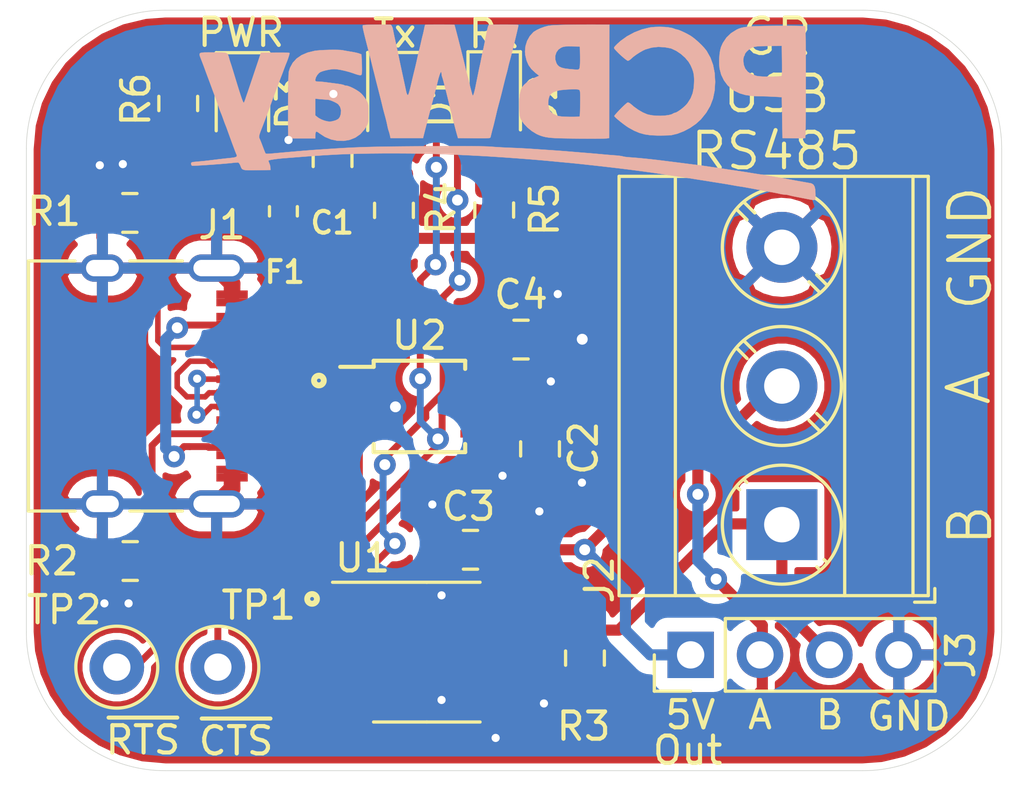
<source format=kicad_pcb>
(kicad_pcb (version 20171130) (host pcbnew "(5.1.2-1)-1")

  (general
    (thickness 1.6)
    (drawings 26)
    (tracks 193)
    (zones 0)
    (modules 22)
    (nets 21)
  )

  (page A4)
  (layers
    (0 F.Cu signal)
    (31 B.Cu signal)
    (32 B.Adhes user hide)
    (33 F.Adhes user hide)
    (34 B.Paste user hide)
    (35 F.Paste user hide)
    (36 B.SilkS user)
    (37 F.SilkS user)
    (38 B.Mask user hide)
    (39 F.Mask user hide)
    (40 Dwgs.User user hide)
    (41 Cmts.User user hide)
    (42 Eco1.User user hide)
    (43 Eco2.User user hide)
    (44 Edge.Cuts user)
    (45 Margin user hide)
    (46 B.CrtYd user hide)
    (47 F.CrtYd user hide)
    (48 B.Fab user hide)
    (49 F.Fab user hide)
  )

  (setup
    (last_trace_width 0.25)
    (user_trace_width 0.2032)
    (user_trace_width 0.254)
    (user_trace_width 0.3048)
    (user_trace_width 0.4064)
    (user_trace_width 0.6096)
    (user_trace_width 1.016)
    (trace_clearance 0.2)
    (zone_clearance 0.381)
    (zone_45_only no)
    (trace_min 0.1524)
    (via_size 0.8)
    (via_drill 0.4)
    (via_min_size 0.658)
    (via_min_drill 0.3)
    (user_via 0.658 0.3)
    (uvia_size 0.3)
    (uvia_drill 0.1)
    (uvias_allowed no)
    (uvia_min_size 0.2)
    (uvia_min_drill 0.1)
    (edge_width 0.15)
    (segment_width 0.2)
    (pcb_text_width 0.3)
    (pcb_text_size 1.5 1.5)
    (mod_edge_width 0.15)
    (mod_text_size 0.8 0.8)
    (mod_text_width 0.15)
    (pad_size 3.200001 3.200001)
    (pad_drill 3.200001)
    (pad_to_mask_clearance 0)
    (aux_axis_origin 0 0)
    (grid_origin 88.011 136.271)
    (visible_elements FFFFFF7F)
    (pcbplotparams
      (layerselection 0x010f8_ffffffff)
      (usegerberextensions false)
      (usegerberattributes false)
      (usegerberadvancedattributes false)
      (creategerberjobfile false)
      (excludeedgelayer true)
      (linewidth 0.152400)
      (plotframeref false)
      (viasonmask false)
      (mode 1)
      (useauxorigin false)
      (hpglpennumber 1)
      (hpglpenspeed 20)
      (hpglpendiameter 15.000000)
      (psnegative false)
      (psa4output false)
      (plotreference true)
      (plotvalue false)
      (plotinvisibletext false)
      (padsonsilk false)
      (subtractmaskfromsilk false)
      (outputformat 1)
      (mirror false)
      (drillshape 0)
      (scaleselection 1)
      (outputdirectory "Output/"))
  )

  (net 0 "")
  (net 1 GNDREF)
  (net 2 "Net-(D1-Pad1)")
  (net 3 "Net-(C4-Pad1)")
  (net 4 "Net-(D1-Pad2)")
  (net 5 "Net-(D2-Pad2)")
  (net 6 VCC)
  (net 7 "Net-(F1-Pad1)")
  (net 8 "Net-(TP1-Pad1)")
  (net 9 "Net-(D2-Pad1)")
  (net 10 "Net-(D3-Pad2)")
  (net 11 "Net-(J1-PadB5)")
  (net 12 "Net-(J1-PadA8)")
  (net 13 "Net-(J1-PadA5)")
  (net 14 "Net-(J1-PadB8)")
  (net 15 /485A)
  (net 16 /485B)
  (net 17 "Net-(TP2-Pad1)")
  (net 18 "Net-(U1-Pad2)")
  (net 19 /D+)
  (net 20 /D-)

  (net_class Default "This is the default net class."
    (clearance 0.2)
    (trace_width 0.25)
    (via_dia 0.8)
    (via_drill 0.4)
    (uvia_dia 0.3)
    (uvia_drill 0.1)
    (add_net /485A)
    (add_net /485B)
    (add_net /D+)
    (add_net /D-)
    (add_net GNDREF)
    (add_net "Net-(C4-Pad1)")
    (add_net "Net-(D1-Pad1)")
    (add_net "Net-(D1-Pad2)")
    (add_net "Net-(D2-Pad1)")
    (add_net "Net-(D2-Pad2)")
    (add_net "Net-(D3-Pad2)")
    (add_net "Net-(F1-Pad1)")
    (add_net "Net-(J1-PadA5)")
    (add_net "Net-(J1-PadA8)")
    (add_net "Net-(J1-PadB5)")
    (add_net "Net-(J1-PadB8)")
    (add_net "Net-(TP1-Pad1)")
    (add_net "Net-(TP2-Pad1)")
    (add_net "Net-(U1-Pad2)")
    (add_net VCC)
  )

  (net_class PWR ""
    (clearance 0.254)
    (trace_width 0.508)
    (via_dia 0.8)
    (via_drill 0.4)
    (uvia_dia 0.3)
    (uvia_drill 0.1)
  )

  (net_class Signals ""
    (clearance 0.254)
    (trace_width 0.4064)
    (via_dia 0.8)
    (via_drill 0.4)
    (uvia_dia 0.3)
    (uvia_drill 0.1)
  )

  (module Connector_USB:USB_C_Receptacle_XKB_U262-16XN-4BVC11 (layer F.Cu) (tedit 63D7CEC3) (tstamp 63D6E776)
    (at 106.861 82.271 270)
    (descr "USB Type C, right-angle, SMT, https://datasheet.lcsc.com/szlcsc/1811141824_XKB-Enterprise-U262-161N-4BVC11_C319148.pdf")
    (tags "USB C Type-C Receptacle SMD")
    (path /63D5AC1C)
    (attr smd)
    (fp_text reference J1 (at -5.9 -3.3 180) (layer F.SilkS)
      (effects (font (size 1 1) (thickness 0.15)))
    )
    (fp_text value USB_C_Receptacle (at 0 4.935 270) (layer F.Fab)
      (effects (font (size 1 1) (thickness 0.15)))
    )
    (fp_line (start -4.58 -1.85) (end -4.58 0.07) (layer F.SilkS) (width 0.12))
    (fp_line (start 4.58 0.07) (end 4.58 -1.85) (layer F.SilkS) (width 0.12))
    (fp_line (start 4.58 2.08) (end 4.58 3.785) (layer F.SilkS) (width 0.12))
    (fp_line (start -4.58 3.785) (end -4.58 2.08) (layer F.SilkS) (width 0.12))
    (fp_line (start 4.58 3.785) (end -4.58 3.785) (layer F.SilkS) (width 0.12))
    (fp_line (start -5.32 -4.75) (end 5.32 -4.75) (layer F.CrtYd) (width 0.05))
    (fp_line (start 5.32 -4.75) (end 5.32 4.18) (layer F.CrtYd) (width 0.05))
    (fp_line (start 5.32 4.18) (end -5.32 4.18) (layer F.CrtYd) (width 0.05))
    (fp_line (start -5.32 4.18) (end -5.32 -4.75) (layer F.CrtYd) (width 0.05))
    (fp_line (start -4.47 -3.675) (end -4.47 3.675) (layer F.Fab) (width 0.1))
    (fp_line (start -4.47 3.675) (end 4.47 3.675) (layer F.Fab) (width 0.1))
    (fp_line (start 4.47 3.675) (end 4.47 -3.675) (layer F.Fab) (width 0.1))
    (fp_line (start -4.47 -3.675) (end 4.47 -3.675) (layer F.Fab) (width 0.1))
    (fp_text user %R (at 0 0 270) (layer F.Fab)
      (effects (font (size 1 1) (thickness 0.15)))
    )
    (pad S1 thru_hole oval (at -4.32 -3.105 270) (size 1 2.1) (drill oval 0.6 1.7) (layers *.Cu *.Mask)
      (net 1 GNDREF))
    (pad S1 thru_hole oval (at 4.32 -3.105 270) (size 1 2.1) (drill oval 0.6 1.7) (layers *.Cu *.Mask)
      (net 1 GNDREF))
    (pad S1 thru_hole oval (at -4.32 1.075 270) (size 1 1.6) (drill oval 0.6 1.2) (layers *.Cu *.Mask)
      (net 1 GNDREF))
    (pad S1 thru_hole oval (at 4.32 1.075 270) (size 1 1.6) (drill oval 0.6 1.2) (layers *.Cu *.Mask)
      (net 1 GNDREF))
    (pad "" np_thru_hole circle (at 2.89 -2.605 270) (size 0.65 0.65) (drill 0.65) (layers *.Cu *.Mask))
    (pad "" np_thru_hole circle (at -2.89 -2.605 270) (size 0.65 0.65) (drill 0.65) (layers *.Cu *.Mask))
    (pad B1 smd rect (at 3.06 -3.67 270) (size 0.28 1.15) (layers F.Cu F.Paste F.Mask)
      (net 1 GNDREF))
    (pad B4 smd rect (at 2.26 -3.67 270) (size 0.28 1.15) (layers F.Cu F.Paste F.Mask)
      (net 7 "Net-(F1-Pad1)"))
    (pad B5 smd rect (at 1.75 -3.67 270) (size 0.28 1.15) (layers F.Cu F.Paste F.Mask)
      (net 11 "Net-(J1-PadB5)"))
    (pad A8 smd rect (at 1.25 -3.67 270) (size 0.28 1.15) (layers F.Cu F.Paste F.Mask)
      (net 12 "Net-(J1-PadA8)"))
    (pad B6 smd rect (at 0.75 -3.67 270) (size 0.28 1.15) (layers F.Cu F.Paste F.Mask)
      (net 19 /D+))
    (pad A7 smd rect (at 0.25 -3.67 270) (size 0.28 1.15) (layers F.Cu F.Paste F.Mask)
      (net 20 /D-))
    (pad A6 smd rect (at -0.25 -3.67 270) (size 0.28 1.15) (layers F.Cu F.Paste F.Mask)
      (net 19 /D+))
    (pad B7 smd rect (at -0.75 -3.67 270) (size 0.28 1.15) (layers F.Cu F.Paste F.Mask)
      (net 20 /D-))
    (pad A5 smd rect (at -1.25 -3.67 270) (size 0.28 1.15) (layers F.Cu F.Paste F.Mask)
      (net 13 "Net-(J1-PadA5)"))
    (pad B8 smd rect (at -1.75 -3.67 270) (size 0.28 1.15) (layers F.Cu F.Paste F.Mask)
      (net 14 "Net-(J1-PadB8)"))
    (pad A4 smd rect (at -2.54 -3.67 270) (size 0.28 1.15) (layers F.Cu F.Paste F.Mask)
      (net 7 "Net-(F1-Pad1)"))
    (pad A1 smd rect (at -3.35 -3.67 270) (size 0.3 1.15) (layers F.Cu F.Paste F.Mask)
      (net 1 GNDREF))
    (pad B12 smd rect (at -3.06 -3.67 270) (size 0.28 1.15) (layers F.Cu F.Paste F.Mask)
      (net 1 GNDREF))
    (pad B9 smd rect (at -2.26 -3.67 270) (size 0.28 1.15) (layers F.Cu F.Paste F.Mask)
      (net 7 "Net-(F1-Pad1)"))
    (pad A9 smd rect (at 2.54 -3.67 270) (size 0.28 1.15) (layers F.Cu F.Paste F.Mask)
      (net 7 "Net-(F1-Pad1)"))
    (pad A12 smd rect (at 3.35 -3.67 270) (size 0.3 1.15) (layers F.Cu F.Paste F.Mask)
      (net 1 GNDREF))
    (model ${KISYS3DMOD}/Connector_USB.3dshapes/USB_C_Receptacle_XKB_U262-16XN-4BVC11.wrl
      (at (xyz 0 0 0))
      (scale (xyz 1 1 1))
      (rotate (xyz 0 0 0))
    )
  )

  (module Package_SO:MSOP-10_3x3mm_P0.5mm (layer F.Cu) (tedit 63D720F4) (tstamp 63D6E814)
    (at 117.39118 83.0199)
    (descr "10-Lead Plastic Micro Small Outline Package (MS) [MSOP] (see Microchip Packaging Specification 00000049BS.pdf)")
    (tags "SSOP 0.5")
    (path /63D61ABA)
    (attr smd)
    (fp_text reference U2 (at 0 -2.6) (layer F.SilkS)
      (effects (font (size 1 1) (thickness 0.15)))
    )
    (fp_text value CH340E (at 0 2.6) (layer F.Fab)
      (effects (font (size 1 1) (thickness 0.15)))
    )
    (fp_line (start -0.5 -1.5) (end 1.5 -1.5) (layer F.Fab) (width 0.15))
    (fp_line (start 1.5 -1.5) (end 1.5 1.5) (layer F.Fab) (width 0.15))
    (fp_line (start 1.5 1.5) (end -1.5 1.5) (layer F.Fab) (width 0.15))
    (fp_line (start -1.5 1.5) (end -1.5 -0.5) (layer F.Fab) (width 0.15))
    (fp_line (start -1.5 -0.5) (end -0.5 -1.5) (layer F.Fab) (width 0.15))
    (fp_line (start -3.15 -1.85) (end -3.15 1.85) (layer F.CrtYd) (width 0.05))
    (fp_line (start 3.15 -1.85) (end 3.15 1.85) (layer F.CrtYd) (width 0.05))
    (fp_line (start -3.15 -1.85) (end 3.15 -1.85) (layer F.CrtYd) (width 0.05))
    (fp_line (start -3.15 1.85) (end 3.15 1.85) (layer F.CrtYd) (width 0.05))
    (fp_line (start -1.675 -1.675) (end -1.675 -1.45) (layer F.SilkS) (width 0.15))
    (fp_line (start 1.675 -1.675) (end 1.675 -1.375) (layer F.SilkS) (width 0.15))
    (fp_line (start 1.675 1.675) (end 1.675 1.375) (layer F.SilkS) (width 0.15))
    (fp_line (start -1.675 1.675) (end -1.675 1.375) (layer F.SilkS) (width 0.15))
    (fp_line (start -1.675 -1.675) (end 1.675 -1.675) (layer F.SilkS) (width 0.15))
    (fp_line (start -1.675 1.675) (end 1.675 1.675) (layer F.SilkS) (width 0.15))
    (fp_line (start -1.675 -1.45) (end -2.9 -1.45) (layer F.SilkS) (width 0.15))
    (fp_text user %R (at 0 0) (layer F.Fab)
      (effects (font (size 0.6 0.6) (thickness 0.15)))
    )
    (pad 1 smd rect (at -2.2 -1) (size 1.4 0.28) (layers F.Cu F.Paste F.Mask)
      (net 19 /D+))
    (pad 2 smd rect (at -2.2 -0.5) (size 1.4 0.28) (layers F.Cu F.Paste F.Mask)
      (net 20 /D-))
    (pad 3 smd rect (at -2.2 0) (size 1.4 0.28) (layers F.Cu F.Paste F.Mask)
      (net 1 GNDREF))
    (pad 4 smd rect (at -2.2 0.5) (size 1.4 0.28) (layers F.Cu F.Paste F.Mask)
      (net 17 "Net-(TP2-Pad1)"))
    (pad 5 smd rect (at -2.2 1) (size 1.4 0.28) (layers F.Cu F.Paste F.Mask)
      (net 8 "Net-(TP1-Pad1)"))
    (pad 6 smd rect (at 2.2 1) (size 1.4 0.28) (layers F.Cu F.Paste F.Mask)
      (net 18 "Net-(U1-Pad2)"))
    (pad 7 smd rect (at 2.2 0.5) (size 1.4 0.28) (layers F.Cu F.Paste F.Mask)
      (net 6 VCC))
    (pad 8 smd rect (at 2.2 0) (size 1.4 0.28) (layers F.Cu F.Paste F.Mask)
      (net 2 "Net-(D1-Pad1)"))
    (pad 9 smd rect (at 2.2 -0.5) (size 1.4 0.28) (layers F.Cu F.Paste F.Mask)
      (net 9 "Net-(D2-Pad1)"))
    (pad 10 smd rect (at 2.2 -1) (size 1.4 0.28) (layers F.Cu F.Paste F.Mask)
      (net 3 "Net-(C4-Pad1)"))
    (model ${KISYS3DMOD}/Package_SO.3dshapes/MSOP-10_3x3mm_P0.5mm.wrl
      (at (xyz 0 0 0))
      (scale (xyz 1 1 1))
      (rotate (xyz 0 0 0))
    )
  )

  (module "_Custom_Footprints:pcb way logo" locked (layer B.Cu) (tedit 0) (tstamp 601A8939)
    (at 120.461 72.921 180)
    (fp_text reference G*** (at 0 0) (layer B.SilkS) hide
      (effects (font (size 1.524 1.524) (thickness 0.3)) (justify mirror))
    )
    (fp_text value LOGO (at 0.75 0) (layer B.SilkS) hide
      (effects (font (size 1.524 1.524) (thickness 0.3)) (justify mirror))
    )
    (fp_poly (pts (xy -5.560911 3.803272) (xy -5.401501 3.788201) (xy -5.361481 3.782119) (xy -5.076571 3.712881)
      (xy -4.795154 3.603568) (xy -4.529552 3.460411) (xy -4.292089 3.289645) (xy -4.172403 3.180698)
      (xy -4.104182 3.111351) (xy -4.067054 3.067069) (xy -4.056004 3.037177) (xy -4.066021 3.011004)
      (xy -4.082614 2.98951) (xy -4.145914 2.918544) (xy -4.226202 2.837772) (xy -4.314442 2.755176)
      (xy -4.401595 2.678736) (xy -4.478625 2.616435) (xy -4.536493 2.576255) (xy -4.562821 2.5654)
      (xy -4.611019 2.583036) (xy -4.669978 2.627085) (xy -4.687898 2.644802) (xy -4.765385 2.713937)
      (xy -4.873187 2.793114) (xy -4.995161 2.871822) (xy -5.115163 2.939552) (xy -5.204077 2.980846)
      (xy -5.433434 3.047431) (xy -5.676004 3.074538) (xy -5.9055 3.060961) (xy -6.008013 3.043887)
      (xy -6.095873 3.026926) (xy -6.152947 3.013246) (xy -6.1595 3.01109) (xy -6.334764 2.928043)
      (xy -6.505094 2.813034) (xy -6.658737 2.676321) (xy -6.783938 2.528159) (xy -6.859486 2.4003)
      (xy -6.918748 2.264428) (xy -6.956631 2.151699) (xy -6.977719 2.041597) (xy -6.986598 1.913602)
      (xy -6.987951 1.825497) (xy -6.975849 1.585018) (xy -6.935027 1.377938) (xy -6.862071 1.193607)
      (xy -6.753568 1.021377) (xy -6.714078 0.971088) (xy -6.653022 0.907088) (xy -6.572446 0.836536)
      (xy -6.484014 0.768037) (xy -6.399391 0.710197) (xy -6.33024 0.671621) (xy -6.292974 0.6604)
      (xy -6.243816 0.646042) (xy -6.23443 0.639417) (xy -6.162525 0.601646) (xy -6.051915 0.573469)
      (xy -5.913856 0.555281) (xy -5.759604 0.547474) (xy -5.600413 0.550441) (xy -5.447539 0.564576)
      (xy -5.312237 0.59027) (xy -5.260917 0.605425) (xy -5.107137 0.671914) (xy -4.942548 0.767067)
      (xy -4.78661 0.878755) (xy -4.69571 0.957705) (xy -4.628347 1.011261) (xy -4.571856 1.036723)
      (xy -4.55601 1.037218) (xy -4.52428 1.017224) (xy -4.467719 0.968773) (xy -4.394591 0.900253)
      (xy -4.313161 0.820054) (xy -4.231693 0.736565) (xy -4.158452 0.658174) (xy -4.101702 0.59327)
      (xy -4.069709 0.550244) (xy -4.065589 0.539418) (xy -4.086112 0.510392) (xy -4.139138 0.459079)
      (xy -4.215794 0.392666) (xy -4.307208 0.31834) (xy -4.404508 0.243287) (xy -4.498819 0.174696)
      (xy -4.581271 0.119752) (xy -4.591249 0.113626) (xy -4.791482 0.003248) (xy -4.983731 -0.077389)
      (xy -5.181082 -0.131596) (xy -5.396619 -0.162684) (xy -5.64343 -0.173966) (xy -5.7277 -0.173965)
      (xy -5.862372 -0.172168) (xy -5.983352 -0.169393) (xy -6.07926 -0.165985) (xy -6.138712 -0.162287)
      (xy -6.1468 -0.161319) (xy -6.375963 -0.106574) (xy -6.613318 -0.013754) (xy -6.844756 0.109575)
      (xy -7.056167 0.255847) (xy -7.23344 0.417494) (xy -7.2406 0.425239) (xy -7.431262 0.662584)
      (xy -7.575989 0.91087) (xy -7.676975 1.175961) (xy -7.736416 1.463719) (xy -7.756507 1.78001)
      (xy -7.756496 1.8034) (xy -7.736786 2.124543) (xy -7.679727 2.414522) (xy -7.584026 2.67796)
      (xy -7.448391 2.919476) (xy -7.441557 2.929567) (xy -7.361341 3.030988) (xy -7.252021 3.147527)
      (xy -7.127068 3.266597) (xy -6.999958 3.37561) (xy -6.884164 3.461979) (xy -6.8453 3.486617)
      (xy -6.739634 3.545704) (xy -6.62761 3.602647) (xy -6.520935 3.652104) (xy -6.431316 3.688736)
      (xy -6.370457 3.7072) (xy -6.359195 3.7084) (xy -6.307149 3.719548) (xy -6.279806 3.731066)
      (xy -6.187409 3.762905) (xy -6.057033 3.786728) (xy -5.900965 3.801853) (xy -5.731495 3.807595)
      (xy -5.560911 3.803272)) (layer B.SilkS) (width 0.01))
    (fp_poly (pts (xy 2.532456 3.889832) (xy 2.657716 3.888599) (xy 2.760042 3.886628) (xy 2.830218 3.883908)
      (xy 2.859028 3.880425) (xy 2.859131 3.880335) (xy 2.870932 3.849669) (xy 2.886371 3.786168)
      (xy 2.894808 3.743361) (xy 2.914947 3.643707) (xy 2.937976 3.544555) (xy 2.944905 3.5179)
      (xy 2.967687 3.428532) (xy 2.992133 3.324997) (xy 3.000082 3.2893) (xy 3.021346 3.193811)
      (xy 3.042446 3.102438) (xy 3.0494 3.0734) (xy 3.069674 2.990274) (xy 3.093142 2.894069)
      (xy 3.098966 2.8702) (xy 3.119846 2.781561) (xy 3.144823 2.671285) (xy 3.162504 2.5908)
      (xy 3.186527 2.483626) (xy 3.217016 2.353188) (xy 3.247891 2.225449) (xy 3.251763 2.2098)
      (xy 3.279067 2.09902) (xy 3.304077 1.996127) (xy 3.322385 1.91929) (xy 3.325692 1.905)
      (xy 3.370361 1.711357) (xy 3.405943 1.562349) (xy 3.434031 1.452947) (xy 3.456219 1.378121)
      (xy 3.474099 1.332842) (xy 3.489267 1.312082) (xy 3.503315 1.31081) (xy 3.511903 1.317344)
      (xy 3.532784 1.356941) (xy 3.552951 1.423368) (xy 3.556475 1.439407) (xy 3.566748 1.489444)
      (xy 3.578581 1.54598) (xy 3.59377 1.617408) (xy 3.614111 1.712121) (xy 3.6414 1.838512)
      (xy 3.677433 2.004974) (xy 3.683288 2.032) (xy 3.72666 2.233467) (xy 3.769819 2.436234)
      (xy 3.808996 2.622505) (xy 3.836623 2.7559) (xy 3.852659 2.832388) (xy 3.876453 2.943748)
      (xy 3.904813 3.075248) (xy 3.934547 3.212156) (xy 3.962463 3.339738) (xy 3.985368 3.443262)
      (xy 3.990713 3.4671) (xy 4.010052 3.559329) (xy 4.026819 3.649305) (xy 4.028207 3.6576)
      (xy 4.055076 3.774527) (xy 4.089715 3.85244) (xy 4.129567 3.885945) (xy 4.136931 3.886841)
      (xy 4.345495 3.88905) (xy 4.54253 3.889209) (xy 4.721766 3.88747) (xy 4.876936 3.883988)
      (xy 5.001773 3.878914) (xy 5.090008 3.872402) (xy 5.135374 3.864605) (xy 5.139404 3.862356)
      (xy 5.145247 3.849252) (xy 5.146076 3.823156) (xy 5.140926 3.779807) (xy 5.128834 3.714939)
      (xy 5.108838 3.624291) (xy 5.079975 3.503597) (xy 5.04128 3.348596) (xy 4.991792 3.155022)
      (xy 4.930548 2.918613) (xy 4.898082 2.794) (xy 4.865476 2.667856) (xy 4.83542 2.549524)
      (xy 4.811568 2.453503) (xy 4.798909 2.4003) (xy 4.775787 2.303417) (xy 4.750453 2.204447)
      (xy 4.748478 2.1971) (xy 4.72461 2.105348) (xy 4.702627 2.015622) (xy 4.700529 2.0066)
      (xy 4.684254 1.939014) (xy 4.659926 1.841453) (xy 4.632337 1.733091) (xy 4.627545 1.7145)
      (xy 4.574801 1.509431) (xy 4.526752 1.320887) (xy 4.485181 1.155968) (xy 4.451871 1.021776)
      (xy 4.428604 0.925408) (xy 4.420272 0.889) (xy 4.40403 0.821688) (xy 4.378762 0.72453)
      (xy 4.349429 0.61652) (xy 4.343963 0.5969) (xy 4.313978 0.486584) (xy 4.286853 0.381281)
      (xy 4.267782 0.301257) (xy 4.265814 0.2921) (xy 4.247455 0.204485) (xy 4.230429 0.123255)
      (xy 4.228551 0.1143) (xy 4.209852 0.04085) (xy 4.19199 -0.0127) (xy 4.173206 -0.070618)
      (xy 4.153088 -0.148808) (xy 4.149453 -0.1651) (xy 4.1275 -0.2667) (xy 2.938047 -0.2667)
      (xy 2.893177 -0.0889) (xy 2.868086 0.009446) (xy 2.83473 0.138709) (xy 2.797818 0.280692)
      (xy 2.76824 0.3937) (xy 2.735111 0.520353) (xy 2.704769 0.637322) (xy 2.680656 0.731281)
      (xy 2.666575 0.7874) (xy 2.644522 0.873764) (xy 2.619149 0.967425) (xy 2.6162 0.9779)
      (xy 2.591168 1.069487) (xy 2.568004 1.159124) (xy 2.56572 1.1684) (xy 2.548617 1.235871)
      (xy 2.523171 1.333261) (xy 2.494379 1.441473) (xy 2.489262 1.4605) (xy 2.458044 1.578672)
      (xy 2.427239 1.699113) (xy 2.403136 1.797197) (xy 2.401672 1.8034) (xy 2.366409 1.941706)
      (xy 2.333436 2.049421) (xy 2.304562 2.122787) (xy 2.281593 2.158044) (xy 2.266338 2.151435)
      (xy 2.260605 2.0992) (xy 2.2606 2.096696) (xy 2.250875 2.020759) (xy 2.237845 1.976046)
      (xy 2.216552 1.912822) (xy 2.193209 1.831697) (xy 2.18914 1.8161) (xy 2.164181 1.718938)
      (xy 2.138513 1.619802) (xy 2.136715 1.6129) (xy 2.105263 1.490582) (xy 2.071717 1.357498)
      (xy 2.040364 1.230881) (xy 2.015491 1.127962) (xy 2.00715 1.0922) (xy 1.979587 0.975023)
      (xy 1.9433 0.825859) (xy 1.901119 0.655861) (xy 1.855878 0.476179) (xy 1.810407 0.297964)
      (xy 1.767539 0.132369) (xy 1.730106 -0.009457) (xy 1.700939 -0.116362) (xy 1.694299 -0.1397)
      (xy 1.657617 -0.2667) (xy 1.069491 -0.273519) (xy 0.872546 -0.275198) (xy 0.721329 -0.274957)
      (xy 0.610798 -0.27258) (xy 0.535909 -0.267853) (xy 0.491621 -0.260563) (xy 0.47289 -0.250495)
      (xy 0.471765 -0.248119) (xy 0.460509 -0.205967) (xy 0.442497 -0.134359) (xy 0.431364 -0.0889)
      (xy 0.408486 0.002528) (xy 0.386331 0.086547) (xy 0.378578 0.1143) (xy 0.363845 0.169982)
      (xy 0.341079 0.261377) (xy 0.313671 0.3747) (xy 0.291144 0.4699) (xy 0.259688 0.604058)
      (xy 0.236509 0.70208) (xy 0.218289 0.777292) (xy 0.201711 0.843018) (xy 0.183458 0.912583)
      (xy 0.160214 0.999311) (xy 0.148882 1.0414) (xy 0.117117 1.160106) (xy 0.0908 1.260746)
      (xy 0.064449 1.364659) (xy 0.032584 1.493186) (xy 0.026561 1.51765) (xy 0.001936 1.617732)
      (xy -0.023503 1.721121) (xy -0.026562 1.73355) (xy -0.062832 1.879468) (xy -0.091806 1.99217)
      (xy -0.117699 2.087917) (xy -0.126945 2.1209) (xy -0.151296 2.214274) (xy -0.175148 2.316539)
      (xy -0.179472 2.3368) (xy -0.202089 2.433961) (xy -0.230564 2.541967) (xy -0.240947 2.5781)
      (xy -0.261252 2.650877) (xy -0.288878 2.756031) (xy -0.321933 2.885733) (xy -0.35852 3.032157)
      (xy -0.396745 3.187475) (xy -0.434712 3.343858) (xy -0.470528 3.49348) (xy -0.502296 3.628511)
      (xy -0.528122 3.741125) (xy -0.546111 3.823494) (xy -0.554369 3.86779) (xy -0.554459 3.873179)
      (xy -0.523918 3.878961) (xy -0.45192 3.883555) (xy -0.347737 3.886966) (xy -0.220638 3.889198)
      (xy -0.079893 3.890258) (xy 0.065228 3.890149) (xy 0.205456 3.888878) (xy 0.33152 3.886448)
      (xy 0.434151 3.882866) (xy 0.504078 3.878137) (xy 0.53178 3.87258) (xy 0.547402 3.846288)
      (xy 0.564882 3.793606) (xy 0.585844 3.708127) (xy 0.611912 3.58344) (xy 0.634504 3.4671)
      (xy 0.654403 3.365556) (xy 0.680383 3.237027) (xy 0.708666 3.099806) (xy 0.735475 2.97219)
      (xy 0.757031 2.872473) (xy 0.760377 2.8575) (xy 0.77832 2.774039) (xy 0.799698 2.669324)
      (xy 0.812631 2.6035) (xy 0.832633 2.503627) (xy 0.852741 2.409423) (xy 0.8636 2.3622)
      (xy 0.880611 2.286843) (xy 0.901294 2.187928) (xy 0.914568 2.1209) (xy 0.934794 2.017764)
      (xy 0.955077 1.917249) (xy 0.965565 1.8669) (xy 0.982392 1.78543) (xy 1.003342 1.680704)
      (xy 1.018543 1.60292) (xy 1.040573 1.500504) (xy 1.065117 1.403678) (xy 1.081736 1.34892)
      (xy 1.101631 1.298561) (xy 1.116971 1.287401) (xy 1.133013 1.318881) (xy 1.155009 1.396442)
      (xy 1.155156 1.397) (xy 1.173674 1.466752) (xy 1.195299 1.547245) (xy 1.195882 1.5494)
      (xy 1.218315 1.636652) (xy 1.240966 1.730949) (xy 1.243013 1.7399) (xy 1.260969 1.814112)
      (xy 1.287227 1.916925) (xy 1.316569 2.027975) (xy 1.321081 2.0447) (xy 1.350151 2.155161)
      (xy 1.376501 2.260569) (xy 1.395068 2.340579) (xy 1.396944 2.3495) (xy 1.409668 2.405685)
      (xy 1.43209 2.498761) (xy 1.462353 2.621461) (xy 1.498601 2.766515) (xy 1.538978 2.926655)
      (xy 1.581626 3.094614) (xy 1.624689 3.263123) (xy 1.666311 3.424914) (xy 1.704635 3.572717)
      (xy 1.737804 3.699266) (xy 1.763962 3.797292) (xy 1.781252 3.859527) (xy 1.787604 3.878872)
      (xy 1.815362 3.882449) (xy 1.884695 3.885376) (xy 1.986389 3.887641) (xy 2.111228 3.889232)
      (xy 2.249996 3.890136) (xy 2.393477 3.89034) (xy 2.532456 3.889832)) (layer B.SilkS) (width 0.01))
    (fp_poly (pts (xy -10.126591 3.844228) (xy -9.929313 3.843139) (xy -9.735945 3.841192) (xy -9.553325 3.838394)
      (xy -9.38829 3.834755) (xy -9.247678 3.830284) (xy -9.138327 3.824989) (xy -9.1313 3.824541)
      (xy -8.956587 3.810675) (xy -8.820741 3.793302) (xy -8.711841 3.770008) (xy -8.617965 3.738376)
      (xy -8.5471 3.706161) (xy -8.339348 3.575875) (xy -8.169537 3.411834) (xy -8.037919 3.214314)
      (xy -7.972923 3.067989) (xy -7.940297 2.945556) (xy -7.917438 2.789796) (xy -7.905442 2.617438)
      (xy -7.905406 2.44521) (xy -7.918428 2.289839) (xy -7.920839 2.273633) (xy -7.978841 2.053731)
      (xy -8.078306 1.848794) (xy -8.213134 1.667826) (xy -8.377223 1.519831) (xy -8.473314 1.458208)
      (xy -8.658103 1.371987) (xy -8.859803 1.312819) (xy -9.08855 1.278442) (xy -9.331367 1.266769)
      (xy -9.489371 1.263875) (xy -9.664856 1.258708) (xy -9.831707 1.252114) (xy -9.9187 1.247719)
      (xy -10.1981 1.2319) (xy -10.2235 -0.2667) (xy -10.631411 -0.273655) (xy -10.77054 -0.27497)
      (xy -10.891505 -0.274108) (xy -10.985333 -0.271294) (xy -11.04305 -0.266751) (xy -11.056861 -0.263072)
      (xy -11.059598 -0.235523) (xy -11.062204 -0.161025) (xy -11.064646 -0.04343) (xy -11.066891 0.113411)
      (xy -11.068906 0.305646) (xy -11.070657 0.529424) (xy -11.072113 0.780894) (xy -11.073239 1.056204)
      (xy -11.074003 1.351503) (xy -11.074371 1.662939) (xy -11.0744 1.780735) (xy -11.074244 2.164842)
      (xy -11.074084 2.273478) (xy -10.206686 2.273478) (xy -10.205711 2.153396) (xy -10.203623 2.065736)
      (xy -10.200501 2.018535) (xy -10.19943 2.013607) (xy -10.170509 2.001425) (xy -10.100654 1.991956)
      (xy -9.999658 1.985252) (xy -9.87732 1.981367) (xy -9.743433 1.980352) (xy -9.607793 1.98226)
      (xy -9.480196 1.987143) (xy -9.370437 1.995054) (xy -9.288312 2.006046) (xy -9.275898 2.008657)
      (xy -9.094353 2.069302) (xy -8.955111 2.157988) (xy -8.857953 2.274965) (xy -8.802659 2.420484)
      (xy -8.7884 2.56289) (xy -8.792343 2.646367) (xy -8.802568 2.7078) (xy -8.8138 2.7305)
      (xy -8.835581 2.766536) (xy -8.8392 2.792544) (xy -8.857061 2.834911) (xy -8.902809 2.893041)
      (xy -8.940235 2.930168) (xy -9.005333 2.985814) (xy -9.066813 3.028095) (xy -9.133035 3.058917)
      (xy -9.21236 3.080186) (xy -9.313151 3.093808) (xy -9.443767 3.101691) (xy -9.612571 3.105741)
      (xy -9.7155 3.106939) (xy -10.1981 3.1115) (xy -10.204983 2.578757) (xy -10.20647 2.417944)
      (xy -10.206686 2.273478) (xy -11.074084 2.273478) (xy -11.073747 2.500914) (xy -11.072867 2.791711)
      (xy -11.071559 3.039997) (xy -11.069782 3.248535) (xy -11.067493 3.420088) (xy -11.064649 3.557417)
      (xy -11.061207 3.663286) (xy -11.057123 3.740457) (xy -11.052356 3.791693) (xy -11.046863 3.819757)
      (xy -11.04265 3.827039) (xy -11.009458 3.832215) (xy -10.932311 3.83647) (xy -10.818049 3.839811)
      (xy -10.673508 3.842249) (xy -10.505526 3.843791) (xy -10.320941 3.844448) (xy -10.126591 3.844228)) (layer B.SilkS) (width 0.01))
    (fp_poly (pts (xy -2.826161 3.888604) (xy -2.547899 3.885702) (xy -2.298297 3.881231) (xy -2.081536 3.875271)
      (xy -1.901796 3.867901) (xy -1.76326 3.859201) (xy -1.670106 3.849252) (xy -1.652043 3.846118)
      (xy -1.511814 3.809359) (xy -1.36666 3.756716) (xy -1.233173 3.695249) (xy -1.127946 3.632021)
      (xy -1.102665 3.612326) (xy -0.971639 3.468909) (xy -0.874304 3.295237) (xy -0.814414 3.102098)
      (xy -0.795727 2.90028) (xy -0.808041 2.766075) (xy -0.85569 2.566701) (xy -0.928239 2.401811)
      (xy -1.03359 2.258017) (xy -1.179645 2.121929) (xy -1.19592 2.108919) (xy -1.314522 2.015169)
      (xy -1.149826 1.94342) (xy -0.999404 1.865906) (xy -0.86345 1.773398) (xy -0.754307 1.675281)
      (xy -0.692679 1.595897) (xy -0.643674 1.485989) (xy -0.610219 1.343592) (xy -0.591599 1.163695)
      (xy -0.587101 0.94129) (xy -0.588446 0.8636) (xy -0.592987 0.719002) (xy -0.59942 0.614043)
      (xy -0.609397 0.537564) (xy -0.624572 0.478406) (xy -0.646597 0.425408) (xy -0.656151 0.4064)
      (xy -0.753876 0.260044) (xy -0.889112 0.116632) (xy -1.049198 -0.012941) (xy -1.221469 -0.117778)
      (xy -1.31437 -0.159979) (xy -1.391698 -0.188515) (xy -1.470346 -0.212198) (xy -1.55594 -0.231518)
      (xy -1.654109 -0.246962) (xy -1.770477 -0.259017) (xy -1.910673 -0.268171) (xy -2.080323 -0.274912)
      (xy -2.285053 -0.279728) (xy -2.530491 -0.283105) (xy -2.757815 -0.285084) (xy -2.977534 -0.286331)
      (xy -3.18365 -0.286837) (xy -3.370072 -0.286637) (xy -3.530713 -0.285766) (xy -3.659482 -0.284259)
      (xy -3.750292 -0.28215) (xy -3.797052 -0.279474) (xy -3.799215 -0.279151) (xy -3.8735 -0.266203)
      (xy -3.878041 1.184547) (xy -2.818582 1.184547) (xy -2.817073 1.021154) (xy -2.816858 1.00502)
      (xy -2.814295 0.856885) (xy -2.810974 0.726325) (xy -2.807198 0.621829) (xy -2.803269 0.551884)
      (xy -2.7998 0.525388) (xy -2.771866 0.518289) (xy -2.702553 0.512947) (xy -2.601262 0.509762)
      (xy -2.477397 0.509135) (xy -2.429524 0.509607) (xy -2.265057 0.513623) (xy -2.14102 0.521235)
      (xy -2.047109 0.533535) (xy -1.973015 0.551613) (xy -1.9466 0.560712) (xy -1.812717 0.625543)
      (xy -1.721436 0.707944) (xy -1.66763 0.815751) (xy -1.646173 0.956802) (xy -1.64544 1.021055)
      (xy -1.656934 1.158) (xy -1.689294 1.267668) (xy -1.747132 1.353053) (xy -1.835059 1.417148)
      (xy -1.957686 1.462946) (xy -2.119625 1.493441) (xy -2.325487 1.511627) (xy -2.407225 1.515575)
      (xy -2.557358 1.520242) (xy -2.663947 1.519852) (xy -2.734033 1.51405) (xy -2.774655 1.502482)
      (xy -2.783707 1.496603) (xy -2.797929 1.477928) (xy -2.808051 1.444461) (xy -2.814549 1.389125)
      (xy -2.8179 1.304845) (xy -2.818582 1.184547) (xy -3.878041 1.184547) (xy -3.879999 1.809999)
      (xy -3.88244 2.590112) (xy -2.813181 2.590112) (xy -2.810644 2.467993) (xy -2.805187 2.370719)
      (xy -2.797283 2.309616) (xy -2.79461 2.300304) (xy -2.783084 2.271876) (xy -2.768266 2.252865)
      (xy -2.741647 2.242352) (xy -2.694719 2.239416) (xy -2.618975 2.243138) (xy -2.505906 2.252598)
      (xy -2.422709 2.260096) (xy -2.259121 2.280214) (xy -2.137508 2.309326) (xy -2.049305 2.351297)
      (xy -1.985948 2.409991) (xy -1.945487 2.475399) (xy -1.902792 2.61068) (xy -1.902858 2.746357)
      (xy -1.942613 2.871848) (xy -2.018982 2.976572) (xy -2.109711 3.041016) (xy -2.165453 3.066011)
      (xy -2.221264 3.081986) (xy -2.289857 3.090538) (xy -2.383946 3.093267) (xy -2.513896 3.091816)
      (xy -2.805291 3.0861) (xy -2.812327 2.725754) (xy -2.813181 2.590112) (xy -3.88244 2.590112)
      (xy -3.886497 3.8862) (xy -3.791099 3.887089) (xy -3.451942 3.889377) (xy -3.128903 3.889855)
      (xy -2.826161 3.888604)) (layer B.SilkS) (width 0.01))
    (fp_poly (pts (xy 6.374051 2.963366) (xy 6.534973 2.958054) (xy 6.687105 2.949813) (xy 6.818563 2.938907)
      (xy 6.9088 2.927132) (xy 7.166464 2.864128) (xy 7.386143 2.769718) (xy 7.56685 2.644696)
      (xy 7.707601 2.489858) (xy 7.807409 2.305998) (xy 7.85082 2.167245) (xy 7.856694 2.116434)
      (xy 7.861997 2.019777) (xy 7.866681 1.882223) (xy 7.870695 1.708723) (xy 7.873989 1.504228)
      (xy 7.876515 1.273689) (xy 7.878221 1.022055) (xy 7.879059 0.754277) (xy 7.878978 0.475307)
      (xy 7.877928 0.190094) (xy 7.87586 -0.096411) (xy 7.874744 -0.20955) (xy 7.874 -0.2794)
      (xy 6.8834 -0.2794) (xy 6.881614 -0.18415) (xy 6.875988 -0.087279) (xy 6.859568 -0.037279)
      (xy 6.826213 -0.030437) (xy 6.769778 -0.063037) (xy 6.730917 -0.093022) (xy 6.528512 -0.224926)
      (xy 6.305413 -0.316199) (xy 6.070831 -0.364866) (xy 5.833973 -0.368954) (xy 5.620289 -0.331176)
      (xy 5.41391 -0.248277) (xy 5.235986 -0.123391) (xy 5.087186 0.042941) (xy 5.014508 0.158159)
      (xy 4.984619 0.214355) (xy 4.964065 0.263604) (xy 4.951101 0.317165) (xy 4.943982 0.386294)
      (xy 4.940965 0.482249) (xy 4.940303 0.616287) (xy 4.9403 0.637007) (xy 4.940719 0.754567)
      (xy 5.939747 0.754567) (xy 5.945868 0.621594) (xy 5.949934 0.60325) (xy 5.985283 0.499964)
      (xy 6.038919 0.43254) (xy 6.124436 0.386614) (xy 6.169343 0.371435) (xy 6.275488 0.343441)
      (xy 6.362466 0.335245) (xy 6.453554 0.346858) (xy 6.54929 0.371648) (xy 6.64924 0.40918)
      (xy 6.745627 0.459168) (xy 6.78815 0.488082) (xy 6.8834 0.563069) (xy 6.8834 1.175704)
      (xy 6.67385 1.156668) (xy 6.571854 1.147871) (xy 6.486772 1.141384) (xy 6.433388 1.138311)
      (xy 6.4262 1.138211) (xy 6.363068 1.126765) (xy 6.274708 1.096245) (xy 6.179029 1.054403)
      (xy 6.093942 1.008994) (xy 6.041338 0.971591) (xy 5.972709 0.875821) (xy 5.939747 0.754567)
      (xy 4.940719 0.754567) (xy 4.940799 0.776953) (xy 4.943465 0.877469) (xy 4.950044 0.949922)
      (xy 4.962286 1.00568) (xy 4.98194 1.056111) (xy 5.010753 1.112582) (xy 5.014534 1.119607)
      (xy 5.077448 1.217687) (xy 5.1574 1.318344) (xy 5.205034 1.368558) (xy 5.285856 1.433962)
      (xy 5.389578 1.501342) (xy 5.502645 1.563625) (xy 5.6115 1.613736) (xy 5.702589 1.644604)
      (xy 5.746355 1.651) (xy 5.803451 1.659476) (xy 5.83057 1.67261) (xy 5.865458 1.685566)
      (xy 5.937495 1.701337) (xy 6.033337 1.717163) (xy 6.0706 1.722278) (xy 6.205962 1.739909)
      (xy 6.35533 1.759424) (xy 6.486908 1.776669) (xy 6.4897 1.777036) (xy 6.600417 1.789978)
      (xy 6.704469 1.799414) (xy 6.781362 1.803521) (xy 6.78815 1.803568) (xy 6.851035 1.807548)
      (xy 6.877931 1.826093) (xy 6.8834 1.865449) (xy 6.863629 1.950347) (xy 6.812914 2.041152)
      (xy 6.744146 2.118098) (xy 6.697419 2.150531) (xy 6.612845 2.183516) (xy 6.497012 2.21509)
      (xy 6.369385 2.241073) (xy 6.249429 2.257284) (xy 6.184899 2.2606) (xy 6.081305 2.252234)
      (xy 5.945471 2.229454) (xy 5.792701 2.195742) (xy 5.6383 2.154581) (xy 5.497572 2.109451)
      (xy 5.461 2.095925) (xy 5.373424 2.066142) (xy 5.290712 2.044044) (xy 5.267809 2.039656)
      (xy 5.216272 2.035367) (xy 5.191528 2.052825) (xy 5.179982 2.104872) (xy 5.177551 2.124899)
      (xy 5.174134 2.190438) (xy 5.173761 2.291548) (xy 5.176326 2.413097) (xy 5.180242 2.511177)
      (xy 5.1943 2.799853) (xy 5.2832 2.832329) (xy 5.353341 2.852546) (xy 5.452663 2.874639)
      (xy 5.559974 2.893905) (xy 5.5626 2.894313) (xy 5.677861 2.913091) (xy 5.793439 2.93341)
      (xy 5.8801 2.950033) (xy 5.957361 2.959082) (xy 6.073362 2.964145) (xy 6.216219 2.965484)
      (xy 6.374051 2.963366)) (layer B.SilkS) (width 0.01))
    (fp_poly (pts (xy 10.941751 2.86953) (xy 11.034044 2.863302) (xy 11.090937 2.848355) (xy 11.117548 2.821094)
      (xy 11.118996 2.777928) (xy 11.1004 2.715261) (xy 11.06688 2.629502) (xy 11.046612 2.5781)
      (xy 11.003013 2.464628) (xy 10.960072 2.350996) (xy 10.926076 2.259161) (xy 10.922 2.2479)
      (xy 10.890423 2.161388) (xy 10.849025 2.049481) (xy 10.805991 1.934288) (xy 10.799753 1.9177)
      (xy 10.752167 1.790368) (xy 10.700245 1.650019) (xy 10.655045 1.526542) (xy 10.654122 1.524)
      (xy 10.616622 1.421965) (xy 10.581593 1.328856) (xy 10.555917 1.262934) (xy 10.553619 1.2573)
      (xy 10.530664 1.197148) (xy 10.498007 1.106187) (xy 10.461877 1.001846) (xy 10.453769 0.9779)
      (xy 10.416205 0.867189) (xy 10.388152 0.787235) (xy 10.363191 0.720559) (xy 10.3349 0.649682)
      (xy 10.318485 0.6096) (xy 10.294763 0.548093) (xy 10.263994 0.46356) (xy 10.248367 0.4191)
      (xy 10.216029 0.328884) (xy 10.184411 0.245514) (xy 10.172459 0.2159) (xy 10.13949 0.133185)
      (xy 10.113576 0.0635) (xy 10.060957 -0.083985) (xy 10.005294 -0.238058) (xy 9.949596 -0.3906)
      (xy 9.896869 -0.533493) (xy 9.850123 -0.658618) (xy 9.812364 -0.757855) (xy 9.786601 -0.823087)
      (xy 9.777295 -0.844205) (xy 9.754822 -0.894763) (xy 9.754404 -0.931413) (xy 9.782027 -0.957549)
      (xy 9.843676 -0.976565) (xy 9.945338 -0.991853) (xy 10.0584 -1.003577) (xy 10.154068 -1.013432)
      (xy 10.28116 -1.027601) (xy 10.420715 -1.043932) (xy 10.5156 -1.055489) (xy 10.689517 -1.076871)
      (xy 10.82766 -1.093239) (xy 10.944623 -1.106176) (xy 11.055002 -1.117266) (xy 11.173393 -1.12809)
      (xy 11.233149 -1.133294) (xy 11.332288 -1.142985) (xy 11.391112 -1.153508) (xy 11.420014 -1.168775)
      (xy 11.429385 -1.1927) (xy 11.429999 -1.207411) (xy 11.415964 -1.258174) (xy 11.394359 -1.278241)
      (xy 11.36101 -1.279792) (xy 11.2848 -1.277645) (xy 11.173489 -1.272337) (xy 11.03484 -1.264408)
      (xy 10.876613 -1.254396) (xy 10.706569 -1.24284) (xy 10.532471 -1.230279) (xy 10.36208 -1.217251)
      (xy 10.203156 -1.204296) (xy 10.063462 -1.191951) (xy 9.950758 -1.180756) (xy 9.8933 -1.174049)
      (xy 9.80487 -1.164727) (xy 9.733206 -1.160864) (xy 9.701121 -1.162365) (xy 9.670543 -1.189154)
      (xy 9.635625 -1.249055) (xy 9.616279 -1.295641) (xy 9.597266 -1.345398) (xy 9.576233 -1.383223)
      (xy 9.546533 -1.410619) (xy 9.501522 -1.429087) (xy 9.434553 -1.440129) (xy 9.338983 -1.445248)
      (xy 9.208164 -1.445945) (xy 9.035453 -1.443723) (xy 8.9662 -1.442572) (xy 8.5217 -1.4351)
      (xy 8.526639 -1.345472) (xy 8.541657 -1.259388) (xy 8.569789 -1.182194) (xy 8.59313 -1.126869)
      (xy 8.597948 -1.092496) (xy 8.597406 -1.091402) (xy 8.566632 -1.078136) (xy 8.494993 -1.062243)
      (xy 8.392259 -1.045187) (xy 8.268202 -1.028429) (xy 8.132591 -1.013435) (xy 8.001 -1.002085)
      (xy 7.880738 -0.993106) (xy 7.732557 -0.981733) (xy 7.579169 -0.969721) (xy 7.493 -0.96285)
      (xy 7.010429 -0.925824) (xy 6.563164 -0.89557) (xy 6.138348 -0.871582) (xy 5.723121 -0.853352)
      (xy 5.304626 -0.840373) (xy 4.870005 -0.832137) (xy 4.406399 -0.828138) (xy 4.064 -0.827582)
      (xy 3.70564 -0.828459) (xy 3.376837 -0.830693) (xy 3.068014 -0.834549) (xy 2.769592 -0.840297)
      (xy 2.471992 -0.848203) (xy 2.165636 -0.858535) (xy 1.840947 -0.871562) (xy 1.488346 -0.88755)
      (xy 1.098255 -0.906768) (xy 0.9398 -0.91489) (xy 0.623408 -0.932526) (xy 0.274421 -0.954221)
      (xy -0.095155 -0.979089) (xy -0.473314 -1.006244) (xy -0.84805 -1.034797) (xy -1.207356 -1.063862)
      (xy -1.539228 -1.092553) (xy -1.8161 -1.118453) (xy -1.964562 -1.132806) (xy -2.127038 -1.148199)
      (xy -2.277416 -1.16217) (xy -2.3368 -1.167572) (xy -2.514025 -1.184428) (xy -2.732042 -1.206598)
      (xy -2.981247 -1.232996) (xy -3.252037 -1.262535) (xy -3.534808 -1.294128) (xy -3.819957 -1.326689)
      (xy -4.097881 -1.35913) (xy -4.358976 -1.390366) (xy -4.593638 -1.419309) (xy -4.792265 -1.444872)
      (xy -4.81965 -1.448522) (xy -4.948405 -1.465751) (xy -5.091174 -1.484818) (xy -5.18795 -1.49772)
      (xy -5.472592 -1.536675) (xy -5.742159 -1.575588) (xy -5.8928 -1.598426) (xy -6.103288 -1.630921)
      (xy -6.273467 -1.656851) (xy -6.413186 -1.677699) (xy -6.532297 -1.694942) (xy -6.5786 -1.701473)
      (xy -6.700755 -1.719395) (xy -6.834931 -1.740296) (xy -6.9088 -1.752401) (xy -7.02736 -1.771951)
      (xy -7.154652 -1.792293) (xy -7.2263 -1.8034) (xy -7.344215 -1.821722) (xy -7.472588 -1.842243)
      (xy -7.5311 -1.851822) (xy -7.625804 -1.867225) (xy -7.749763 -1.886994) (xy -7.882022 -1.907799)
      (xy -7.9375 -1.91643) (xy -8.076352 -1.938647) (xy -8.225299 -1.963595) (xy -8.358626 -1.986937)
      (xy -8.396499 -1.99386) (xy -8.503232 -2.013103) (xy -8.599587 -2.029466) (xy -8.667548 -2.03991)
      (xy -8.675899 -2.040991) (xy -8.713272 -2.046171) (xy -8.766917 -2.054833) (xy -8.843103 -2.068099)
      (xy -8.948101 -2.087093) (xy -9.088178 -2.112939) (xy -9.269605 -2.146759) (xy -9.3472 -2.161281)
      (xy -9.460378 -2.182322) (xy -9.582291 -2.20476) (xy -9.6266 -2.212846) (xy -9.78495 -2.241744)
      (xy -9.902302 -2.263488) (xy -9.987668 -2.279849) (xy -10.050061 -2.292596) (xy -10.098493 -2.3035)
      (xy -10.137547 -2.313188) (xy -10.222708 -2.329583) (xy -10.302451 -2.336785) (xy -10.305207 -2.3368)
      (xy -10.389259 -2.344859) (xy -10.45466 -2.359459) (xy -10.522408 -2.377393) (xy -10.614094 -2.398167)
      (xy -10.668 -2.409133) (xy -10.754195 -2.425812) (xy -10.871623 -2.448549) (xy -11.001646 -2.473736)
      (xy -11.075636 -2.488073) (xy -11.215799 -2.515642) (xy -11.31334 -2.532315) (xy -11.375922 -2.534407)
      (xy -11.411207 -2.518235) (xy -11.426859 -2.480114) (xy -11.430538 -2.41636) (xy -11.429913 -2.32329)
      (xy -11.429906 -2.31775) (xy -11.422505 -2.162627) (xy -11.398697 -2.050643) (xy -11.35584 -1.976033)
      (xy -11.291294 -1.933037) (xy -11.248185 -1.921243) (xy -11.173025 -1.907653) (xy -11.076152 -1.890428)
      (xy -11.0236 -1.881187) (xy -10.912621 -1.861549) (xy -10.790409 -1.839613) (xy -10.73785 -1.830069)
      (xy -10.519036 -1.79046) (xy -10.293835 -1.750321) (xy -10.07161 -1.711273) (xy -9.861723 -1.674935)
      (xy -9.673534 -1.642929) (xy -9.516406 -1.616876) (xy -9.399701 -1.598394) (xy -9.398 -1.598137)
      (xy -9.279182 -1.579733) (xy -9.151668 -1.559339) (xy -9.0805 -1.547618) (xy -8.848233 -1.510123)
      (xy -8.590469 -1.470995) (xy -8.4328 -1.448164) (xy -8.310512 -1.430283) (xy -8.176216 -1.409896)
      (xy -8.1026 -1.398354) (xy -7.984204 -1.379923) (xy -7.850051 -1.359726) (xy -7.7597 -1.346534)
      (xy -7.63307 -1.328344) (xy -7.493061 -1.308145) (xy -7.4041 -1.295261) (xy -7.2849 -1.27858)
      (xy -7.146108 -1.260064) (xy -7.0231 -1.244389) (xy -6.891528 -1.227993) (xy -6.7471 -1.209736)
      (xy -6.6294 -1.194644) (xy -6.504381 -1.178577) (xy -6.360295 -1.160258) (xy -6.22935 -1.143779)
      (xy -6.092834 -1.126668) (xy -5.94003 -1.107434) (xy -5.81025 -1.091028) (xy -5.611587 -1.066931)
      (xy -5.399058 -1.043047) (xy -5.18541 -1.020659) (xy -4.983395 -1.001055) (xy -4.805763 -0.985521)
      (xy -4.665262 -0.975343) (xy -4.6609 -0.975084) (xy -4.552447 -0.966681) (xy -4.458922 -0.955795)
      (xy -4.395258 -0.944304) (xy -4.3815 -0.939959) (xy -4.333971 -0.928502) (xy -4.250626 -0.916483)
      (xy -4.146384 -0.905899) (xy -4.1021 -0.90251) (xy -3.967084 -0.892391) (xy -3.809864 -0.879425)
      (xy -3.658769 -0.865973) (xy -3.6195 -0.862256) (xy -3.485673 -0.849858) (xy -3.324313 -0.835644)
      (xy -3.158541 -0.821621) (xy -3.048 -0.812655) (xy -2.887342 -0.799751) (xy -2.708169 -0.785069)
      (xy -2.53639 -0.770746) (xy -2.4384 -0.762418) (xy -2.303186 -0.751343) (xy -2.136186 -0.73848)
      (xy -1.956314 -0.725246) (xy -1.782484 -0.713054) (xy -1.7399 -0.710182) (xy -1.564178 -0.698399)
      (xy -1.371013 -0.685368) (xy -1.181737 -0.672531) (xy -1.017682 -0.661333) (xy -0.9906 -0.659474)
      (xy -0.831218 -0.649552) (xy -0.643355 -0.639458) (xy -0.449316 -0.63031) (xy -0.271404 -0.623222)
      (xy -0.254 -0.622624) (xy -0.082693 -0.615607) (xy 0.103789 -0.605934) (xy 0.284472 -0.594807)
      (xy 0.438378 -0.583429) (xy 0.4572 -0.581832) (xy 0.558902 -0.575794) (xy 0.711224 -0.570909)
      (xy 0.913997 -0.567179) (xy 1.167054 -0.564605) (xy 1.470227 -0.563187) (xy 1.823348 -0.562927)
      (xy 2.226249 -0.563826) (xy 2.678763 -0.565884) (xy 2.8194 -0.566699) (xy 3.244497 -0.569491)
      (xy 3.624182 -0.572519) (xy 3.963842 -0.575927) (xy 4.268864 -0.579858) (xy 4.544637 -0.584457)
      (xy 4.796546 -0.589867) (xy 5.029981 -0.596232) (xy 5.250328 -0.603696) (xy 5.462974 -0.612402)
      (xy 5.673308 -0.622495) (xy 5.886716 -0.634118) (xy 6.108586 -0.647415) (xy 6.2992 -0.659576)
      (xy 6.544222 -0.675725) (xy 6.760931 -0.690472) (xy 6.959533 -0.704625) (xy 7.150233 -0.718991)
      (xy 7.343241 -0.734378) (xy 7.548761 -0.751594) (xy 7.777001 -0.771447) (xy 8.038167 -0.794743)
      (xy 8.255 -0.814346) (xy 8.412969 -0.828557) (xy 8.527733 -0.838136) (xy 8.606675 -0.843058)
      (xy 8.65718 -0.843297) (xy 8.686633 -0.83883) (xy 8.702418 -0.829631) (xy 8.711919 -0.815675)
      (xy 8.713456 -0.8128) (xy 8.731032 -0.772796) (xy 8.760765 -0.698334) (xy 8.797412 -0.602683)
      (xy 8.813821 -0.5588) (xy 8.852285 -0.457189) (xy 8.886587 -0.370198) (xy 8.911262 -0.311548)
      (xy 8.917372 -0.298794) (xy 8.933576 -0.262712) (xy 8.940378 -0.225145) (xy 8.935878 -0.177617)
      (xy 8.918179 -0.111648) (xy 8.885381 -0.018762) (xy 8.835587 0.109521) (xy 8.813494 0.1651)
      (xy 8.78775 0.231507) (xy 8.748976 0.333767) (xy 8.701601 0.460031) (xy 8.650052 0.598447)
      (xy 8.598756 0.737162) (xy 8.552143 0.864327) (xy 8.547783 0.8763) (xy 8.512579 0.972337)
      (xy 8.46743 1.094461) (xy 8.415499 1.234222) (xy 8.359952 1.38317) (xy 8.303953 1.532857)
      (xy 8.250667 1.674831) (xy 8.203258 1.800644) (xy 8.164892 1.901845) (xy 8.138732 1.969985)
      (xy 8.129203 1.9939) (xy 8.10913 2.044316) (xy 8.079028 2.123562) (xy 8.0518 2.1971)
      (xy 8.010221 2.310243) (xy 7.980629 2.389119) (xy 7.957808 2.447263) (xy 7.936543 2.49821)
      (xy 7.929477 2.5146) (xy 7.902851 2.582545) (xy 7.873575 2.666703) (xy 7.847018 2.750326)
      (xy 7.828547 2.816664) (xy 7.8232 2.846203) (xy 7.848086 2.854948) (xy 7.92081 2.861165)
      (xy 8.038467 2.864755) (xy 8.19815 2.865617) (xy 8.347393 2.864366) (xy 8.871586 2.8575)
      (xy 9.118463 2.1209) (xy 9.180564 1.935835) (xy 9.237928 1.76532) (xy 9.288441 1.615596)
      (xy 9.329995 1.492905) (xy 9.360477 1.403488) (xy 9.377777 1.353585) (xy 9.380488 1.3462)
      (xy 9.396405 1.301406) (xy 9.420854 1.227703) (xy 9.437968 1.174365) (xy 9.464605 1.098384)
      (xy 9.488255 1.044701) (xy 9.499426 1.028808) (xy 9.51083 1.033261) (xy 9.527373 1.060235)
      (xy 9.550191 1.113073) (xy 9.580419 1.195115) (xy 9.619192 1.309702) (xy 9.667646 1.460177)
      (xy 9.726917 1.64988) (xy 9.798139 1.882153) (xy 9.87054 2.1209) (xy 9.907529 2.242238)
      (xy 9.940803 2.349402) (xy 9.966793 2.431025) (xy 9.981929 2.475741) (xy 9.982219 2.4765)
      (xy 10.001098 2.531929) (xy 10.025215 2.610725) (xy 10.034115 2.6416) (xy 10.055404 2.717587)
      (xy 10.075167 2.774588) (xy 10.100501 2.815326) (xy 10.138501 2.84252) (xy 10.196264 2.858889)
      (xy 10.280884 2.867154) (xy 10.399458 2.870035) (xy 10.559082 2.870251) (xy 10.630485 2.8702)
      (xy 10.808938 2.870632) (xy 10.941751 2.86953)) (layer B.SilkS) (width 0.01))
  )

  (module Capacitor_SMD:C_0805_2012Metric_Pad1.15x1.40mm_HandSolder (layer F.Cu) (tedit 5B36C52B) (tstamp 6221224B)
    (at 114.211 73.971 90)
    (descr "Capacitor SMD 0805 (2012 Metric), square (rectangular) end terminal, IPC_7351 nominal with elongated pad for handsoldering. (Body size source: https://docs.google.com/spreadsheets/d/1BsfQQcO9C6DZCsRaXUlFlo91Tg2WpOkGARC1WS5S8t0/edit?usp=sharing), generated with kicad-footprint-generator")
    (tags "capacitor handsolder")
    (path /605E68D2)
    (attr smd)
    (fp_text reference C1 (at -2.32 -0.012 180) (layer F.SilkS)
      (effects (font (size 0.8 0.8) (thickness 0.15)))
    )
    (fp_text value 1uF (at 0 1.65 90) (layer F.Fab)
      (effects (font (size 1 1) (thickness 0.15)))
    )
    (fp_text user %R (at 0 0 90) (layer F.Fab)
      (effects (font (size 0.5 0.5) (thickness 0.08)))
    )
    (fp_line (start 1.85 0.95) (end -1.85 0.95) (layer F.CrtYd) (width 0.05))
    (fp_line (start 1.85 -0.95) (end 1.85 0.95) (layer F.CrtYd) (width 0.05))
    (fp_line (start -1.85 -0.95) (end 1.85 -0.95) (layer F.CrtYd) (width 0.05))
    (fp_line (start -1.85 0.95) (end -1.85 -0.95) (layer F.CrtYd) (width 0.05))
    (fp_line (start -0.261252 0.71) (end 0.261252 0.71) (layer F.SilkS) (width 0.12))
    (fp_line (start -0.261252 -0.71) (end 0.261252 -0.71) (layer F.SilkS) (width 0.12))
    (fp_line (start 1 0.6) (end -1 0.6) (layer F.Fab) (width 0.1))
    (fp_line (start 1 -0.6) (end 1 0.6) (layer F.Fab) (width 0.1))
    (fp_line (start -1 -0.6) (end 1 -0.6) (layer F.Fab) (width 0.1))
    (fp_line (start -1 0.6) (end -1 -0.6) (layer F.Fab) (width 0.1))
    (pad 2 smd roundrect (at 1.025 0 90) (size 1.15 1.4) (layers F.Cu F.Paste F.Mask) (roundrect_rratio 0.217391)
      (net 1 GNDREF))
    (pad 1 smd roundrect (at -1.025 0 90) (size 1.15 1.4) (layers F.Cu F.Paste F.Mask) (roundrect_rratio 0.217391)
      (net 6 VCC))
    (model ${KISYS3DMOD}/Capacitor_SMD.3dshapes/C_0805_2012Metric.wrl
      (at (xyz 0 0 0))
      (scale (xyz 1 1 1))
      (rotate (xyz 0 0 0))
    )
  )

  (module LED_SMD:LED_0805_2012Metric_Pad1.15x1.40mm_HandSolder (layer F.Cu) (tedit 5B4B45C9) (tstamp 63D6F4DD)
    (at 110.911 71.921 270)
    (descr "LED SMD 0805 (2012 Metric), square (rectangular) end terminal, IPC_7351 nominal, (Body size source: https://docs.google.com/spreadsheets/d/1BsfQQcO9C6DZCsRaXUlFlo91Tg2WpOkGARC1WS5S8t0/edit?usp=sharing), generated with kicad-footprint-generator")
    (tags "LED handsolder")
    (path /60C1F084)
    (attr smd)
    (fp_text reference D3 (at -0.0127 -1.7653 90) (layer F.SilkS)
      (effects (font (size 1 1) (thickness 0.15)))
    )
    (fp_text value Power (at 0 1.65 90) (layer F.Fab)
      (effects (font (size 1 1) (thickness 0.15)))
    )
    (fp_line (start 1 -0.6) (end -0.7 -0.6) (layer F.Fab) (width 0.1))
    (fp_line (start -0.7 -0.6) (end -1 -0.3) (layer F.Fab) (width 0.1))
    (fp_line (start -1 -0.3) (end -1 0.6) (layer F.Fab) (width 0.1))
    (fp_line (start -1 0.6) (end 1 0.6) (layer F.Fab) (width 0.1))
    (fp_line (start 1 0.6) (end 1 -0.6) (layer F.Fab) (width 0.1))
    (fp_line (start 1 -0.96) (end -1.86 -0.96) (layer F.SilkS) (width 0.12))
    (fp_line (start -1.86 -0.96) (end -1.86 0.96) (layer F.SilkS) (width 0.12))
    (fp_line (start -1.86 0.96) (end 1 0.96) (layer F.SilkS) (width 0.12))
    (fp_line (start -1.85 0.95) (end -1.85 -0.95) (layer F.CrtYd) (width 0.05))
    (fp_line (start -1.85 -0.95) (end 1.85 -0.95) (layer F.CrtYd) (width 0.05))
    (fp_line (start 1.85 -0.95) (end 1.85 0.95) (layer F.CrtYd) (width 0.05))
    (fp_line (start 1.85 0.95) (end -1.85 0.95) (layer F.CrtYd) (width 0.05))
    (fp_text user %R (at 0 0 90) (layer F.Fab)
      (effects (font (size 0.5 0.5) (thickness 0.08)))
    )
    (pad 1 smd roundrect (at -1.025 0 270) (size 1.15 1.4) (layers F.Cu F.Paste F.Mask) (roundrect_rratio 0.217391)
      (net 1 GNDREF))
    (pad 2 smd roundrect (at 1.025 0 270) (size 1.15 1.4) (layers F.Cu F.Paste F.Mask) (roundrect_rratio 0.217391)
      (net 10 "Net-(D3-Pad2)"))
    (model ${KISYS3DMOD}/LED_SMD.3dshapes/LED_0805_2012Metric.wrl
      (at (xyz 0 0 0))
      (scale (xyz 1 1 1))
      (rotate (xyz 0 0 0))
    )
  )

  (module LED_SMD:LED_0805_2012Metric_Pad1.15x1.40mm_HandSolder (layer F.Cu) (tedit 5B4B45C9) (tstamp 63D6F4A7)
    (at 116.4586 71.913 270)
    (descr "LED SMD 0805 (2012 Metric), square (rectangular) end terminal, IPC_7351 nominal, (Body size source: https://docs.google.com/spreadsheets/d/1BsfQQcO9C6DZCsRaXUlFlo91Tg2WpOkGARC1WS5S8t0/edit?usp=sharing), generated with kicad-footprint-generator")
    (tags "LED handsolder")
    (path /62268AF1)
    (attr smd)
    (fp_text reference D1 (at -0.0762 -1.7018 90) (layer F.SilkS)
      (effects (font (size 1 1) (thickness 0.15)))
    )
    (fp_text value Rx (at 0 1.65 90) (layer F.Fab)
      (effects (font (size 1 1) (thickness 0.15)))
    )
    (fp_text user %R (at 0 0 90) (layer F.Fab)
      (effects (font (size 0.5 0.5) (thickness 0.08)))
    )
    (fp_line (start 1.85 0.95) (end -1.85 0.95) (layer F.CrtYd) (width 0.05))
    (fp_line (start 1.85 -0.95) (end 1.85 0.95) (layer F.CrtYd) (width 0.05))
    (fp_line (start -1.85 -0.95) (end 1.85 -0.95) (layer F.CrtYd) (width 0.05))
    (fp_line (start -1.85 0.95) (end -1.85 -0.95) (layer F.CrtYd) (width 0.05))
    (fp_line (start -1.86 0.96) (end 1 0.96) (layer F.SilkS) (width 0.12))
    (fp_line (start -1.86 -0.96) (end -1.86 0.96) (layer F.SilkS) (width 0.12))
    (fp_line (start 1 -0.96) (end -1.86 -0.96) (layer F.SilkS) (width 0.12))
    (fp_line (start 1 0.6) (end 1 -0.6) (layer F.Fab) (width 0.1))
    (fp_line (start -1 0.6) (end 1 0.6) (layer F.Fab) (width 0.1))
    (fp_line (start -1 -0.3) (end -1 0.6) (layer F.Fab) (width 0.1))
    (fp_line (start -0.7 -0.6) (end -1 -0.3) (layer F.Fab) (width 0.1))
    (fp_line (start 1 -0.6) (end -0.7 -0.6) (layer F.Fab) (width 0.1))
    (pad 2 smd roundrect (at 1.025 0 270) (size 1.15 1.4) (layers F.Cu F.Paste F.Mask) (roundrect_rratio 0.217391)
      (net 4 "Net-(D1-Pad2)"))
    (pad 1 smd roundrect (at -1.025 0 270) (size 1.15 1.4) (layers F.Cu F.Paste F.Mask) (roundrect_rratio 0.217391)
      (net 2 "Net-(D1-Pad1)"))
    (model ${KISYS3DMOD}/LED_SMD.3dshapes/LED_0805_2012Metric.wrl
      (at (xyz 0 0 0))
      (scale (xyz 1 1 1))
      (rotate (xyz 0 0 0))
    )
  )

  (module LED_SMD:LED_0805_2012Metric_Pad1.15x1.40mm_HandSolder (layer F.Cu) (tedit 5B4B45C9) (tstamp 63D6F471)
    (at 120.1289 71.8876 270)
    (descr "LED SMD 0805 (2012 Metric), square (rectangular) end terminal, IPC_7351 nominal, (Body size source: https://docs.google.com/spreadsheets/d/1BsfQQcO9C6DZCsRaXUlFlo91Tg2WpOkGARC1WS5S8t0/edit?usp=sharing), generated with kicad-footprint-generator")
    (tags "LED handsolder")
    (path /62269E5B)
    (attr smd)
    (fp_text reference D2 (at -0.0381 -1.778 90) (layer F.SilkS)
      (effects (font (size 1 1) (thickness 0.15)))
    )
    (fp_text value Tx (at 0 1.65 90) (layer F.Fab)
      (effects (font (size 1 1) (thickness 0.15)))
    )
    (fp_line (start 1 -0.6) (end -0.7 -0.6) (layer F.Fab) (width 0.1))
    (fp_line (start -0.7 -0.6) (end -1 -0.3) (layer F.Fab) (width 0.1))
    (fp_line (start -1 -0.3) (end -1 0.6) (layer F.Fab) (width 0.1))
    (fp_line (start -1 0.6) (end 1 0.6) (layer F.Fab) (width 0.1))
    (fp_line (start 1 0.6) (end 1 -0.6) (layer F.Fab) (width 0.1))
    (fp_line (start 1 -0.96) (end -1.86 -0.96) (layer F.SilkS) (width 0.12))
    (fp_line (start -1.86 -0.96) (end -1.86 0.96) (layer F.SilkS) (width 0.12))
    (fp_line (start -1.86 0.96) (end 1 0.96) (layer F.SilkS) (width 0.12))
    (fp_line (start -1.85 0.95) (end -1.85 -0.95) (layer F.CrtYd) (width 0.05))
    (fp_line (start -1.85 -0.95) (end 1.85 -0.95) (layer F.CrtYd) (width 0.05))
    (fp_line (start 1.85 -0.95) (end 1.85 0.95) (layer F.CrtYd) (width 0.05))
    (fp_line (start 1.85 0.95) (end -1.85 0.95) (layer F.CrtYd) (width 0.05))
    (fp_text user %R (at 0 0 90) (layer F.Fab)
      (effects (font (size 0.5 0.5) (thickness 0.08)))
    )
    (pad 1 smd roundrect (at -1.025 0 270) (size 1.15 1.4) (layers F.Cu F.Paste F.Mask) (roundrect_rratio 0.217391)
      (net 9 "Net-(D2-Pad1)"))
    (pad 2 smd roundrect (at 1.025 0 270) (size 1.15 1.4) (layers F.Cu F.Paste F.Mask) (roundrect_rratio 0.217391)
      (net 5 "Net-(D2-Pad2)"))
    (model ${KISYS3DMOD}/LED_SMD.3dshapes/LED_0805_2012Metric.wrl
      (at (xyz 0 0 0))
      (scale (xyz 1 1 1))
      (rotate (xyz 0 0 0))
    )
  )

  (module Resistor_SMD:R_0603_1608Metric_Pad1.05x0.95mm_HandSolder (layer F.Cu) (tedit 5B301BBD) (tstamp 62212313)
    (at 112.411 75.871 90)
    (descr "Resistor SMD 0603 (1608 Metric), square (rectangular) end terminal, IPC_7351 nominal with elongated pad for handsoldering. (Body size source: http://www.tortai-tech.com/upload/download/2011102023233369053.pdf), generated with kicad-footprint-generator")
    (tags "resistor handsolder")
    (path /605CD74C)
    (attr smd)
    (fp_text reference F1 (at -2.225 0.05 180) (layer F.SilkS)
      (effects (font (size 0.8 0.8) (thickness 0.15)))
    )
    (fp_text value MF-FSMF050X (at 0 1.43 90) (layer F.Fab)
      (effects (font (size 1 1) (thickness 0.15)))
    )
    (fp_line (start -0.8 0.4) (end -0.8 -0.4) (layer F.Fab) (width 0.1))
    (fp_line (start -0.8 -0.4) (end 0.8 -0.4) (layer F.Fab) (width 0.1))
    (fp_line (start 0.8 -0.4) (end 0.8 0.4) (layer F.Fab) (width 0.1))
    (fp_line (start 0.8 0.4) (end -0.8 0.4) (layer F.Fab) (width 0.1))
    (fp_line (start -0.171267 -0.51) (end 0.171267 -0.51) (layer F.SilkS) (width 0.12))
    (fp_line (start -0.171267 0.51) (end 0.171267 0.51) (layer F.SilkS) (width 0.12))
    (fp_line (start -1.65 0.73) (end -1.65 -0.73) (layer F.CrtYd) (width 0.05))
    (fp_line (start -1.65 -0.73) (end 1.65 -0.73) (layer F.CrtYd) (width 0.05))
    (fp_line (start 1.65 -0.73) (end 1.65 0.73) (layer F.CrtYd) (width 0.05))
    (fp_line (start 1.65 0.73) (end -1.65 0.73) (layer F.CrtYd) (width 0.05))
    (fp_text user %R (at 0 0 90) (layer F.Fab)
      (effects (font (size 0.4 0.4) (thickness 0.06)))
    )
    (pad 1 smd roundrect (at -0.875 0 90) (size 1.05 0.95) (layers F.Cu F.Paste F.Mask) (roundrect_rratio 0.25)
      (net 7 "Net-(F1-Pad1)"))
    (pad 2 smd roundrect (at 0.875 0 90) (size 1.05 0.95) (layers F.Cu F.Paste F.Mask) (roundrect_rratio 0.25)
      (net 6 VCC))
    (model ${KISYS3DMOD}/Resistor_SMD.3dshapes/R_0603_1608Metric.wrl
      (at (xyz 0 0 0))
      (scale (xyz 1 1 1))
      (rotate (xyz 0 0 0))
    )
  )

  (module Resistor_SMD:R_0805_2012Metric_Pad1.15x1.40mm_HandSolder (layer F.Cu) (tedit 5B36C52B) (tstamp 63D6F571)
    (at 116.4586 75.8373 270)
    (descr "Resistor SMD 0805 (2012 Metric), square (rectangular) end terminal, IPC_7351 nominal with elongated pad for handsoldering. (Body size source: https://docs.google.com/spreadsheets/d/1BsfQQcO9C6DZCsRaXUlFlo91Tg2WpOkGARC1WS5S8t0/edit?usp=sharing), generated with kicad-footprint-generator")
    (tags "resistor handsolder")
    (path /6226A61A)
    (attr smd)
    (fp_text reference R4 (at -0.0889 -1.7272 90) (layer F.SilkS)
      (effects (font (size 1 1) (thickness 0.15)))
    )
    (fp_text value 2K (at 0 1.65 90) (layer F.Fab)
      (effects (font (size 1 1) (thickness 0.15)))
    )
    (fp_line (start -1 0.6) (end -1 -0.6) (layer F.Fab) (width 0.1))
    (fp_line (start -1 -0.6) (end 1 -0.6) (layer F.Fab) (width 0.1))
    (fp_line (start 1 -0.6) (end 1 0.6) (layer F.Fab) (width 0.1))
    (fp_line (start 1 0.6) (end -1 0.6) (layer F.Fab) (width 0.1))
    (fp_line (start -0.261252 -0.71) (end 0.261252 -0.71) (layer F.SilkS) (width 0.12))
    (fp_line (start -0.261252 0.71) (end 0.261252 0.71) (layer F.SilkS) (width 0.12))
    (fp_line (start -1.85 0.95) (end -1.85 -0.95) (layer F.CrtYd) (width 0.05))
    (fp_line (start -1.85 -0.95) (end 1.85 -0.95) (layer F.CrtYd) (width 0.05))
    (fp_line (start 1.85 -0.95) (end 1.85 0.95) (layer F.CrtYd) (width 0.05))
    (fp_line (start 1.85 0.95) (end -1.85 0.95) (layer F.CrtYd) (width 0.05))
    (fp_text user %R (at 0 0 90) (layer F.Fab)
      (effects (font (size 0.5 0.5) (thickness 0.08)))
    )
    (pad 1 smd roundrect (at -1.025 0 270) (size 1.15 1.4) (layers F.Cu F.Paste F.Mask) (roundrect_rratio 0.217391)
      (net 4 "Net-(D1-Pad2)"))
    (pad 2 smd roundrect (at 1.025 0 270) (size 1.15 1.4) (layers F.Cu F.Paste F.Mask) (roundrect_rratio 0.217391)
      (net 6 VCC))
    (model ${KISYS3DMOD}/Resistor_SMD.3dshapes/R_0805_2012Metric.wrl
      (at (xyz 0 0 0))
      (scale (xyz 1 1 1))
      (rotate (xyz 0 0 0))
    )
  )

  (module Resistor_SMD:R_0805_2012Metric_Pad1.15x1.40mm_HandSolder (layer F.Cu) (tedit 5B36C52B) (tstamp 63D6F541)
    (at 120.1289 75.8246 270)
    (descr "Resistor SMD 0805 (2012 Metric), square (rectangular) end terminal, IPC_7351 nominal with elongated pad for handsoldering. (Body size source: https://docs.google.com/spreadsheets/d/1BsfQQcO9C6DZCsRaXUlFlo91Tg2WpOkGARC1WS5S8t0/edit?usp=sharing), generated with kicad-footprint-generator")
    (tags "resistor handsolder")
    (path /6226AF65)
    (attr smd)
    (fp_text reference R5 (at -0.0254 -1.8415 90) (layer F.SilkS)
      (effects (font (size 1 1) (thickness 0.15)))
    )
    (fp_text value 2K (at 0 1.65 90) (layer F.Fab)
      (effects (font (size 1 1) (thickness 0.15)))
    )
    (fp_text user %R (at 0 0 90) (layer F.Fab)
      (effects (font (size 0.5 0.5) (thickness 0.08)))
    )
    (fp_line (start 1.85 0.95) (end -1.85 0.95) (layer F.CrtYd) (width 0.05))
    (fp_line (start 1.85 -0.95) (end 1.85 0.95) (layer F.CrtYd) (width 0.05))
    (fp_line (start -1.85 -0.95) (end 1.85 -0.95) (layer F.CrtYd) (width 0.05))
    (fp_line (start -1.85 0.95) (end -1.85 -0.95) (layer F.CrtYd) (width 0.05))
    (fp_line (start -0.261252 0.71) (end 0.261252 0.71) (layer F.SilkS) (width 0.12))
    (fp_line (start -0.261252 -0.71) (end 0.261252 -0.71) (layer F.SilkS) (width 0.12))
    (fp_line (start 1 0.6) (end -1 0.6) (layer F.Fab) (width 0.1))
    (fp_line (start 1 -0.6) (end 1 0.6) (layer F.Fab) (width 0.1))
    (fp_line (start -1 -0.6) (end 1 -0.6) (layer F.Fab) (width 0.1))
    (fp_line (start -1 0.6) (end -1 -0.6) (layer F.Fab) (width 0.1))
    (pad 2 smd roundrect (at 1.025 0 270) (size 1.15 1.4) (layers F.Cu F.Paste F.Mask) (roundrect_rratio 0.217391)
      (net 6 VCC))
    (pad 1 smd roundrect (at -1.025 0 270) (size 1.15 1.4) (layers F.Cu F.Paste F.Mask) (roundrect_rratio 0.217391)
      (net 5 "Net-(D2-Pad2)"))
    (model ${KISYS3DMOD}/Resistor_SMD.3dshapes/R_0805_2012Metric.wrl
      (at (xyz 0 0 0))
      (scale (xyz 1 1 1))
      (rotate (xyz 0 0 0))
    )
  )

  (module Resistor_SMD:R_0805_2012Metric_Pad1.15x1.40mm_HandSolder (layer F.Cu) (tedit 5B36C52B) (tstamp 63D6F511)
    (at 108.561 71.921 90)
    (descr "Resistor SMD 0805 (2012 Metric), square (rectangular) end terminal, IPC_7351 nominal with elongated pad for handsoldering. (Body size source: https://docs.google.com/spreadsheets/d/1BsfQQcO9C6DZCsRaXUlFlo91Tg2WpOkGARC1WS5S8t0/edit?usp=sharing), generated with kicad-footprint-generator")
    (tags "resistor handsolder")
    (path /60C1BA7F)
    (attr smd)
    (fp_text reference R6 (at 0.15 -1.55 90) (layer F.SilkS)
      (effects (font (size 1 1) (thickness 0.15)))
    )
    (fp_text value 2K (at 0 1.65 90) (layer F.Fab)
      (effects (font (size 1 1) (thickness 0.15)))
    )
    (fp_text user %R (at 0 0 90) (layer F.Fab)
      (effects (font (size 0.5 0.5) (thickness 0.08)))
    )
    (fp_line (start 1.85 0.95) (end -1.85 0.95) (layer F.CrtYd) (width 0.05))
    (fp_line (start 1.85 -0.95) (end 1.85 0.95) (layer F.CrtYd) (width 0.05))
    (fp_line (start -1.85 -0.95) (end 1.85 -0.95) (layer F.CrtYd) (width 0.05))
    (fp_line (start -1.85 0.95) (end -1.85 -0.95) (layer F.CrtYd) (width 0.05))
    (fp_line (start -0.261252 0.71) (end 0.261252 0.71) (layer F.SilkS) (width 0.12))
    (fp_line (start -0.261252 -0.71) (end 0.261252 -0.71) (layer F.SilkS) (width 0.12))
    (fp_line (start 1 0.6) (end -1 0.6) (layer F.Fab) (width 0.1))
    (fp_line (start 1 -0.6) (end 1 0.6) (layer F.Fab) (width 0.1))
    (fp_line (start -1 -0.6) (end 1 -0.6) (layer F.Fab) (width 0.1))
    (fp_line (start -1 0.6) (end -1 -0.6) (layer F.Fab) (width 0.1))
    (pad 2 smd roundrect (at 1.025 0 90) (size 1.15 1.4) (layers F.Cu F.Paste F.Mask) (roundrect_rratio 0.217391)
      (net 10 "Net-(D3-Pad2)"))
    (pad 1 smd roundrect (at -1.025 0 90) (size 1.15 1.4) (layers F.Cu F.Paste F.Mask) (roundrect_rratio 0.217391)
      (net 6 VCC))
    (model ${KISYS3DMOD}/Resistor_SMD.3dshapes/R_0805_2012Metric.wrl
      (at (xyz 0 0 0))
      (scale (xyz 1 1 1))
      (rotate (xyz 0 0 0))
    )
  )

  (module Capacitor_SMD:C_0805_2012Metric_Pad1.15x1.40mm_HandSolder (layer F.Cu) (tedit 5B36C52B) (tstamp 63D6E72C)
    (at 121.807 84.576 270)
    (descr "Capacitor SMD 0805 (2012 Metric), square (rectangular) end terminal, IPC_7351 nominal with elongated pad for handsoldering. (Body size source: https://docs.google.com/spreadsheets/d/1BsfQQcO9C6DZCsRaXUlFlo91Tg2WpOkGARC1WS5S8t0/edit?usp=sharing), generated with kicad-footprint-generator")
    (tags "capacitor handsolder")
    (path /63DC99A3)
    (attr smd)
    (fp_text reference C2 (at -0.033 -1.59 270) (layer F.SilkS)
      (effects (font (size 1 1) (thickness 0.15)))
    )
    (fp_text value 100nF (at 0 1.65 90) (layer F.Fab)
      (effects (font (size 1 1) (thickness 0.15)))
    )
    (fp_text user %R (at 0 0 90) (layer F.Fab)
      (effects (font (size 0.5 0.5) (thickness 0.08)))
    )
    (fp_line (start 1.85 0.95) (end -1.85 0.95) (layer F.CrtYd) (width 0.05))
    (fp_line (start 1.85 -0.95) (end 1.85 0.95) (layer F.CrtYd) (width 0.05))
    (fp_line (start -1.85 -0.95) (end 1.85 -0.95) (layer F.CrtYd) (width 0.05))
    (fp_line (start -1.85 0.95) (end -1.85 -0.95) (layer F.CrtYd) (width 0.05))
    (fp_line (start -0.261252 0.71) (end 0.261252 0.71) (layer F.SilkS) (width 0.12))
    (fp_line (start -0.261252 -0.71) (end 0.261252 -0.71) (layer F.SilkS) (width 0.12))
    (fp_line (start 1 0.6) (end -1 0.6) (layer F.Fab) (width 0.1))
    (fp_line (start 1 -0.6) (end 1 0.6) (layer F.Fab) (width 0.1))
    (fp_line (start -1 -0.6) (end 1 -0.6) (layer F.Fab) (width 0.1))
    (fp_line (start -1 0.6) (end -1 -0.6) (layer F.Fab) (width 0.1))
    (pad 2 smd roundrect (at 1.025 0 270) (size 1.15 1.4) (layers F.Cu F.Paste F.Mask) (roundrect_rratio 0.217391)
      (net 1 GNDREF))
    (pad 1 smd roundrect (at -1.025 0 270) (size 1.15 1.4) (layers F.Cu F.Paste F.Mask) (roundrect_rratio 0.217391)
      (net 6 VCC))
    (model ${KISYS3DMOD}/Capacitor_SMD.3dshapes/C_0805_2012Metric.wrl
      (at (xyz 0 0 0))
      (scale (xyz 1 1 1))
      (rotate (xyz 0 0 0))
    )
  )

  (module Capacitor_SMD:C_0805_2012Metric_Pad1.15x1.40mm_HandSolder (layer F.Cu) (tedit 5B36C52B) (tstamp 63D6E73D)
    (at 119.261 88.271 180)
    (descr "Capacitor SMD 0805 (2012 Metric), square (rectangular) end terminal, IPC_7351 nominal with elongated pad for handsoldering. (Body size source: https://docs.google.com/spreadsheets/d/1BsfQQcO9C6DZCsRaXUlFlo91Tg2WpOkGARC1WS5S8t0/edit?usp=sharing), generated with kicad-footprint-generator")
    (tags "capacitor handsolder")
    (path /63E126AE)
    (attr smd)
    (fp_text reference C3 (at 0.071 1.586) (layer F.SilkS)
      (effects (font (size 1 1) (thickness 0.15)))
    )
    (fp_text value 100nF (at 0 1.65) (layer F.Fab)
      (effects (font (size 1 1) (thickness 0.15)))
    )
    (fp_line (start -1 0.6) (end -1 -0.6) (layer F.Fab) (width 0.1))
    (fp_line (start -1 -0.6) (end 1 -0.6) (layer F.Fab) (width 0.1))
    (fp_line (start 1 -0.6) (end 1 0.6) (layer F.Fab) (width 0.1))
    (fp_line (start 1 0.6) (end -1 0.6) (layer F.Fab) (width 0.1))
    (fp_line (start -0.261252 -0.71) (end 0.261252 -0.71) (layer F.SilkS) (width 0.12))
    (fp_line (start -0.261252 0.71) (end 0.261252 0.71) (layer F.SilkS) (width 0.12))
    (fp_line (start -1.85 0.95) (end -1.85 -0.95) (layer F.CrtYd) (width 0.05))
    (fp_line (start -1.85 -0.95) (end 1.85 -0.95) (layer F.CrtYd) (width 0.05))
    (fp_line (start 1.85 -0.95) (end 1.85 0.95) (layer F.CrtYd) (width 0.05))
    (fp_line (start 1.85 0.95) (end -1.85 0.95) (layer F.CrtYd) (width 0.05))
    (fp_text user %R (at 0 0) (layer F.Fab)
      (effects (font (size 0.5 0.5) (thickness 0.08)))
    )
    (pad 1 smd roundrect (at -1.025 0 180) (size 1.15 1.4) (layers F.Cu F.Paste F.Mask) (roundrect_rratio 0.217391)
      (net 6 VCC))
    (pad 2 smd roundrect (at 1.025 0 180) (size 1.15 1.4) (layers F.Cu F.Paste F.Mask) (roundrect_rratio 0.217391)
      (net 1 GNDREF))
    (model ${KISYS3DMOD}/Capacitor_SMD.3dshapes/C_0805_2012Metric.wrl
      (at (xyz 0 0 0))
      (scale (xyz 1 1 1))
      (rotate (xyz 0 0 0))
    )
  )

  (module Capacitor_SMD:C_0805_2012Metric_Pad1.15x1.40mm_HandSolder (layer F.Cu) (tedit 5B36C52B) (tstamp 63D6E74E)
    (at 121.111 80.571)
    (descr "Capacitor SMD 0805 (2012 Metric), square (rectangular) end terminal, IPC_7351 nominal with elongated pad for handsoldering. (Body size source: https://docs.google.com/spreadsheets/d/1BsfQQcO9C6DZCsRaXUlFlo91Tg2WpOkGARC1WS5S8t0/edit?usp=sharing), generated with kicad-footprint-generator")
    (tags "capacitor handsolder")
    (path /63DC2412)
    (attr smd)
    (fp_text reference C4 (at 0 -1.65) (layer F.SilkS)
      (effects (font (size 1 1) (thickness 0.15)))
    )
    (fp_text value 100nF (at 0 1.65) (layer F.Fab)
      (effects (font (size 1 1) (thickness 0.15)))
    )
    (fp_line (start -1 0.6) (end -1 -0.6) (layer F.Fab) (width 0.1))
    (fp_line (start -1 -0.6) (end 1 -0.6) (layer F.Fab) (width 0.1))
    (fp_line (start 1 -0.6) (end 1 0.6) (layer F.Fab) (width 0.1))
    (fp_line (start 1 0.6) (end -1 0.6) (layer F.Fab) (width 0.1))
    (fp_line (start -0.261252 -0.71) (end 0.261252 -0.71) (layer F.SilkS) (width 0.12))
    (fp_line (start -0.261252 0.71) (end 0.261252 0.71) (layer F.SilkS) (width 0.12))
    (fp_line (start -1.85 0.95) (end -1.85 -0.95) (layer F.CrtYd) (width 0.05))
    (fp_line (start -1.85 -0.95) (end 1.85 -0.95) (layer F.CrtYd) (width 0.05))
    (fp_line (start 1.85 -0.95) (end 1.85 0.95) (layer F.CrtYd) (width 0.05))
    (fp_line (start 1.85 0.95) (end -1.85 0.95) (layer F.CrtYd) (width 0.05))
    (fp_text user %R (at 0 0) (layer F.Fab)
      (effects (font (size 0.5 0.5) (thickness 0.08)))
    )
    (pad 1 smd roundrect (at -1.025 0) (size 1.15 1.4) (layers F.Cu F.Paste F.Mask) (roundrect_rratio 0.217391)
      (net 3 "Net-(C4-Pad1)"))
    (pad 2 smd roundrect (at 1.025 0) (size 1.15 1.4) (layers F.Cu F.Paste F.Mask) (roundrect_rratio 0.217391)
      (net 1 GNDREF))
    (model ${KISYS3DMOD}/Capacitor_SMD.3dshapes/C_0805_2012Metric.wrl
      (at (xyz 0 0 0))
      (scale (xyz 1 1 1))
      (rotate (xyz 0 0 0))
    )
  )

  (module Connector_PinHeader_2.54mm:PinHeader_1x04_P2.54mm_Vertical (layer F.Cu) (tedit 59FED5CC) (tstamp 63D6E78E)
    (at 127.321 92.121 90)
    (descr "Through hole straight pin header, 1x04, 2.54mm pitch, single row")
    (tags "Through hole pin header THT 1x04 2.54mm single row")
    (path /63E3416F)
    (fp_text reference J3 (at 0 9.89 90) (layer F.SilkS)
      (effects (font (size 1 1) (thickness 0.15)))
    )
    (fp_text value Conn_01x04 (at 0 9.95 90) (layer F.Fab)
      (effects (font (size 1 1) (thickness 0.15)))
    )
    (fp_line (start -0.635 -1.27) (end 1.27 -1.27) (layer F.Fab) (width 0.1))
    (fp_line (start 1.27 -1.27) (end 1.27 8.89) (layer F.Fab) (width 0.1))
    (fp_line (start 1.27 8.89) (end -1.27 8.89) (layer F.Fab) (width 0.1))
    (fp_line (start -1.27 8.89) (end -1.27 -0.635) (layer F.Fab) (width 0.1))
    (fp_line (start -1.27 -0.635) (end -0.635 -1.27) (layer F.Fab) (width 0.1))
    (fp_line (start -1.33 8.95) (end 1.33 8.95) (layer F.SilkS) (width 0.12))
    (fp_line (start -1.33 1.27) (end -1.33 8.95) (layer F.SilkS) (width 0.12))
    (fp_line (start 1.33 1.27) (end 1.33 8.95) (layer F.SilkS) (width 0.12))
    (fp_line (start -1.33 1.27) (end 1.33 1.27) (layer F.SilkS) (width 0.12))
    (fp_line (start -1.33 0) (end -1.33 -1.33) (layer F.SilkS) (width 0.12))
    (fp_line (start -1.33 -1.33) (end 0 -1.33) (layer F.SilkS) (width 0.12))
    (fp_line (start -1.8 -1.8) (end -1.8 9.4) (layer F.CrtYd) (width 0.05))
    (fp_line (start -1.8 9.4) (end 1.8 9.4) (layer F.CrtYd) (width 0.05))
    (fp_line (start 1.8 9.4) (end 1.8 -1.8) (layer F.CrtYd) (width 0.05))
    (fp_line (start 1.8 -1.8) (end -1.8 -1.8) (layer F.CrtYd) (width 0.05))
    (fp_text user %R (at 0 3.81) (layer F.Fab)
      (effects (font (size 1 1) (thickness 0.15)))
    )
    (pad 1 thru_hole rect (at 0 0 90) (size 1.7 1.7) (drill 1) (layers *.Cu *.Mask)
      (net 6 VCC))
    (pad 2 thru_hole oval (at 0 2.54 90) (size 1.7 1.7) (drill 1) (layers *.Cu *.Mask)
      (net 15 /485A))
    (pad 3 thru_hole oval (at 0 5.08 90) (size 1.7 1.7) (drill 1) (layers *.Cu *.Mask)
      (net 16 /485B))
    (pad 4 thru_hole oval (at 0 7.62 90) (size 1.7 1.7) (drill 1) (layers *.Cu *.Mask)
      (net 1 GNDREF))
    (model ${KISYS3DMOD}/Connector_PinHeader_2.54mm.3dshapes/PinHeader_1x04_P2.54mm_Vertical.wrl
      (at (xyz 0 0 0))
      (scale (xyz 1 1 1))
      (rotate (xyz 0 0 0))
    )
  )

  (module Resistor_SMD:R_0805_2012Metric_Pad1.15x1.40mm_HandSolder (layer F.Cu) (tedit 5B36C52B) (tstamp 63D6E79F)
    (at 106.79 75.93)
    (descr "Resistor SMD 0805 (2012 Metric), square (rectangular) end terminal, IPC_7351 nominal with elongated pad for handsoldering. (Body size source: https://docs.google.com/spreadsheets/d/1BsfQQcO9C6DZCsRaXUlFlo91Tg2WpOkGARC1WS5S8t0/edit?usp=sharing), generated with kicad-footprint-generator")
    (tags "resistor handsolder")
    (path /63D777CB)
    (attr smd)
    (fp_text reference R1 (at -2.775 -0.05) (layer F.SilkS)
      (effects (font (size 1 1) (thickness 0.15)))
    )
    (fp_text value 5K1 (at 0 1.65) (layer F.Fab)
      (effects (font (size 1 1) (thickness 0.15)))
    )
    (fp_text user %R (at 0 0) (layer F.Fab)
      (effects (font (size 0.5 0.5) (thickness 0.08)))
    )
    (fp_line (start 1.85 0.95) (end -1.85 0.95) (layer F.CrtYd) (width 0.05))
    (fp_line (start 1.85 -0.95) (end 1.85 0.95) (layer F.CrtYd) (width 0.05))
    (fp_line (start -1.85 -0.95) (end 1.85 -0.95) (layer F.CrtYd) (width 0.05))
    (fp_line (start -1.85 0.95) (end -1.85 -0.95) (layer F.CrtYd) (width 0.05))
    (fp_line (start -0.261252 0.71) (end 0.261252 0.71) (layer F.SilkS) (width 0.12))
    (fp_line (start -0.261252 -0.71) (end 0.261252 -0.71) (layer F.SilkS) (width 0.12))
    (fp_line (start 1 0.6) (end -1 0.6) (layer F.Fab) (width 0.1))
    (fp_line (start 1 -0.6) (end 1 0.6) (layer F.Fab) (width 0.1))
    (fp_line (start -1 -0.6) (end 1 -0.6) (layer F.Fab) (width 0.1))
    (fp_line (start -1 0.6) (end -1 -0.6) (layer F.Fab) (width 0.1))
    (pad 2 smd roundrect (at 1.025 0) (size 1.15 1.4) (layers F.Cu F.Paste F.Mask) (roundrect_rratio 0.217391)
      (net 13 "Net-(J1-PadA5)"))
    (pad 1 smd roundrect (at -1.025 0) (size 1.15 1.4) (layers F.Cu F.Paste F.Mask) (roundrect_rratio 0.217391)
      (net 1 GNDREF))
    (model ${KISYS3DMOD}/Resistor_SMD.3dshapes/R_0805_2012Metric.wrl
      (at (xyz 0 0 0))
      (scale (xyz 1 1 1))
      (rotate (xyz 0 0 0))
    )
  )

  (module Resistor_SMD:R_0805_2012Metric_Pad1.15x1.40mm_HandSolder (layer F.Cu) (tedit 5B36C52B) (tstamp 63D6E7B0)
    (at 106.803 88.683)
    (descr "Resistor SMD 0805 (2012 Metric), square (rectangular) end terminal, IPC_7351 nominal with elongated pad for handsoldering. (Body size source: https://docs.google.com/spreadsheets/d/1BsfQQcO9C6DZCsRaXUlFlo91Tg2WpOkGARC1WS5S8t0/edit?usp=sharing), generated with kicad-footprint-generator")
    (tags "resistor handsolder")
    (path /63D6BB1C)
    (attr smd)
    (fp_text reference R2 (at -2.875 0) (layer F.SilkS)
      (effects (font (size 1 1) (thickness 0.15)))
    )
    (fp_text value 5K1 (at 0 1.65) (layer F.Fab)
      (effects (font (size 1 1) (thickness 0.15)))
    )
    (fp_line (start -1 0.6) (end -1 -0.6) (layer F.Fab) (width 0.1))
    (fp_line (start -1 -0.6) (end 1 -0.6) (layer F.Fab) (width 0.1))
    (fp_line (start 1 -0.6) (end 1 0.6) (layer F.Fab) (width 0.1))
    (fp_line (start 1 0.6) (end -1 0.6) (layer F.Fab) (width 0.1))
    (fp_line (start -0.261252 -0.71) (end 0.261252 -0.71) (layer F.SilkS) (width 0.12))
    (fp_line (start -0.261252 0.71) (end 0.261252 0.71) (layer F.SilkS) (width 0.12))
    (fp_line (start -1.85 0.95) (end -1.85 -0.95) (layer F.CrtYd) (width 0.05))
    (fp_line (start -1.85 -0.95) (end 1.85 -0.95) (layer F.CrtYd) (width 0.05))
    (fp_line (start 1.85 -0.95) (end 1.85 0.95) (layer F.CrtYd) (width 0.05))
    (fp_line (start 1.85 0.95) (end -1.85 0.95) (layer F.CrtYd) (width 0.05))
    (fp_text user %R (at 0 0) (layer F.Fab)
      (effects (font (size 0.5 0.5) (thickness 0.08)))
    )
    (pad 1 smd roundrect (at -1.025 0) (size 1.15 1.4) (layers F.Cu F.Paste F.Mask) (roundrect_rratio 0.217391)
      (net 1 GNDREF))
    (pad 2 smd roundrect (at 1.025 0) (size 1.15 1.4) (layers F.Cu F.Paste F.Mask) (roundrect_rratio 0.217391)
      (net 11 "Net-(J1-PadB5)"))
    (model ${KISYS3DMOD}/Resistor_SMD.3dshapes/R_0805_2012Metric.wrl
      (at (xyz 0 0 0))
      (scale (xyz 1 1 1))
      (rotate (xyz 0 0 0))
    )
  )

  (module Resistor_SMD:R_0805_2012Metric_Pad1.15x1.40mm_HandSolder (layer F.Cu) (tedit 5B36C52B) (tstamp 63D6E7C1)
    (at 123.452 92.239 270)
    (descr "Resistor SMD 0805 (2012 Metric), square (rectangular) end terminal, IPC_7351 nominal with elongated pad for handsoldering. (Body size source: https://docs.google.com/spreadsheets/d/1BsfQQcO9C6DZCsRaXUlFlo91Tg2WpOkGARC1WS5S8t0/edit?usp=sharing), generated with kicad-footprint-generator")
    (tags "resistor handsolder")
    (path /63E26EAA)
    (attr smd)
    (fp_text reference R3 (at 2.5 0.05 180) (layer F.SilkS)
      (effects (font (size 1 1) (thickness 0.15)))
    )
    (fp_text value 120r (at 0 1.65 90) (layer F.Fab)
      (effects (font (size 1 1) (thickness 0.15)))
    )
    (fp_line (start -1 0.6) (end -1 -0.6) (layer F.Fab) (width 0.1))
    (fp_line (start -1 -0.6) (end 1 -0.6) (layer F.Fab) (width 0.1))
    (fp_line (start 1 -0.6) (end 1 0.6) (layer F.Fab) (width 0.1))
    (fp_line (start 1 0.6) (end -1 0.6) (layer F.Fab) (width 0.1))
    (fp_line (start -0.261252 -0.71) (end 0.261252 -0.71) (layer F.SilkS) (width 0.12))
    (fp_line (start -0.261252 0.71) (end 0.261252 0.71) (layer F.SilkS) (width 0.12))
    (fp_line (start -1.85 0.95) (end -1.85 -0.95) (layer F.CrtYd) (width 0.05))
    (fp_line (start -1.85 -0.95) (end 1.85 -0.95) (layer F.CrtYd) (width 0.05))
    (fp_line (start 1.85 -0.95) (end 1.85 0.95) (layer F.CrtYd) (width 0.05))
    (fp_line (start 1.85 0.95) (end -1.85 0.95) (layer F.CrtYd) (width 0.05))
    (fp_text user %R (at 0 0 90) (layer F.Fab)
      (effects (font (size 0.5 0.5) (thickness 0.08)))
    )
    (pad 1 smd roundrect (at -1.025 0 270) (size 1.15 1.4) (layers F.Cu F.Paste F.Mask) (roundrect_rratio 0.217391)
      (net 16 /485B))
    (pad 2 smd roundrect (at 1.025 0 270) (size 1.15 1.4) (layers F.Cu F.Paste F.Mask) (roundrect_rratio 0.217391)
      (net 15 /485A))
    (model ${KISYS3DMOD}/Resistor_SMD.3dshapes/R_0805_2012Metric.wrl
      (at (xyz 0 0 0))
      (scale (xyz 1 1 1))
      (rotate (xyz 0 0 0))
    )
  )

  (module TestPoint:TestPoint_Loop_D1.80mm_Drill1.0mm_Beaded (layer F.Cu) (tedit 5A0F774F) (tstamp 63D6E7CE)
    (at 110.011 92.571)
    (descr "wire loop with bead as test point, loop diameter 1.8mm, hole diameter 1.0mm")
    (tags "test point wire loop bead")
    (path /63E0612B)
    (fp_text reference TP1 (at 1.496 -2.264) (layer F.SilkS)
      (effects (font (size 1 1) (thickness 0.15)))
    )
    (fp_text value TestPoint (at 0 -2.8) (layer F.Fab)
      (effects (font (size 1 1) (thickness 0.15)))
    )
    (fp_text user %R (at 0.7 2.5) (layer F.Fab)
      (effects (font (size 1 1) (thickness 0.15)))
    )
    (fp_circle (center 0 0) (end 1.3 0) (layer F.Fab) (width 0.12))
    (fp_line (start -0.9 0.2) (end -0.9 -0.2) (layer F.Fab) (width 0.12))
    (fp_line (start 0.9 0.2) (end -0.9 0.2) (layer F.Fab) (width 0.12))
    (fp_line (start 0.9 -0.2) (end 0.9 0.2) (layer F.Fab) (width 0.12))
    (fp_line (start -0.9 -0.2) (end 0.9 -0.2) (layer F.Fab) (width 0.12))
    (fp_circle (center 0 0) (end 1.5 0) (layer F.SilkS) (width 0.12))
    (fp_circle (center 0 0) (end 1.8 0) (layer F.CrtYd) (width 0.05))
    (pad 1 thru_hole circle (at 0 0) (size 2 2) (drill 1) (layers *.Cu *.Mask)
      (net 8 "Net-(TP1-Pad1)"))
    (model ${KISYS3DMOD}/TestPoint.3dshapes/TestPoint_Loop_D1.80mm_Drill1.0mm_Beaded.wrl
      (at (xyz 0 0 0))
      (scale (xyz 1 1 1))
      (rotate (xyz 0 0 0))
    )
  )

  (module TestPoint:TestPoint_Loop_D1.80mm_Drill1.0mm_Beaded (layer F.Cu) (tedit 5A0F774F) (tstamp 63D6E7DB)
    (at 106.311 92.571)
    (descr "wire loop with bead as test point, loop diameter 1.8mm, hole diameter 1.0mm")
    (tags "test point wire loop bead")
    (path /63E04BD8)
    (fp_text reference TP2 (at -1.925 -2.098) (layer F.SilkS)
      (effects (font (size 1 1) (thickness 0.15)))
    )
    (fp_text value TestPoint (at 0 -2.8) (layer F.Fab)
      (effects (font (size 1 1) (thickness 0.15)))
    )
    (fp_circle (center 0 0) (end 1.8 0) (layer F.CrtYd) (width 0.05))
    (fp_circle (center 0 0) (end 1.5 0) (layer F.SilkS) (width 0.12))
    (fp_line (start -0.9 -0.2) (end 0.9 -0.2) (layer F.Fab) (width 0.12))
    (fp_line (start 0.9 -0.2) (end 0.9 0.2) (layer F.Fab) (width 0.12))
    (fp_line (start 0.9 0.2) (end -0.9 0.2) (layer F.Fab) (width 0.12))
    (fp_line (start -0.9 0.2) (end -0.9 -0.2) (layer F.Fab) (width 0.12))
    (fp_circle (center 0 0) (end 1.3 0) (layer F.Fab) (width 0.12))
    (fp_text user %R (at 0.7 2.5) (layer F.Fab)
      (effects (font (size 1 1) (thickness 0.15)))
    )
    (pad 1 thru_hole circle (at 0 0) (size 2 2) (drill 1) (layers *.Cu *.Mask)
      (net 17 "Net-(TP2-Pad1)"))
    (model ${KISYS3DMOD}/TestPoint.3dshapes/TestPoint_Loop_D1.80mm_Drill1.0mm_Beaded.wrl
      (at (xyz 0 0 0))
      (scale (xyz 1 1 1))
      (rotate (xyz 0 0 0))
    )
  )

  (module Package_SO:SOIC-8_3.9x4.9mm_P1.27mm (layer F.Cu) (tedit 5C97300E) (tstamp 63D6E7F5)
    (at 117.661 92.021)
    (descr "SOIC, 8 Pin (JEDEC MS-012AA, https://www.analog.com/media/en/package-pcb-resources/package/pkg_pdf/soic_narrow-r/r_8.pdf), generated with kicad-footprint-generator ipc_gullwing_generator.py")
    (tags "SOIC SO")
    (path /63D6960E)
    (attr smd)
    (fp_text reference U1 (at -2.35 -3.45) (layer F.SilkS)
      (effects (font (size 1 1) (thickness 0.15)))
    )
    (fp_text value MAX485ESA (at 0 3.4) (layer F.Fab)
      (effects (font (size 1 1) (thickness 0.15)))
    )
    (fp_line (start 0 2.56) (end 1.95 2.56) (layer F.SilkS) (width 0.12))
    (fp_line (start 0 2.56) (end -1.95 2.56) (layer F.SilkS) (width 0.12))
    (fp_line (start 0 -2.56) (end 1.95 -2.56) (layer F.SilkS) (width 0.12))
    (fp_line (start 0 -2.56) (end -3.45 -2.56) (layer F.SilkS) (width 0.12))
    (fp_line (start -0.975 -2.45) (end 1.95 -2.45) (layer F.Fab) (width 0.1))
    (fp_line (start 1.95 -2.45) (end 1.95 2.45) (layer F.Fab) (width 0.1))
    (fp_line (start 1.95 2.45) (end -1.95 2.45) (layer F.Fab) (width 0.1))
    (fp_line (start -1.95 2.45) (end -1.95 -1.475) (layer F.Fab) (width 0.1))
    (fp_line (start -1.95 -1.475) (end -0.975 -2.45) (layer F.Fab) (width 0.1))
    (fp_line (start -3.7 -2.7) (end -3.7 2.7) (layer F.CrtYd) (width 0.05))
    (fp_line (start -3.7 2.7) (end 3.7 2.7) (layer F.CrtYd) (width 0.05))
    (fp_line (start 3.7 2.7) (end 3.7 -2.7) (layer F.CrtYd) (width 0.05))
    (fp_line (start 3.7 -2.7) (end -3.7 -2.7) (layer F.CrtYd) (width 0.05))
    (fp_text user %R (at 0 0) (layer F.Fab)
      (effects (font (size 0.98 0.98) (thickness 0.15)))
    )
    (pad 1 smd roundrect (at -2.475 -1.905) (size 1.95 0.6) (layers F.Cu F.Paste F.Mask) (roundrect_rratio 0.25)
      (net 9 "Net-(D2-Pad1)"))
    (pad 2 smd roundrect (at -2.475 -0.635) (size 1.95 0.6) (layers F.Cu F.Paste F.Mask) (roundrect_rratio 0.25)
      (net 18 "Net-(U1-Pad2)"))
    (pad 3 smd roundrect (at -2.475 0.635) (size 1.95 0.6) (layers F.Cu F.Paste F.Mask) (roundrect_rratio 0.25)
      (net 18 "Net-(U1-Pad2)"))
    (pad 4 smd roundrect (at -2.475 1.905) (size 1.95 0.6) (layers F.Cu F.Paste F.Mask) (roundrect_rratio 0.25)
      (net 2 "Net-(D1-Pad1)"))
    (pad 5 smd roundrect (at 2.475 1.905) (size 1.95 0.6) (layers F.Cu F.Paste F.Mask) (roundrect_rratio 0.25)
      (net 1 GNDREF))
    (pad 6 smd roundrect (at 2.475 0.635) (size 1.95 0.6) (layers F.Cu F.Paste F.Mask) (roundrect_rratio 0.25)
      (net 15 /485A))
    (pad 7 smd roundrect (at 2.475 -0.635) (size 1.95 0.6) (layers F.Cu F.Paste F.Mask) (roundrect_rratio 0.25)
      (net 16 /485B))
    (pad 8 smd roundrect (at 2.475 -1.905) (size 1.95 0.6) (layers F.Cu F.Paste F.Mask) (roundrect_rratio 0.25)
      (net 6 VCC))
    (model ${KISYS3DMOD}/Package_SO.3dshapes/SOIC-8_3.9x4.9mm_P1.27mm.wrl
      (at (xyz 0 0 0))
      (scale (xyz 1 1 1))
      (rotate (xyz 0 0 0))
    )
  )

  (module TerminalBlock_Phoenix:TerminalBlock_Phoenix_MKDS-3-3-5.08_1x03_P5.08mm_Horizontal (layer F.Cu) (tedit 5B294F11) (tstamp 63D6ED6A)
    (at 130.661 87.351 90)
    (descr "Terminal Block Phoenix MKDS-3-3-5.08, 3 pins, pitch 5.08mm, size 15.2x11.2mm^2, drill diamater 1.3mm, pad diameter 2.6mm, see http://www.farnell.com/datasheets/2138224.pdf, script-generated using https://github.com/pointhi/kicad-footprint-generator/scripts/TerminalBlock_Phoenix")
    (tags "THT Terminal Block Phoenix MKDS-3-3-5.08 pitch 5.08mm size 15.2x11.2mm^2 drill 1.3mm pad 2.6mm")
    (path /63E1FDD7)
    (fp_text reference J2 (at -2.021 -6.679 270) (layer F.SilkS)
      (effects (font (size 1 1) (thickness 0.15)))
    )
    (fp_text value Screw_Terminal_01x03 (at 5.08 6.36 90) (layer F.Fab)
      (effects (font (size 1 1) (thickness 0.15)))
    )
    (fp_circle (center 0 0) (end 2 0) (layer F.Fab) (width 0.1))
    (fp_circle (center 0 0) (end 2.18 0) (layer F.SilkS) (width 0.12))
    (fp_circle (center 5.08 0) (end 7.08 0) (layer F.Fab) (width 0.1))
    (fp_circle (center 5.08 0) (end 7.26 0) (layer F.SilkS) (width 0.12))
    (fp_circle (center 10.16 0) (end 12.16 0) (layer F.Fab) (width 0.1))
    (fp_circle (center 10.16 0) (end 12.34 0) (layer F.SilkS) (width 0.12))
    (fp_line (start -2.54 -5.9) (end 12.7 -5.9) (layer F.Fab) (width 0.1))
    (fp_line (start 12.7 -5.9) (end 12.7 5.3) (layer F.Fab) (width 0.1))
    (fp_line (start 12.7 5.3) (end -2.04 5.3) (layer F.Fab) (width 0.1))
    (fp_line (start -2.04 5.3) (end -2.54 4.8) (layer F.Fab) (width 0.1))
    (fp_line (start -2.54 4.8) (end -2.54 -5.9) (layer F.Fab) (width 0.1))
    (fp_line (start -2.54 4.8) (end 12.7 4.8) (layer F.Fab) (width 0.1))
    (fp_line (start -2.6 4.8) (end 12.76 4.8) (layer F.SilkS) (width 0.12))
    (fp_line (start -2.54 2.3) (end 12.7 2.3) (layer F.Fab) (width 0.1))
    (fp_line (start -2.6 2.3) (end 12.76 2.3) (layer F.SilkS) (width 0.12))
    (fp_line (start -2.54 -3.9) (end 12.7 -3.9) (layer F.Fab) (width 0.1))
    (fp_line (start -2.6 -3.9) (end 12.76 -3.9) (layer F.SilkS) (width 0.12))
    (fp_line (start -2.6 -5.96) (end 12.76 -5.96) (layer F.SilkS) (width 0.12))
    (fp_line (start -2.6 5.36) (end 12.76 5.36) (layer F.SilkS) (width 0.12))
    (fp_line (start -2.6 -5.96) (end -2.6 5.36) (layer F.SilkS) (width 0.12))
    (fp_line (start 12.76 -5.96) (end 12.76 5.36) (layer F.SilkS) (width 0.12))
    (fp_line (start 1.517 -1.273) (end -1.273 1.517) (layer F.Fab) (width 0.1))
    (fp_line (start 1.273 -1.517) (end -1.517 1.273) (layer F.Fab) (width 0.1))
    (fp_line (start 1.654 -1.388) (end 1.547 -1.281) (layer F.SilkS) (width 0.12))
    (fp_line (start -1.282 1.547) (end -1.388 1.654) (layer F.SilkS) (width 0.12))
    (fp_line (start 1.388 -1.654) (end 1.281 -1.547) (layer F.SilkS) (width 0.12))
    (fp_line (start -1.548 1.281) (end -1.654 1.388) (layer F.SilkS) (width 0.12))
    (fp_line (start 6.597 -1.273) (end 3.808 1.517) (layer F.Fab) (width 0.1))
    (fp_line (start 6.353 -1.517) (end 3.564 1.273) (layer F.Fab) (width 0.1))
    (fp_line (start 6.734 -1.388) (end 6.339 -0.992) (layer F.SilkS) (width 0.12))
    (fp_line (start 4.073 1.274) (end 3.693 1.654) (layer F.SilkS) (width 0.12))
    (fp_line (start 6.468 -1.654) (end 6.088 -1.274) (layer F.SilkS) (width 0.12))
    (fp_line (start 3.822 0.992) (end 3.427 1.388) (layer F.SilkS) (width 0.12))
    (fp_line (start 11.677 -1.273) (end 8.888 1.517) (layer F.Fab) (width 0.1))
    (fp_line (start 11.433 -1.517) (end 8.644 1.273) (layer F.Fab) (width 0.1))
    (fp_line (start 11.814 -1.388) (end 11.419 -0.992) (layer F.SilkS) (width 0.12))
    (fp_line (start 9.153 1.274) (end 8.773 1.654) (layer F.SilkS) (width 0.12))
    (fp_line (start 11.548 -1.654) (end 11.168 -1.274) (layer F.SilkS) (width 0.12))
    (fp_line (start 8.902 0.992) (end 8.507 1.388) (layer F.SilkS) (width 0.12))
    (fp_line (start -2.84 4.86) (end -2.84 5.6) (layer F.SilkS) (width 0.12))
    (fp_line (start -2.84 5.6) (end -2.34 5.6) (layer F.SilkS) (width 0.12))
    (fp_line (start -3.04 -6.4) (end -3.04 5.8) (layer F.CrtYd) (width 0.05))
    (fp_line (start -3.04 5.8) (end 13.21 5.8) (layer F.CrtYd) (width 0.05))
    (fp_line (start 13.21 5.8) (end 13.21 -6.4) (layer F.CrtYd) (width 0.05))
    (fp_line (start 13.21 -6.4) (end -3.04 -6.4) (layer F.CrtYd) (width 0.05))
    (fp_text user %R (at 5.08 3.1 90) (layer F.Fab)
      (effects (font (size 1 1) (thickness 0.15)))
    )
    (pad 1 thru_hole rect (at 0 0 90) (size 2.6 2.6) (drill 1.3) (layers *.Cu *.Mask)
      (net 16 /485B))
    (pad 2 thru_hole circle (at 5.08 0 90) (size 2.6 2.6) (drill 1.3) (layers *.Cu *.Mask)
      (net 15 /485A))
    (pad 3 thru_hole circle (at 10.16 0 90) (size 2.6 2.6) (drill 1.3) (layers *.Cu *.Mask)
      (net 1 GNDREF))
    (model ${KISYS3DMOD}/TerminalBlock_Phoenix.3dshapes/TerminalBlock_Phoenix_MKDS-3-3-5.08_1x03_P5.08mm_Horizontal.wrl
      (at (xyz 0 0 0))
      (scale (xyz 1 1 1))
      (rotate (xyz 0 0 0))
    )
  )

  (gr_text ~RTS (at 107.268 95.242) (layer F.SilkS) (tstamp 63D72BC9)
    (effects (font (size 1 1) (thickness 0.15)))
  )
  (gr_text ~CTS (at 110.679 95.276) (layer F.SilkS) (tstamp 63D72BC4)
    (effects (font (size 1 1) (thickness 0.15)))
  )
  (gr_text Out (at 127.211 95.621) (layer F.SilkS) (tstamp 63D703FE)
    (effects (font (size 1 1) (thickness 0.15)))
  )
  (gr_text B (at 132.411 94.321) (layer F.SilkS) (tstamp 63D703F0)
    (effects (font (size 1 1) (thickness 0.15)))
  )
  (gr_text A (at 129.861 94.321) (layer F.SilkS) (tstamp 63D703EE)
    (effects (font (size 1 1) (thickness 0.15)))
  )
  (gr_text GND (at 137.561 77.221 90) (layer F.SilkS) (tstamp 63D7015D)
    (effects (font (size 1.5 1.5) (thickness 0.15)))
  )
  (gr_text A (at 137.511 82.321 90) (layer F.SilkS) (tstamp 63D70158)
    (effects (font (size 1.5 1.5) (thickness 0.15)))
  )
  (gr_circle (center 113.461 90.071) (end 113.611 90.221) (layer F.SilkS) (width 0.15) (tstamp 63D6FEB8))
  (gr_circle (center 113.461 90.071) (end 113.511 90.121) (layer F.SilkS) (width 0.15) (tstamp 63D6FEB7))
  (gr_circle (center 113.711 82.071) (end 113.861 82.221) (layer F.SilkS) (width 0.15))
  (gr_circle (center 113.711 82.071) (end 113.761 82.121) (layer F.SilkS) (width 0.15))
  (gr_text B (at 137.561 87.371 90) (layer F.SilkS) (tstamp 62684402)
    (effects (font (size 1.5 1.5) (thickness 0.15)))
  )
  (gr_text GND (at 135.311 94.371) (layer F.SilkS) (tstamp 626843F8)
    (effects (font (size 1 1) (thickness 0.15)))
  )
  (gr_text "PWR\n" (at 110.861 69.321) (layer F.SilkS) (tstamp 63D6F595)
    (effects (font (size 1 1) (thickness 0.15)))
  )
  (gr_text Rx (at 120.111 69.371) (layer F.SilkS) (tstamp 63D6F592)
    (effects (font (size 1 1) (thickness 0.15)))
  )
  (gr_text Tx (at 116.486 69.346) (layer F.SilkS) (tstamp 62214088)
    (effects (font (size 1 1) (thickness 0.15)))
  )
  (gr_text "5V\n" (at 127.311 94.321) (layer F.SilkS) (tstamp 608F55BC)
    (effects (font (size 1 1) (thickness 0.15)))
  )
  (gr_arc (start 108.08 91.284) (end 103 91.284) (angle -90) (layer Edge.Cuts) (width 0.0254))
  (gr_text "GR\nUSB\nRS485" (at 130.461 71.571) (layer F.SilkS) (tstamp 5D561778)
    (effects (font (size 1.3 1.3) (thickness 0.15)))
  )
  (gr_arc (start 133.63 91.284) (end 133.63 96.364) (angle -90) (layer Edge.Cuts) (width 0.0254) (tstamp 5DB0800D))
  (gr_arc (start 133.6294 73.5838) (end 138.7094 73.5838) (angle -90) (layer Edge.Cuts) (width 0.0254) (tstamp 61116028))
  (gr_arc (start 108.08 73.5838) (end 108.08 68.5038) (angle -90) (layer Edge.Cuts) (width 0.0254) (tstamp 6111603E))
  (gr_line (start 103 91.284) (end 103 73.5838) (layer Edge.Cuts) (width 0.0254) (tstamp 63D6F15C))
  (gr_line (start 133.6294 96.364) (end 108.08 96.364) (layer Edge.Cuts) (width 0.0254))
  (gr_line (start 138.71 73.5838) (end 138.71 91.284) (layer Edge.Cuts) (width 0.0254))
  (gr_line (start 108.08 68.5038) (end 133.63 68.5038) (layer Edge.Cuts) (width 0.0254) (tstamp 61116030))

  (segment (start 110.531 79.221) (end 110.531 78.921) (width 0.25) (layer F.Cu) (net 1))
  (segment (start 110.531 78.516) (end 109.966 77.951) (width 0.6096) (layer F.Cu) (net 1))
  (segment (start 110.531 78.921) (end 110.531 78.516) (width 0.6096) (layer F.Cu) (net 1))
  (segment (start 110.531 86.026) (end 110.531 85.475801) (width 0.6096) (layer F.Cu) (net 1))
  (segment (start 109.966 86.591) (end 110.531 86.026) (width 0.6096) (layer F.Cu) (net 1))
  (via (at 116.513 83.034) (size 0.8) (drill 0.4) (layers F.Cu B.Cu) (net 1))
  (segment (start 116.4989 83.0199) (end 116.513 83.034) (width 0.254) (layer F.Cu) (net 1))
  (segment (start 115.19118 83.0199) (end 116.4989 83.0199) (width 0.254) (layer F.Cu) (net 1))
  (via (at 123.352 80.558) (size 0.8) (drill 0.4) (layers F.Cu B.Cu) (net 1))
  (segment (start 123.339 80.571) (end 123.352 80.558) (width 0.4064) (layer F.Cu) (net 1))
  (segment (start 122.136 80.571) (end 123.339 80.571) (width 0.4064) (layer F.Cu) (net 1))
  (via (at 122.203 82.104) (size 0.658) (drill 0.3) (layers F.Cu B.Cu) (net 1))
  (via (at 122.456 78.903) (size 0.658) (drill 0.3) (layers F.Cu B.Cu) (net 1))
  (via (at 121.782 86.865) (size 0.658) (drill 0.3) (layers F.Cu B.Cu) (net 1))
  (via (at 123.341 85.811) (size 0.658) (drill 0.3) (layers F.Cu B.Cu) (net 1))
  (via (at 120.434 85.559) (size 0.658) (drill 0.3) (layers F.Cu B.Cu) (net 1))
  (via (at 118.201 89.94) (size 0.658) (drill 0.3) (layers F.Cu B.Cu) (net 1))
  (via (at 117.864 86.612) (size 0.658) (drill 0.3) (layers F.Cu B.Cu) (net 1))
  (via (at 120.181 95.164) (size 0.658) (drill 0.3) (layers F.Cu B.Cu) (net 1))
  (via (at 118.201 93.773) (size 0.658) (drill 0.3) (layers F.Cu B.Cu) (net 1))
  (via (at 121.95 93.9) (size 0.658) (drill 0.3) (layers F.Cu B.Cu) (net 1))
  (via (at 105.689 74.184) (size 0.658) (drill 0.3) (layers F.Cu B.Cu) (net 1))
  (via (at 105.858 90.235) (size 0.658) (drill 0.3) (layers F.Cu B.Cu) (net 1))
  (via (at 106.743 90.235) (size 0.658) (drill 0.3) (layers F.Cu B.Cu) (net 1))
  (via (at 106.532 74.142) (size 0.658) (drill 0.3) (layers F.Cu B.Cu) (net 1))
  (via (at 112.598 73.258) (size 0.658) (drill 0.3) (layers F.Cu B.Cu) (net 1))
  (via (at 114.241 71.572) (size 0.658) (drill 0.3) (layers F.Cu B.Cu) (net 1))
  (segment (start 118.5161 83.0199) (end 119.59118 83.0199) (width 0.254) (layer F.Cu) (net 2))
  (segment (start 118.221 83.315) (end 118.5161 83.0199) (width 0.254) (layer F.Cu) (net 2))
  (segment (start 118.221 84.285) (end 118.221 83.315) (width 0.254) (layer F.Cu) (net 2))
  (segment (start 113.054663 89.451337) (end 118.221 84.285) (width 0.254) (layer F.Cu) (net 2))
  (segment (start 113.054663 93.411882) (end 113.054663 89.451337) (width 0.254) (layer F.Cu) (net 2))
  (segment (start 113.568781 93.926) (end 113.054663 93.411882) (width 0.254) (layer F.Cu) (net 2))
  (segment (start 115.186 93.926) (end 113.568781 93.926) (width 0.254) (layer F.Cu) (net 2))
  (segment (start 116.4586 70.888) (end 117.437 70.888) (width 0.254) (layer F.Cu) (net 2))
  (via (at 118.01 74.259) (size 0.8) (drill 0.4) (layers F.Cu B.Cu) (net 2))
  (segment (start 118.01 71.461) (end 118.01 74.259) (width 0.254) (layer F.Cu) (net 2))
  (segment (start 117.437 70.888) (end 118.01 71.461) (width 0.254) (layer F.Cu) (net 2))
  (via (at 117.981 77.821) (size 0.8) (drill 0.4) (layers F.Cu B.Cu) (net 2))
  (segment (start 118.01 77.792) (end 117.981 77.821) (width 0.254) (layer B.Cu) (net 2))
  (segment (start 118.01 74.259) (end 118.01 77.792) (width 0.254) (layer B.Cu) (net 2))
  (segment (start 117.981 77.821) (end 117.422 78.38) (width 0.254) (layer F.Cu) (net 2))
  (via (at 117.422 82.002) (size 0.8) (drill 0.4) (layers F.Cu B.Cu) (net 2))
  (segment (start 117.422 78.38) (end 117.422 82.002) (width 0.254) (layer F.Cu) (net 2))
  (via (at 118.069 84.21) (size 0.8) (drill 0.4) (layers F.Cu B.Cu) (net 2))
  (segment (start 117.422 83.563) (end 118.069 84.21) (width 0.254) (layer B.Cu) (net 2))
  (segment (start 117.422 82.002) (end 117.422 83.563) (width 0.254) (layer B.Cu) (net 2))
  (segment (start 119.736 81.87508) (end 119.59118 82.0199) (width 0.254) (layer F.Cu) (net 3))
  (segment (start 119.736 80.921) (end 119.736 81.87508) (width 0.254) (layer F.Cu) (net 3))
  (segment (start 120.086 80.571) (end 119.736 80.921) (width 0.254) (layer F.Cu) (net 3))
  (segment (start 116.4586 72.938) (end 116.4586 74.8123) (width 0.254) (layer F.Cu) (net 4))
  (segment (start 120.1289 72.9126) (end 120.1289 74.7996) (width 0.254) (layer F.Cu) (net 5))
  (segment (start 110.611 74.996) (end 108.561 72.946) (width 0.4064) (layer F.Cu) (net 6))
  (segment (start 112.411 74.996) (end 110.611 74.996) (width 0.4064) (layer F.Cu) (net 6))
  (segment (start 112.411 74.996) (end 114.211 74.996) (width 0.4064) (layer F.Cu) (net 6))
  (segment (start 116.4586 76.8623) (end 114.7803 76.8623) (width 0.4064) (layer F.Cu) (net 6))
  (segment (start 114.211 76.293) (end 114.211 74.996) (width 0.4064) (layer F.Cu) (net 6))
  (segment (start 114.7803 76.8623) (end 114.211 76.293) (width 0.4064) (layer F.Cu) (net 6))
  (segment (start 120.1162 76.8623) (end 120.1289 76.8496) (width 0.4064) (layer F.Cu) (net 6))
  (segment (start 116.4586 76.8623) (end 120.1162 76.8623) (width 0.4064) (layer F.Cu) (net 6))
  (segment (start 123.6316 76.8496) (end 120.1289 76.8496) (width 0.4064) (layer F.Cu) (net 6))
  (segment (start 124.271 77.489) (end 123.6316 76.8496) (width 0.4064) (layer F.Cu) (net 6))
  (segment (start 120.286 88.271) (end 123.442 88.271) (width 0.4064) (layer F.Cu) (net 6))
  (segment (start 124.271 87.442) (end 124.271 85.921) (width 0.4064) (layer F.Cu) (net 6))
  (segment (start 123.442 88.271) (end 124.271 87.442) (width 0.4064) (layer F.Cu) (net 6))
  (segment (start 120.136 88.421) (end 120.286 88.271) (width 0.4064) (layer F.Cu) (net 6))
  (segment (start 120.136 90.116) (end 120.136 88.421) (width 0.4064) (layer F.Cu) (net 6))
  (segment (start 121.7759 83.5199) (end 121.807 83.551) (width 0.254) (layer F.Cu) (net 6))
  (segment (start 119.59118 83.5199) (end 121.7759 83.5199) (width 0.254) (layer F.Cu) (net 6))
  (segment (start 124.201 83.551) (end 124.271 83.481) (width 0.4064) (layer F.Cu) (net 6))
  (segment (start 121.807 83.551) (end 124.201 83.551) (width 0.4064) (layer F.Cu) (net 6))
  (segment (start 124.271 83.481) (end 124.271 77.489) (width 0.4064) (layer F.Cu) (net 6))
  (segment (start 124.271 85.921) (end 124.271 83.481) (width 0.4064) (layer F.Cu) (net 6))
  (segment (start 127.321 92.121) (end 125.84 92.121) (width 0.4064) (layer B.Cu) (net 6))
  (segment (start 125.84 92.121) (end 124.933 91.214) (width 0.4064) (layer B.Cu) (net 6))
  (via (at 123.442 88.271) (size 0.8) (drill 0.4) (layers F.Cu B.Cu) (net 6))
  (segment (start 124.933 89.762) (end 123.442 88.271) (width 0.4064) (layer B.Cu) (net 6))
  (segment (start 124.933 91.214) (end 124.933 89.762) (width 0.4064) (layer B.Cu) (net 6))
  (segment (start 110.531 79.721) (end 110.73618 79.92618) (width 0.2) (layer F.Cu) (net 7))
  (segment (start 110.531 84.521) (end 110.73678 84.72678) (width 0.2) (layer F.Cu) (net 7))
  (segment (start 111.99368 79.92618) (end 110.73618 79.92618) (width 0.4064) (layer F.Cu) (net 7))
  (segment (start 112.01146 79.9084) (end 111.99368 79.92618) (width 0.4064) (layer F.Cu) (net 7))
  (segment (start 112.465047 79.454813) (end 112.465047 76.811855) (width 0.4064) (layer F.Cu) (net 7))
  (segment (start 112.01146 79.9084) (end 112.465047 79.454813) (width 0.4064) (layer F.Cu) (net 7))
  (segment (start 110.531 84.521) (end 109.679 84.521) (width 0.25) (layer F.Cu) (net 7))
  (segment (start 109.679 84.521) (end 109.649 84.491) (width 0.25) (layer F.Cu) (net 7))
  (segment (start 109.649 84.491) (end 108.981 84.491) (width 0.25) (layer F.Cu) (net 7))
  (via (at 108.409 84.853) (size 0.8) (drill 0.4) (layers F.Cu B.Cu) (net 7))
  (segment (start 108.771 84.491) (end 108.409 84.853) (width 0.254) (layer F.Cu) (net 7))
  (segment (start 108.981 84.491) (end 108.771 84.491) (width 0.254) (layer F.Cu) (net 7))
  (segment (start 108.642 80.039) (end 110.531 80.039) (width 0.254) (layer F.Cu) (net 7))
  (segment (start 108.524 80.139) (end 108.642 80.021) (width 0.254) (layer F.Cu) (net 7))
  (segment (start 108.101 84.545) (end 108.409 84.853) (width 0.4064) (layer B.Cu) (net 7))
  (segment (start 108.101 80.562) (end 108.101 84.545) (width 0.4064) (layer B.Cu) (net 7))
  (segment (start 108.524 80.139) (end 108.101 80.562) (width 0.4064) (layer B.Cu) (net 7))
  (via (at 108.524 80.139) (size 0.8) (drill 0.4) (layers F.Cu B.Cu) (net 7))
  (segment (start 110.011 92.571) (end 110.011 90.994) (width 0.254) (layer F.Cu) (net 8))
  (segment (start 115.19118 85.81382) (end 115.19118 84.0199) (width 0.254) (layer F.Cu) (net 8))
  (segment (start 110.011 90.994) (end 115.19118 85.81382) (width 0.254) (layer F.Cu) (net 8))
  (segment (start 115.186 90.116) (end 115.186 89.345) (width 0.254) (layer F.Cu) (net 9))
  (via (at 116.491 88.04) (size 0.8) (drill 0.4) (layers F.Cu B.Cu) (net 9))
  (segment (start 115.186 89.345) (end 116.491 88.04) (width 0.254) (layer F.Cu) (net 9))
  (segment (start 116.491 88.04) (end 116.06 87.609) (width 0.254) (layer B.Cu) (net 9))
  (segment (start 116.06 85.217) (end 116.125 85.152) (width 0.254) (layer B.Cu) (net 9))
  (via (at 116.125 85.152) (size 0.8) (drill 0.4) (layers F.Cu B.Cu) (net 9))
  (segment (start 116.06 87.609) (end 116.06 85.217) (width 0.254) (layer B.Cu) (net 9))
  (segment (start 118.2591 82.5199) (end 119.59118 82.5199) (width 0.254) (layer F.Cu) (net 9))
  (segment (start 117.623 83.156) (end 118.2591 82.5199) (width 0.254) (layer F.Cu) (net 9))
  (segment (start 117.623 83.422) (end 117.623 83.156) (width 0.254) (layer F.Cu) (net 9))
  (segment (start 116.125 84.92) (end 117.623 83.422) (width 0.254) (layer F.Cu) (net 9))
  (segment (start 116.125 85.152) (end 116.125 84.92) (width 0.254) (layer F.Cu) (net 9))
  (segment (start 120.1289 70.8626) (end 119.0494 70.8626) (width 0.254) (layer F.Cu) (net 9))
  (via (at 118.784 75.46) (size 0.8) (drill 0.4) (layers F.Cu B.Cu) (net 9))
  (segment (start 118.784 71.128) (end 118.784 75.46) (width 0.254) (layer F.Cu) (net 9))
  (segment (start 119.0494 70.8626) (end 118.784 71.128) (width 0.254) (layer F.Cu) (net 9))
  (via (at 118.87 78.395) (size 0.8) (drill 0.4) (layers F.Cu B.Cu) (net 9))
  (segment (start 118.784 78.309) (end 118.87 78.395) (width 0.254) (layer B.Cu) (net 9))
  (segment (start 118.784 75.46) (end 118.784 78.309) (width 0.254) (layer B.Cu) (net 9))
  (segment (start 118.2591 79.0059) (end 118.2591 82.5199) (width 0.254) (layer F.Cu) (net 9))
  (segment (start 118.87 78.395) (end 118.2591 79.0059) (width 0.254) (layer F.Cu) (net 9))
  (segment (start 110.716 72.946) (end 110.911 72.946) (width 0.254) (layer F.Cu) (net 10))
  (segment (start 108.666 70.896) (end 110.716 72.946) (width 0.254) (layer F.Cu) (net 10))
  (segment (start 108.561 70.896) (end 108.666 70.896) (width 0.254) (layer F.Cu) (net 10))
  (segment (start 107.604 88.459) (end 107.828 88.683) (width 0.25) (layer F.Cu) (net 11))
  (segment (start 107.604 84.449) (end 107.604 88.459) (width 0.25) (layer F.Cu) (net 11))
  (segment (start 108.032 84.021) (end 107.604 84.449) (width 0.25) (layer F.Cu) (net 11))
  (segment (start 110.531 84.021) (end 108.032 84.021) (width 0.25) (layer F.Cu) (net 11))
  (segment (start 108.062 80.858) (end 107.815 80.611) (width 0.2032) (layer F.Cu) (net 13))
  (segment (start 109.716 80.858) (end 108.062 80.858) (width 0.2032) (layer F.Cu) (net 13))
  (segment (start 107.815 80.611) (end 107.815 75.93) (width 0.2032) (layer F.Cu) (net 13))
  (segment (start 109.879 81.021) (end 109.716 80.858) (width 0.2032) (layer F.Cu) (net 13))
  (segment (start 110.531 81.021) (end 109.879 81.021) (width 0.2032) (layer F.Cu) (net 13))
  (segment (start 122.433 92.656) (end 122.743 92.966) (width 0.4064) (layer F.Cu) (net 15))
  (segment (start 120.136 92.656) (end 122.433 92.656) (width 0.4064) (layer F.Cu) (net 15))
  (segment (start 123.154 92.966) (end 123.452 93.264) (width 0.4064) (layer F.Cu) (net 15))
  (segment (start 122.743 92.966) (end 123.154 92.966) (width 0.4064) (layer F.Cu) (net 15))
  (segment (start 130.661 82.271) (end 130.335 82.271) (width 0.4064) (layer F.Cu) (net 15))
  (segment (start 130.335 82.271) (end 127.585 85.021) (width 0.4064) (layer F.Cu) (net 15))
  (via (at 127.585 86.24) (size 0.8) (drill 0.4) (layers F.Cu B.Cu) (net 15))
  (segment (start 127.585 85.021) (end 127.585 86.24) (width 0.4064) (layer F.Cu) (net 15))
  (segment (start 127.585 86.24) (end 127.585 88.678) (width 0.4064) (layer B.Cu) (net 15))
  (via (at 128.253 89.346) (size 0.8) (drill 0.4) (layers F.Cu B.Cu) (net 15))
  (segment (start 127.585 88.678) (end 128.253 89.346) (width 0.4064) (layer B.Cu) (net 15))
  (segment (start 124.91 93.264) (end 123.452 93.264) (width 0.4064) (layer F.Cu) (net 15))
  (segment (start 125.822 94.176) (end 124.91 93.264) (width 0.4064) (layer F.Cu) (net 15))
  (segment (start 129.17 94.176) (end 125.822 94.176) (width 0.4064) (layer F.Cu) (net 15))
  (segment (start 129.945 93.401) (end 129.17 94.176) (width 0.4064) (layer F.Cu) (net 15))
  (segment (start 129.945 91.038) (end 129.945 93.401) (width 0.4064) (layer F.Cu) (net 15))
  (segment (start 128.253 89.346) (end 129.945 91.038) (width 0.4064) (layer F.Cu) (net 15))
  (segment (start 123.28 91.386) (end 123.452 91.214) (width 0.4064) (layer F.Cu) (net 16))
  (segment (start 120.136 91.386) (end 123.28 91.386) (width 0.4064) (layer F.Cu) (net 16))
  (segment (start 123.452 91.214) (end 124.69 91.214) (width 0.4064) (layer F.Cu) (net 16))
  (segment (start 128.581204 87.322796) (end 130.883247 87.322796) (width 0.4064) (layer F.Cu) (net 16))
  (segment (start 124.69 91.214) (end 128.581204 87.322796) (width 0.4064) (layer F.Cu) (net 16))
  (segment (start 130.661 90.381) (end 132.401 92.121) (width 0.4064) (layer F.Cu) (net 16))
  (segment (start 130.661 87.351) (end 130.661 90.381) (width 0.4064) (layer F.Cu) (net 16))
  (segment (start 115.19118 83.5199) (end 114.1941 83.5199) (width 0.254) (layer F.Cu) (net 17))
  (segment (start 114.1941 83.5199) (end 113.594 84.12) (width 0.254) (layer F.Cu) (net 17))
  (segment (start 113.594 84.12) (end 113.594 85.964) (width 0.254) (layer F.Cu) (net 17))
  (segment (start 106.987 92.571) (end 106.311 92.571) (width 0.254) (layer F.Cu) (net 17))
  (segment (start 113.594 85.964) (end 106.987 92.571) (width 0.254) (layer F.Cu) (net 17))
  (segment (start 115.186 92.656) (end 115.186 91.386) (width 0.254) (layer F.Cu) (net 18))
  (segment (start 115.186 91.386) (end 114.084 91.386) (width 0.254) (layer F.Cu) (net 18))
  (segment (start 114.084 91.386) (end 113.776 91.078) (width 0.254) (layer F.Cu) (net 18))
  (segment (start 113.776 91.078) (end 113.776 89.591) (width 0.254) (layer F.Cu) (net 18))
  (segment (start 113.776 89.591) (end 118.409 84.958) (width 0.254) (layer F.Cu) (net 18))
  (segment (start 118.409 84.958) (end 119.315 84.958) (width 0.254) (layer F.Cu) (net 18))
  (segment (start 119.59118 84.68182) (end 119.59118 84.0199) (width 0.254) (layer F.Cu) (net 18))
  (segment (start 119.315 84.958) (end 119.59118 84.68182) (width 0.254) (layer F.Cu) (net 18))
  (segment (start 115.19008 82.021) (end 115.19118 82.0199) (width 0.25) (layer F.Cu) (net 19))
  (segment (start 111.88446 82.0166) (end 111.88006 82.021) (width 0.25) (layer F.Cu) (net 19))
  (segment (start 111.88006 82.021) (end 115.19008 82.021) (width 0.25) (layer F.Cu) (net 19))
  (segment (start 110.531 82.021) (end 111.88006 82.021) (width 0.25) (layer F.Cu) (net 19))
  (segment (start 109.417 82.021) (end 110.531 82.021) (width 0.2032) (layer F.Cu) (net 19))
  (segment (start 109.401 82.037) (end 109.417 82.021) (width 0.2032) (layer F.Cu) (net 19))
  (via (at 109.253 82.003) (size 0.658) (drill 0.3) (layers F.Cu B.Cu) (net 19))
  (via (at 109.23 83.325) (size 0.658) (drill 0.3) (layers F.Cu B.Cu) (net 19))
  (segment (start 110.531 83.021) (end 109.774 83.021) (width 0.2032) (layer F.Cu) (net 19))
  (segment (start 109.47 83.325) (end 109.23 83.325) (width 0.2032) (layer F.Cu) (net 19))
  (segment (start 109.774 83.021) (end 109.47 83.325) (width 0.2032) (layer F.Cu) (net 19))
  (segment (start 109.253 83.302) (end 109.23 83.325) (width 0.2032) (layer B.Cu) (net 19))
  (segment (start 109.253 82.003) (end 109.253 83.302) (width 0.2032) (layer B.Cu) (net 19))
  (segment (start 115.19008 82.521) (end 115.19118 82.5199) (width 0.25) (layer F.Cu) (net 20))
  (segment (start 110.531 82.521) (end 115.19008 82.521) (width 0.25) (layer F.Cu) (net 20))
  (segment (start 109.692 82.521) (end 110.531 82.521) (width 0.2032) (layer F.Cu) (net 20))
  (segment (start 109.545399 82.667601) (end 109.692 82.521) (width 0.2032) (layer F.Cu) (net 20))
  (segment (start 108.880601 82.667601) (end 109.545399 82.667601) (width 0.2032) (layer F.Cu) (net 20))
  (segment (start 108.523 82.31) (end 108.880601 82.667601) (width 0.2032) (layer F.Cu) (net 20))
  (segment (start 108.523 81.832) (end 108.523 82.31) (width 0.2032) (layer F.Cu) (net 20))
  (segment (start 108.991 81.364) (end 108.523 81.832) (width 0.2032) (layer F.Cu) (net 20))
  (segment (start 109.617 81.364) (end 108.991 81.364) (width 0.2032) (layer F.Cu) (net 20))
  (segment (start 109.774 81.521) (end 109.617 81.364) (width 0.2032) (layer F.Cu) (net 20))
  (segment (start 110.531 81.521) (end 109.774 81.521) (width 0.2032) (layer F.Cu) (net 20))

  (zone (net 1) (net_name GNDREF) (layer F.Cu) (tstamp 63D7D2DD) (hatch edge 0.508)
    (connect_pads (clearance 0.254))
    (min_thickness 0.2032)
    (fill yes (arc_segments 32) (thermal_gap 0.508) (thermal_bridge_width 0.4064))
    (polygon
      (pts
        (xy 102.035129 68.256839) (xy 138.870383 68.304302) (xy 139.105026 97.106524) (xy 102.282472 96.944761)
      )
    )
    (filled_polygon
      (pts
        (xy 134.463509 68.948006) (xy 135.271254 69.168979) (xy 136.027104 69.529502) (xy 136.707163 70.018172) (xy 137.28994 70.619551)
        (xy 137.757011 71.314625) (xy 138.093613 72.081424) (xy 138.289786 72.898546) (xy 138.3417 73.605477) (xy 138.341701 91.267585)
        (xy 138.265794 92.118109) (xy 138.044819 92.925857) (xy 137.684298 93.681704) (xy 137.195625 94.361766) (xy 136.594246 94.944542)
        (xy 135.899176 95.41161) (xy 135.132373 95.748213) (xy 134.315252 95.944386) (xy 133.616494 95.9957) (xy 108.096403 95.9957)
        (xy 107.245891 95.919794) (xy 106.438143 95.698819) (xy 105.682296 95.338298) (xy 105.002234 94.849625) (xy 104.419458 94.248246)
        (xy 103.95239 93.553176) (xy 103.615787 92.786373) (xy 103.532027 92.437485) (xy 104.9554 92.437485) (xy 104.9554 92.704515)
        (xy 105.007495 92.966414) (xy 105.109683 93.213117) (xy 105.258037 93.435145) (xy 105.446855 93.623963) (xy 105.668883 93.772317)
        (xy 105.915586 93.874505) (xy 106.177485 93.9266) (xy 106.444515 93.9266) (xy 106.706414 93.874505) (xy 106.953117 93.772317)
        (xy 107.175145 93.623963) (xy 107.363963 93.435145) (xy 107.512317 93.213117) (xy 107.614505 92.966414) (xy 107.6666 92.704515)
        (xy 107.6666 92.573899) (xy 113.918488 86.322012) (xy 113.936901 86.306901) (xy 113.997209 86.233415) (xy 114.042022 86.149577)
        (xy 114.069617 86.058606) (xy 114.0766 85.987707) (xy 114.0766 85.987706) (xy 114.078935 85.964001) (xy 114.0766 85.940296)
        (xy 114.0766 84.319899) (xy 114.146815 84.249684) (xy 114.161059 84.29664) (xy 114.194079 84.358416) (xy 114.238517 84.412563)
        (xy 114.292664 84.457001) (xy 114.35444 84.490021) (xy 114.42147 84.510354) (xy 114.49118 84.51722) (xy 114.708581 84.51722)
        (xy 114.70858 85.61392) (xy 109.686513 90.635988) (xy 109.6681 90.651099) (xy 109.652989 90.669512) (xy 109.652987 90.669514)
        (xy 109.607792 90.724585) (xy 109.562978 90.808424) (xy 109.535384 90.899394) (xy 109.526065 90.994) (xy 109.528401 91.017715)
        (xy 109.528401 91.303608) (xy 109.368883 91.369683) (xy 109.146855 91.518037) (xy 108.958037 91.706855) (xy 108.809683 91.928883)
        (xy 108.707495 92.175586) (xy 108.6554 92.437485) (xy 108.6554 92.704515) (xy 108.707495 92.966414) (xy 108.809683 93.213117)
        (xy 108.958037 93.435145) (xy 109.146855 93.623963) (xy 109.368883 93.772317) (xy 109.615586 93.874505) (xy 109.877485 93.9266)
        (xy 110.144515 93.9266) (xy 110.406414 93.874505) (xy 110.653117 93.772317) (xy 110.875145 93.623963) (xy 111.063963 93.435145)
        (xy 111.212317 93.213117) (xy 111.314505 92.966414) (xy 111.3666 92.704515) (xy 111.3666 92.437485) (xy 111.314505 92.175586)
        (xy 111.212317 91.928883) (xy 111.063963 91.706855) (xy 110.875145 91.518037) (xy 110.653117 91.369683) (xy 110.4936 91.303609)
        (xy 110.4936 91.193899) (xy 115.515668 86.171832) (xy 115.534081 86.156721) (xy 115.594389 86.083235) (xy 115.639202 85.999397)
        (xy 115.664361 85.916457) (xy 115.666797 85.908427) (xy 115.676115 85.81382) (xy 115.67378 85.790113) (xy 115.67378 85.759257)
        (xy 115.767089 85.821604) (xy 115.9046 85.878563) (xy 115.938245 85.885255) (xy 112.730176 89.093325) (xy 112.711763 89.108436)
        (xy 112.696652 89.126849) (xy 112.69665 89.126851) (xy 112.651455 89.181922) (xy 112.606641 89.265761) (xy 112.579047 89.356731)
        (xy 112.569728 89.451337) (xy 112.572064 89.475052) (xy 112.572063 93.388177) (xy 112.569728 93.411882) (xy 112.572063 93.435587)
        (xy 112.572063 93.435588) (xy 112.579046 93.506487) (xy 112.606641 93.597458) (xy 112.651454 93.681297) (xy 112.711762 93.754783)
        (xy 112.730181 93.769899) (xy 113.210768 94.250487) (xy 113.22588 94.268901) (xy 113.299366 94.329209) (xy 113.352953 94.357852)
        (xy 113.383204 94.374022) (xy 113.474174 94.401617) (xy 113.568781 94.410935) (xy 113.592488 94.4086) (xy 113.980827 94.4086)
        (xy 114.002271 94.434729) (xy 114.079148 94.497821) (xy 114.166857 94.544703) (xy 114.262027 94.573572) (xy 114.361 94.58332)
        (xy 116.011 94.58332) (xy 116.109973 94.573572) (xy 116.205143 94.544703) (xy 116.292852 94.497821) (xy 116.369729 94.434729)
        (xy 116.432821 94.357852) (xy 116.479703 94.270143) (xy 116.493093 94.226) (xy 118.54845 94.226) (xy 118.56022 94.345503)
        (xy 118.595078 94.460413) (xy 118.651683 94.566315) (xy 118.727862 94.659138) (xy 118.820685 94.735317) (xy 118.926587 94.791922)
        (xy 119.041497 94.82678) (xy 119.161 94.83855) (xy 119.882 94.8356) (xy 120.0344 94.6832) (xy 120.0344 94.0276)
        (xy 120.2376 94.0276) (xy 120.2376 94.6832) (xy 120.39 94.8356) (xy 121.111 94.83855) (xy 121.230503 94.82678)
        (xy 121.345413 94.791922) (xy 121.451315 94.735317) (xy 121.544138 94.659138) (xy 121.620317 94.566315) (xy 121.676922 94.460413)
        (xy 121.71178 94.345503) (xy 121.72355 94.226) (xy 121.7206 94.18) (xy 121.5682 94.0276) (xy 120.2376 94.0276)
        (xy 120.0344 94.0276) (xy 118.7038 94.0276) (xy 118.5514 94.18) (xy 118.54845 94.226) (xy 116.493093 94.226)
        (xy 116.508572 94.174973) (xy 116.51832 94.076) (xy 116.51832 93.776) (xy 116.508572 93.677027) (xy 116.479703 93.581857)
        (xy 116.432821 93.494148) (xy 116.369729 93.417271) (xy 116.292852 93.354179) (xy 116.205143 93.307297) (xy 116.151418 93.291)
        (xy 116.205143 93.274703) (xy 116.292852 93.227821) (xy 116.369729 93.164729) (xy 116.432821 93.087852) (xy 116.479703 93.000143)
        (xy 116.508572 92.904973) (xy 116.51832 92.806) (xy 116.51832 92.506) (xy 116.508572 92.407027) (xy 116.479703 92.311857)
        (xy 116.432821 92.224148) (xy 116.369729 92.147271) (xy 116.292852 92.084179) (xy 116.205143 92.037297) (xy 116.151418 92.021)
        (xy 116.205143 92.004703) (xy 116.292852 91.957821) (xy 116.369729 91.894729) (xy 116.432821 91.817852) (xy 116.479703 91.730143)
        (xy 116.508572 91.634973) (xy 116.51832 91.536) (xy 116.51832 91.236) (xy 116.508572 91.137027) (xy 116.479703 91.041857)
        (xy 116.432821 90.954148) (xy 116.369729 90.877271) (xy 116.292852 90.814179) (xy 116.205143 90.767297) (xy 116.151418 90.751)
        (xy 116.205143 90.734703) (xy 116.292852 90.687821) (xy 116.369729 90.624729) (xy 116.432821 90.547852) (xy 116.479703 90.460143)
        (xy 116.508572 90.364973) (xy 116.51832 90.266) (xy 116.51832 89.966) (xy 116.508572 89.867027) (xy 116.479703 89.771857)
        (xy 116.432821 89.684148) (xy 116.369729 89.607271) (xy 116.292852 89.544179) (xy 116.205143 89.497297) (xy 116.109973 89.468428)
        (xy 116.011 89.45868) (xy 115.754819 89.45868) (xy 116.4179 88.7956) (xy 116.56542 88.7956) (xy 116.7114 88.766563)
        (xy 116.848911 88.709604) (xy 116.972667 88.626913) (xy 117.051246 88.548334) (xy 117.04845 88.971) (xy 117.06022 89.090503)
        (xy 117.095078 89.205413) (xy 117.151683 89.311315) (xy 117.227862 89.404138) (xy 117.320685 89.480317) (xy 117.426587 89.536922)
        (xy 117.541497 89.57178) (xy 117.661 89.58355) (xy 117.982 89.5806) (xy 118.1344 89.4282) (xy 118.1344 88.3726)
        (xy 118.1144 88.3726) (xy 118.1144 88.1694) (xy 118.1344 88.1694) (xy 118.1344 87.1138) (xy 117.982 86.9614)
        (xy 117.661 86.95845) (xy 117.541497 86.97022) (xy 117.426587 87.005078) (xy 117.320685 87.061683) (xy 117.227862 87.137862)
        (xy 117.151683 87.230685) (xy 117.095078 87.336587) (xy 117.06022 87.451497) (xy 117.052227 87.532647) (xy 116.972667 87.453087)
        (xy 116.848911 87.370396) (xy 116.728839 87.32066) (xy 117.873499 86.176) (xy 120.49445 86.176) (xy 120.50622 86.295503)
        (xy 120.541078 86.410413) (xy 120.597683 86.516315) (xy 120.673862 86.609138) (xy 120.766685 86.685317) (xy 120.872587 86.741922)
        (xy 120.987497 86.77678) (xy 121.107 86.78855) (xy 121.553 86.7856) (xy 121.7054 86.6332) (xy 121.7054 85.7026)
        (xy 121.9086 85.7026) (xy 121.9086 86.6332) (xy 122.061 86.7856) (xy 122.507 86.78855) (xy 122.626503 86.77678)
        (xy 122.741413 86.741922) (xy 122.847315 86.685317) (xy 122.940138 86.609138) (xy 123.016317 86.516315) (xy 123.072922 86.410413)
        (xy 123.10778 86.295503) (xy 123.11955 86.176) (xy 123.1166 85.855) (xy 122.9642 85.7026) (xy 121.9086 85.7026)
        (xy 121.7054 85.7026) (xy 120.6498 85.7026) (xy 120.4974 85.855) (xy 120.49445 86.176) (xy 117.873499 86.176)
        (xy 118.608899 85.4406) (xy 119.291295 85.4406) (xy 119.315 85.442935) (xy 119.338705 85.4406) (xy 119.338707 85.4406)
        (xy 119.409606 85.433617) (xy 119.500577 85.406022) (xy 119.584415 85.361209) (xy 119.657901 85.300901) (xy 119.673017 85.282481)
        (xy 119.915657 85.039841) (xy 119.934081 85.024721) (xy 119.994389 84.951235) (xy 120.039202 84.867397) (xy 120.051943 84.825394)
        (xy 120.066797 84.776427) (xy 120.076115 84.68182) (xy 120.07378 84.658113) (xy 120.07378 84.51722) (xy 120.29118 84.51722)
        (xy 120.36089 84.510354) (xy 120.42792 84.490021) (xy 120.489696 84.457001) (xy 120.543843 84.412563) (xy 120.588281 84.358416)
        (xy 120.621301 84.29664) (xy 120.641634 84.22961) (xy 120.6485 84.1599) (xy 120.6485 84.0025) (xy 120.763781 84.0025)
        (xy 120.795909 84.108412) (xy 120.852032 84.213409) (xy 120.92756 84.30544) (xy 121.019591 84.380968) (xy 121.084505 84.415666)
        (xy 120.987497 84.42522) (xy 120.872587 84.460078) (xy 120.766685 84.516683) (xy 120.673862 84.592862) (xy 120.597683 84.685685)
        (xy 120.541078 84.791587) (xy 120.50622 84.906497) (xy 120.49445 85.026) (xy 120.4974 85.347) (xy 120.6498 85.4994)
        (xy 121.7054 85.4994) (xy 121.7054 85.4794) (xy 121.9086 85.4794) (xy 121.9086 85.4994) (xy 122.9642 85.4994)
        (xy 123.1166 85.347) (xy 123.11955 85.026) (xy 123.10778 84.906497) (xy 123.072922 84.791587) (xy 123.016317 84.685685)
        (xy 122.940138 84.592862) (xy 122.847315 84.516683) (xy 122.741413 84.460078) (xy 122.626503 84.42522) (xy 122.529495 84.415666)
        (xy 122.594409 84.380968) (xy 122.68644 84.30544) (xy 122.761968 84.213409) (xy 122.817349 84.1098) (xy 123.712201 84.1098)
        (xy 123.7122 85.948443) (xy 123.712201 85.948453) (xy 123.7122 87.210537) (xy 123.407338 87.5154) (xy 123.36758 87.5154)
        (xy 123.2216 87.544437) (xy 123.084089 87.601396) (xy 122.960333 87.684087) (xy 122.93222 87.7122) (xy 121.207605 87.7122)
        (xy 121.206651 87.702517) (xy 121.172091 87.588588) (xy 121.115968 87.483591) (xy 121.04044 87.39156) (xy 120.948409 87.316032)
        (xy 120.843412 87.259909) (xy 120.729483 87.225349) (xy 120.611001 87.21368) (xy 119.960999 87.21368) (xy 119.842517 87.225349)
        (xy 119.728588 87.259909) (xy 119.623591 87.316032) (xy 119.53156 87.39156) (xy 119.456032 87.483591) (xy 119.421334 87.548505)
        (xy 119.41178 87.451497) (xy 119.376922 87.336587) (xy 119.320317 87.230685) (xy 119.244138 87.137862) (xy 119.151315 87.061683)
        (xy 119.045413 87.005078) (xy 118.930503 86.97022) (xy 118.811 86.95845) (xy 118.49 86.9614) (xy 118.3376 87.1138)
        (xy 118.3376 88.1694) (xy 118.3576 88.1694) (xy 118.3576 88.3726) (xy 118.3376 88.3726) (xy 118.3376 89.4282)
        (xy 118.49 89.5806) (xy 118.811 89.58355) (xy 118.930503 89.57178) (xy 119.039197 89.538808) (xy 119.029148 89.544179)
        (xy 118.952271 89.607271) (xy 118.889179 89.684148) (xy 118.842297 89.771857) (xy 118.813428 89.867027) (xy 118.80368 89.966)
        (xy 118.80368 90.266) (xy 118.813428 90.364973) (xy 118.842297 90.460143) (xy 118.889179 90.547852) (xy 118.952271 90.624729)
        (xy 119.029148 90.687821) (xy 119.116857 90.734703) (xy 119.170582 90.751) (xy 119.116857 90.767297) (xy 119.029148 90.814179)
        (xy 118.952271 90.877271) (xy 118.889179 90.954148) (xy 118.842297 91.041857) (xy 118.813428 91.137027) (xy 118.80368 91.236)
        (xy 118.80368 91.536) (xy 118.813428 91.634973) (xy 118.842297 91.730143) (xy 118.889179 91.817852) (xy 118.952271 91.894729)
        (xy 119.029148 91.957821) (xy 119.116857 92.004703) (xy 119.170582 92.021) (xy 119.116857 92.037297) (xy 119.029148 92.084179)
        (xy 118.952271 92.147271) (xy 118.889179 92.224148) (xy 118.842297 92.311857) (xy 118.813428 92.407027) (xy 118.80368 92.506)
        (xy 118.80368 92.806) (xy 118.813428 92.904973) (xy 118.842297 93.000143) (xy 118.885945 93.081801) (xy 118.820685 93.116683)
        (xy 118.727862 93.192862) (xy 118.651683 93.285685) (xy 118.595078 93.391587) (xy 118.56022 93.506497) (xy 118.54845 93.626)
        (xy 118.5514 93.672) (xy 118.7038 93.8244) (xy 120.0344 93.8244) (xy 120.0344 93.8044) (xy 120.2376 93.8044)
        (xy 120.2376 93.8244) (xy 121.5682 93.8244) (xy 121.7206 93.672) (xy 121.72355 93.626) (xy 121.71178 93.506497)
        (xy 121.676922 93.391587) (xy 121.620317 93.285685) (xy 121.562142 93.2148) (xy 122.201539 93.2148) (xy 122.328453 93.341714)
        (xy 122.345957 93.363043) (xy 122.39468 93.403029) (xy 122.39468 93.589001) (xy 122.406349 93.707483) (xy 122.440909 93.821412)
        (xy 122.497032 93.926409) (xy 122.57256 94.01844) (xy 122.664591 94.093968) (xy 122.769588 94.150091) (xy 122.883517 94.184651)
        (xy 123.001999 94.19632) (xy 123.902001 94.19632) (xy 124.020483 94.184651) (xy 124.134412 94.150091) (xy 124.239409 94.093968)
        (xy 124.33144 94.01844) (xy 124.406968 93.926409) (xy 124.462349 93.8228) (xy 124.678538 93.8228) (xy 125.407462 94.551725)
        (xy 125.424957 94.573043) (xy 125.446274 94.590537) (xy 125.510045 94.642873) (xy 125.607122 94.694761) (xy 125.712455 94.726714)
        (xy 125.822 94.737503) (xy 125.849444 94.7348) (xy 129.142558 94.7348) (xy 129.17 94.737503) (xy 129.197442 94.7348)
        (xy 129.197444 94.7348) (xy 129.279544 94.726714) (xy 129.384878 94.694761) (xy 129.481954 94.642873) (xy 129.567043 94.573043)
        (xy 129.584543 94.551719) (xy 130.320724 93.815538) (xy 130.342043 93.798043) (xy 130.411873 93.712954) (xy 130.463761 93.615878)
        (xy 130.495714 93.510544) (xy 130.5038 93.428444) (xy 130.506503 93.401) (xy 130.5038 93.373556) (xy 130.5038 93.144431)
        (xy 130.534036 93.12827) (xy 130.717612 92.977612) (xy 130.86827 92.794036) (xy 130.980218 92.584595) (xy 131.049156 92.357339)
        (xy 131.072433 92.121) (xy 131.049156 91.884661) (xy 130.980218 91.657405) (xy 130.86827 91.447964) (xy 130.717612 91.264388)
        (xy 130.534036 91.11373) (xy 130.5038 91.097569) (xy 130.5038 91.065441) (xy 130.506503 91.037999) (xy 130.504183 91.014445)
        (xy 131.250445 91.760708) (xy 131.212844 91.884661) (xy 131.189567 92.121) (xy 131.212844 92.357339) (xy 131.281782 92.584595)
        (xy 131.39373 92.794036) (xy 131.544388 92.977612) (xy 131.727964 93.12827) (xy 131.937405 93.240218) (xy 132.164661 93.309156)
        (xy 132.341776 93.3266) (xy 132.460224 93.3266) (xy 132.637339 93.309156) (xy 132.864595 93.240218) (xy 133.074036 93.12827)
        (xy 133.257612 92.977612) (xy 133.40827 92.794036) (xy 133.520218 92.584595) (xy 133.541148 92.5156) (xy 133.610099 92.720289)
        (xy 133.752587 92.96842) (xy 133.940745 93.183985) (xy 134.167343 93.3587) (xy 134.423672 93.485851) (xy 134.612873 93.54324)
        (xy 134.8394 93.424246) (xy 134.8394 92.2226) (xy 135.0426 92.2226) (xy 135.0426 93.424246) (xy 135.269127 93.54324)
        (xy 135.458328 93.485851) (xy 135.714657 93.3587) (xy 135.941255 93.183985) (xy 136.129413 92.96842) (xy 136.271901 92.720289)
        (xy 136.363244 92.449128) (xy 136.244664 92.2226) (xy 135.0426 92.2226) (xy 134.8394 92.2226) (xy 134.8194 92.2226)
        (xy 134.8194 92.0194) (xy 134.8394 92.0194) (xy 134.8394 90.817754) (xy 135.0426 90.817754) (xy 135.0426 92.0194)
        (xy 136.244664 92.0194) (xy 136.363244 91.792872) (xy 136.271901 91.521711) (xy 136.129413 91.27358) (xy 135.941255 91.058015)
        (xy 135.714657 90.8833) (xy 135.458328 90.756149) (xy 135.269127 90.69876) (xy 135.0426 90.817754) (xy 134.8394 90.817754)
        (xy 134.612873 90.69876) (xy 134.423672 90.756149) (xy 134.167343 90.8833) (xy 133.940745 91.058015) (xy 133.752587 91.27358)
        (xy 133.610099 91.521711) (xy 133.541148 91.7264) (xy 133.520218 91.657405) (xy 133.40827 91.447964) (xy 133.257612 91.264388)
        (xy 133.074036 91.11373) (xy 132.864595 91.001782) (xy 132.637339 90.932844) (xy 132.460224 90.9154) (xy 132.341776 90.9154)
        (xy 132.164661 90.932844) (xy 132.040708 90.970445) (xy 131.2198 90.149538) (xy 131.2198 89.00832) (xy 131.961 89.00832)
        (xy 132.03071 89.001454) (xy 132.09774 88.981121) (xy 132.159516 88.948101) (xy 132.213663 88.903663) (xy 132.258101 88.849516)
        (xy 132.291121 88.78774) (xy 132.311454 88.72071) (xy 132.31832 88.651) (xy 132.31832 86.051) (xy 132.311454 85.98129)
        (xy 132.291121 85.91426) (xy 132.258101 85.852484) (xy 132.213663 85.798337) (xy 132.159516 85.753899) (xy 132.09774 85.720879)
        (xy 132.03071 85.700546) (xy 131.961 85.69368) (xy 129.361 85.69368) (xy 129.29129 85.700546) (xy 129.22426 85.720879)
        (xy 129.162484 85.753899) (xy 129.108337 85.798337) (xy 129.063899 85.852484) (xy 129.030879 85.91426) (xy 129.010546 85.98129)
        (xy 129.00368 86.051) (xy 129.00368 86.763996) (xy 128.608645 86.763996) (xy 128.581203 86.761293) (xy 128.553761 86.763996)
        (xy 128.55376 86.763996) (xy 128.47166 86.772082) (xy 128.366326 86.804035) (xy 128.26925 86.855923) (xy 128.184161 86.925753)
        (xy 128.166661 86.947077) (xy 124.461022 90.652716) (xy 124.406968 90.551591) (xy 124.33144 90.45956) (xy 124.239409 90.384032)
        (xy 124.134412 90.327909) (xy 124.020483 90.293349) (xy 123.902001 90.28168) (xy 123.001999 90.28168) (xy 122.883517 90.293349)
        (xy 122.769588 90.327909) (xy 122.664591 90.384032) (xy 122.57256 90.45956) (xy 122.497032 90.551591) (xy 122.440909 90.656588)
        (xy 122.406349 90.770517) (xy 122.400766 90.8272) (xy 121.258718 90.8272) (xy 121.242852 90.814179) (xy 121.155143 90.767297)
        (xy 121.101418 90.751) (xy 121.155143 90.734703) (xy 121.242852 90.687821) (xy 121.319729 90.624729) (xy 121.382821 90.547852)
        (xy 121.429703 90.460143) (xy 121.458572 90.364973) (xy 121.46832 90.266) (xy 121.46832 89.966) (xy 121.458572 89.867027)
        (xy 121.429703 89.771857) (xy 121.382821 89.684148) (xy 121.319729 89.607271) (xy 121.242852 89.544179) (xy 121.155143 89.497297)
        (xy 121.059973 89.468428) (xy 120.961 89.45868) (xy 120.6948 89.45868) (xy 120.6948 89.320067) (xy 120.729483 89.316651)
        (xy 120.843412 89.282091) (xy 120.948409 89.225968) (xy 121.04044 89.15044) (xy 121.115968 89.058409) (xy 121.172091 88.953412)
        (xy 121.206651 88.839483) (xy 121.207605 88.8298) (xy 122.93222 88.8298) (xy 122.960333 88.857913) (xy 123.084089 88.940604)
        (xy 123.2216 88.997563) (xy 123.36758 89.0266) (xy 123.51642 89.0266) (xy 123.6624 88.997563) (xy 123.799911 88.940604)
        (xy 123.923667 88.857913) (xy 124.028913 88.752667) (xy 124.111604 88.628911) (xy 124.168563 88.4914) (xy 124.1976 88.34542)
        (xy 124.1976 88.305662) (xy 124.646724 87.856538) (xy 124.668043 87.839043) (xy 124.737873 87.753954) (xy 124.789761 87.656878)
        (xy 124.821714 87.551544) (xy 124.8298 87.469444) (xy 124.8298 87.469443) (xy 124.832503 87.442001) (xy 124.8298 87.414559)
        (xy 124.8298 86.16558) (xy 126.8294 86.16558) (xy 126.8294 86.31442) (xy 126.858437 86.4604) (xy 126.915396 86.597911)
        (xy 126.998087 86.721667) (xy 127.103333 86.826913) (xy 127.227089 86.909604) (xy 127.3646 86.966563) (xy 127.51058 86.9956)
        (xy 127.65942 86.9956) (xy 127.8054 86.966563) (xy 127.942911 86.909604) (xy 128.066667 86.826913) (xy 128.171913 86.721667)
        (xy 128.254604 86.597911) (xy 128.311563 86.4604) (xy 128.3406 86.31442) (xy 128.3406 86.16558) (xy 128.311563 86.0196)
        (xy 128.254604 85.882089) (xy 128.171913 85.758333) (xy 128.1438 85.73022) (xy 128.1438 85.252462) (xy 129.745683 83.650579)
        (xy 129.876779 83.738174) (xy 130.178079 83.862976) (xy 130.497938 83.9266) (xy 130.824062 83.9266) (xy 131.143921 83.862976)
        (xy 131.445221 83.738174) (xy 131.716384 83.556989) (xy 131.946989 83.326384) (xy 132.128174 83.055221) (xy 132.252976 82.753921)
        (xy 132.3166 82.434062) (xy 132.3166 82.107938) (xy 132.252976 81.788079) (xy 132.128174 81.486779) (xy 131.946989 81.215616)
        (xy 131.716384 80.985011) (xy 131.445221 80.803826) (xy 131.143921 80.679024) (xy 130.824062 80.6154) (xy 130.497938 80.6154)
        (xy 130.178079 80.679024) (xy 129.876779 80.803826) (xy 129.605616 80.985011) (xy 129.375011 81.215616) (xy 129.193826 81.486779)
        (xy 129.069024 81.788079) (xy 129.0054 82.107938) (xy 129.0054 82.434062) (xy 129.067828 82.74791) (xy 127.209281 84.606457)
        (xy 127.187957 84.623957) (xy 127.118127 84.709046) (xy 127.066239 84.806123) (xy 127.034286 84.911457) (xy 127.028363 84.9716)
        (xy 127.023497 85.021) (xy 127.0262 85.048442) (xy 127.026201 85.730219) (xy 126.998087 85.758333) (xy 126.915396 85.882089)
        (xy 126.858437 86.0196) (xy 126.8294 86.16558) (xy 124.8298 86.16558) (xy 124.8298 83.508442) (xy 124.832503 83.481)
        (xy 124.8298 83.453556) (xy 124.8298 78.509836) (xy 129.485848 78.509836) (xy 129.616913 78.800915) (xy 129.951053 78.973673)
        (xy 130.312477 79.077923) (xy 130.687294 79.10966) (xy 131.061101 79.067664) (xy 131.419532 78.953549) (xy 131.705087 78.800915)
        (xy 131.836152 78.509836) (xy 130.661 77.334684) (xy 129.485848 78.509836) (xy 124.8298 78.509836) (xy 124.8298 77.516441)
        (xy 124.832503 77.488999) (xy 124.829066 77.454101) (xy 124.821714 77.379456) (xy 124.789761 77.274122) (xy 124.759386 77.217294)
        (xy 128.74234 77.217294) (xy 128.784336 77.591101) (xy 128.898451 77.949532) (xy 129.051085 78.235087) (xy 129.342164 78.366152)
        (xy 130.517316 77.191) (xy 130.804684 77.191) (xy 131.979836 78.366152) (xy 132.270915 78.235087) (xy 132.443673 77.900947)
        (xy 132.547923 77.539523) (xy 132.57966 77.164706) (xy 132.537664 76.790899) (xy 132.423549 76.432468) (xy 132.270915 76.146913)
        (xy 131.979836 76.015848) (xy 130.804684 77.191) (xy 130.517316 77.191) (xy 129.342164 76.015848) (xy 129.051085 76.146913)
        (xy 128.878327 76.481053) (xy 128.774077 76.842477) (xy 128.74234 77.217294) (xy 124.759386 77.217294) (xy 124.737873 77.177046)
        (xy 124.668043 77.091957) (xy 124.646724 77.074461) (xy 124.046143 76.473881) (xy 124.028643 76.452557) (xy 123.943554 76.382727)
        (xy 123.846478 76.330839) (xy 123.741144 76.298886) (xy 123.659044 76.2908) (xy 123.659042 76.2908) (xy 123.6316 76.288097)
        (xy 123.604158 76.2908) (xy 121.139249 76.2908) (xy 121.083868 76.187191) (xy 121.00834 76.09516) (xy 120.916309 76.019632)
        (xy 120.811312 75.963509) (xy 120.697383 75.928949) (xy 120.578901 75.91728) (xy 119.678899 75.91728) (xy 119.560417 75.928949)
        (xy 119.446488 75.963509) (xy 119.341491 76.019632) (xy 119.24946 76.09516) (xy 119.173932 76.187191) (xy 119.117809 76.292188)
        (xy 119.114378 76.3035) (xy 117.468949 76.3035) (xy 117.413568 76.199891) (xy 117.33804 76.10786) (xy 117.246009 76.032332)
        (xy 117.141012 75.976209) (xy 117.027083 75.941649) (xy 116.908601 75.92998) (xy 116.008599 75.92998) (xy 115.890117 75.941649)
        (xy 115.776188 75.976209) (xy 115.671191 76.032332) (xy 115.57916 76.10786) (xy 115.503632 76.199891) (xy 115.448251 76.3035)
        (xy 115.011763 76.3035) (xy 114.7698 76.061538) (xy 114.7698 75.917605) (xy 114.779483 75.916651) (xy 114.893412 75.882091)
        (xy 114.998409 75.825968) (xy 115.09044 75.75044) (xy 115.165968 75.658409) (xy 115.222091 75.553412) (xy 115.256651 75.439483)
        (xy 115.26832 75.321001) (xy 115.26832 74.670999) (xy 115.256651 74.552517) (xy 115.222091 74.438588) (xy 115.165968 74.333591)
        (xy 115.09044 74.24156) (xy 114.998409 74.166032) (xy 114.933495 74.131334) (xy 115.030503 74.12178) (xy 115.145413 74.086922)
        (xy 115.251315 74.030317) (xy 115.344138 73.954138) (xy 115.420317 73.861315) (xy 115.476922 73.755413) (xy 115.51178 73.640503)
        (xy 115.514433 73.61357) (xy 115.57916 73.69244) (xy 115.671191 73.767968) (xy 115.776188 73.824091) (xy 115.890117 73.858651)
        (xy 115.976 73.867109) (xy 115.976001 73.883191) (xy 115.890117 73.891649) (xy 115.776188 73.926209) (xy 115.671191 73.982332)
        (xy 115.57916 74.05786) (xy 115.503632 74.149891) (xy 115.447509 74.254888) (xy 115.412949 74.368817) (xy 115.40128 74.487299)
        (xy 115.40128 75.137301) (xy 115.412949 75.255783) (xy 115.447509 75.369712) (xy 115.503632 75.474709) (xy 115.57916 75.56674)
        (xy 115.671191 75.642268) (xy 115.776188 75.698391) (xy 115.890117 75.732951) (xy 116.008599 75.74462) (xy 116.908601 75.74462)
        (xy 117.027083 75.732951) (xy 117.141012 75.698391) (xy 117.246009 75.642268) (xy 117.33804 75.56674) (xy 117.413568 75.474709)
        (xy 117.469691 75.369712) (xy 117.504251 75.255783) (xy 117.51592 75.137301) (xy 117.51592 74.8335) (xy 117.528333 74.845913)
        (xy 117.652089 74.928604) (xy 117.7896 74.985563) (xy 117.93558 75.0146) (xy 118.08442 75.0146) (xy 118.186409 74.994313)
        (xy 118.114396 75.102089) (xy 118.057437 75.2396) (xy 118.0284 75.38558) (xy 118.0284 75.53442) (xy 118.057437 75.6804)
        (xy 118.114396 75.817911) (xy 118.197087 75.941667) (xy 118.302333 76.046913) (xy 118.426089 76.129604) (xy 118.5636 76.186563)
        (xy 118.70958 76.2156) (xy 118.85842 76.2156) (xy 119.0044 76.186563) (xy 119.141911 76.129604) (xy 119.265667 76.046913)
        (xy 119.370913 75.941667) (xy 119.417353 75.872164) (xy 129.485848 75.872164) (xy 130.661 77.047316) (xy 131.836152 75.872164)
        (xy 131.705087 75.581085) (xy 131.370947 75.408327) (xy 131.009523 75.304077) (xy 130.634706 75.27234) (xy 130.260899 75.314336)
        (xy 129.902468 75.428451) (xy 129.616913 75.581085) (xy 129.485848 75.872164) (xy 119.417353 75.872164) (xy 119.453604 75.817911)
        (xy 119.501464 75.702368) (xy 119.560417 75.720251) (xy 119.678899 75.73192) (xy 120.578901 75.73192) (xy 120.697383 75.720251)
        (xy 120.811312 75.685691) (xy 120.916309 75.629568) (xy 121.00834 75.55404) (xy 121.083868 75.462009) (xy 121.139991 75.357012)
        (xy 121.174551 75.243083) (xy 121.18622 75.124601) (xy 121.18622 74.474599) (xy 121.174551 74.356117) (xy 121.139991 74.242188)
        (xy 121.083868 74.137191) (xy 121.00834 74.04516) (xy 120.916309 73.969632) (xy 120.811312 73.913509) (xy 120.697383 73.878949)
        (xy 120.6115 73.870491) (xy 120.6115 73.841709) (xy 120.697383 73.833251) (xy 120.811312 73.798691) (xy 120.916309 73.742568)
        (xy 121.00834 73.66704) (xy 121.083868 73.575009) (xy 121.139991 73.470012) (xy 121.174551 73.356083) (xy 121.18622 73.237601)
        (xy 121.18622 72.587599) (xy 121.174551 72.469117) (xy 121.139991 72.355188) (xy 121.083868 72.250191) (xy 121.00834 72.15816)
        (xy 120.916309 72.082632) (xy 120.811312 72.026509) (xy 120.697383 71.991949) (xy 120.578901 71.98028) (xy 119.678899 71.98028)
        (xy 119.560417 71.991949) (xy 119.446488 72.026509) (xy 119.341491 72.082632) (xy 119.2666 72.144094) (xy 119.2666 71.631106)
        (xy 119.341491 71.692568) (xy 119.446488 71.748691) (xy 119.560417 71.783251) (xy 119.678899 71.79492) (xy 120.578901 71.79492)
        (xy 120.697383 71.783251) (xy 120.811312 71.748691) (xy 120.916309 71.692568) (xy 121.00834 71.61704) (xy 121.083868 71.525009)
        (xy 121.139991 71.420012) (xy 121.174551 71.306083) (xy 121.18622 71.187601) (xy 121.18622 70.537599) (xy 121.174551 70.419117)
        (xy 121.139991 70.305188) (xy 121.083868 70.200191) (xy 121.00834 70.10816) (xy 120.916309 70.032632) (xy 120.811312 69.976509)
        (xy 120.697383 69.941949) (xy 120.578901 69.93028) (xy 119.678899 69.93028) (xy 119.560417 69.941949) (xy 119.446488 69.976509)
        (xy 119.341491 70.032632) (xy 119.24946 70.10816) (xy 119.173932 70.200191) (xy 119.117809 70.305188) (xy 119.095115 70.38)
        (xy 119.073104 70.38) (xy 119.049399 70.377665) (xy 119.025694 70.38) (xy 119.025693 70.38) (xy 118.954794 70.386983)
        (xy 118.863823 70.414578) (xy 118.779985 70.459391) (xy 118.706499 70.519699) (xy 118.691379 70.538123) (xy 118.459519 70.769983)
        (xy 118.441099 70.785099) (xy 118.380791 70.858585) (xy 118.335978 70.942424) (xy 118.308383 71.033395) (xy 118.304484 71.072985)
        (xy 117.795017 70.563518) (xy 117.779901 70.545099) (xy 117.706415 70.484791) (xy 117.622577 70.439978) (xy 117.531606 70.412383)
        (xy 117.493361 70.408616) (xy 117.469691 70.330588) (xy 117.413568 70.225591) (xy 117.33804 70.13356) (xy 117.246009 70.058032)
        (xy 117.141012 70.001909) (xy 117.027083 69.967349) (xy 116.908601 69.95568) (xy 116.008599 69.95568) (xy 115.890117 69.967349)
        (xy 115.776188 70.001909) (xy 115.671191 70.058032) (xy 115.57916 70.13356) (xy 115.503632 70.225591) (xy 115.447509 70.330588)
        (xy 115.412949 70.444517) (xy 115.40128 70.562999) (xy 115.40128 71.213001) (xy 115.412949 71.331483) (xy 115.447509 71.445412)
        (xy 115.503632 71.550409) (xy 115.57916 71.64244) (xy 115.671191 71.717968) (xy 115.776188 71.774091) (xy 115.890117 71.808651)
        (xy 116.008599 71.82032) (xy 116.908601 71.82032) (xy 117.027083 71.808651) (xy 117.141012 71.774091) (xy 117.246009 71.717968)
        (xy 117.33804 71.64244) (xy 117.413568 71.550409) (xy 117.414732 71.548231) (xy 117.5274 71.660899) (xy 117.527401 73.673019)
        (xy 117.423087 73.777333) (xy 117.340396 73.901089) (xy 117.291336 74.019531) (xy 117.246009 73.982332) (xy 117.141012 73.926209)
        (xy 117.027083 73.891649) (xy 116.9412 73.883191) (xy 116.9412 73.867109) (xy 117.027083 73.858651) (xy 117.141012 73.824091)
        (xy 117.246009 73.767968) (xy 117.33804 73.69244) (xy 117.413568 73.600409) (xy 117.469691 73.495412) (xy 117.504251 73.381483)
        (xy 117.51592 73.263001) (xy 117.51592 72.612999) (xy 117.504251 72.494517) (xy 117.469691 72.380588) (xy 117.413568 72.275591)
        (xy 117.33804 72.18356) (xy 117.246009 72.108032) (xy 117.141012 72.051909) (xy 117.027083 72.017349) (xy 116.908601 72.00568)
        (xy 116.008599 72.00568) (xy 115.890117 72.017349) (xy 115.776188 72.051909) (xy 115.671191 72.108032) (xy 115.57916 72.18356)
        (xy 115.513026 72.264145) (xy 115.51178 72.251497) (xy 115.476922 72.136587) (xy 115.420317 72.030685) (xy 115.344138 71.937862)
        (xy 115.251315 71.861683) (xy 115.145413 71.805078) (xy 115.030503 71.77022) (xy 114.911 71.75845) (xy 114.465 71.7614)
        (xy 114.3126 71.9138) (xy 114.3126 72.8444) (xy 114.3326 72.8444) (xy 114.3326 73.0476) (xy 114.3126 73.0476)
        (xy 114.3126 73.0676) (xy 114.1094 73.0676) (xy 114.1094 73.0476) (xy 113.0538 73.0476) (xy 112.9014 73.2)
        (xy 112.89845 73.521) (xy 112.91022 73.640503) (xy 112.945078 73.755413) (xy 113.001683 73.861315) (xy 113.077862 73.954138)
        (xy 113.170685 74.030317) (xy 113.276587 74.086922) (xy 113.391497 74.12178) (xy 113.488505 74.131334) (xy 113.423591 74.166032)
        (xy 113.33156 74.24156) (xy 113.256032 74.333591) (xy 113.200651 74.4372) (xy 113.174699 74.4372) (xy 113.143075 74.378036)
        (xy 113.069101 74.287899) (xy 112.978964 74.213925) (xy 112.876128 74.158958) (xy 112.764544 74.125109) (xy 112.6485 74.11368)
        (xy 112.1735 74.11368) (xy 112.057456 74.125109) (xy 111.945872 74.158958) (xy 111.843036 74.213925) (xy 111.752899 74.287899)
        (xy 111.678925 74.378036) (xy 111.647301 74.4372) (xy 110.842463 74.4372) (xy 110.24117 73.835908) (xy 110.342517 73.866651)
        (xy 110.460999 73.87832) (xy 111.361001 73.87832) (xy 111.479483 73.866651) (xy 111.593412 73.832091) (xy 111.698409 73.775968)
        (xy 111.79044 73.70044) (xy 111.865968 73.608409) (xy 111.922091 73.503412) (xy 111.956651 73.389483) (xy 111.96832 73.271001)
        (xy 111.96832 72.620999) (xy 111.956651 72.502517) (xy 111.922091 72.388588) (xy 111.91269 72.371) (xy 112.89845 72.371)
        (xy 112.9014 72.692) (xy 113.0538 72.8444) (xy 114.1094 72.8444) (xy 114.1094 71.9138) (xy 113.957 71.7614)
        (xy 113.511 71.75845) (xy 113.391497 71.77022) (xy 113.276587 71.805078) (xy 113.170685 71.861683) (xy 113.077862 71.937862)
        (xy 113.001683 72.030685) (xy 112.945078 72.136587) (xy 112.91022 72.251497) (xy 112.89845 72.371) (xy 111.91269 72.371)
        (xy 111.865968 72.283591) (xy 111.79044 72.19156) (xy 111.698409 72.116032) (xy 111.633495 72.081334) (xy 111.730503 72.07178)
        (xy 111.845413 72.036922) (xy 111.951315 71.980317) (xy 112.044138 71.904138) (xy 112.120317 71.811315) (xy 112.176922 71.705413)
        (xy 112.21178 71.590503) (xy 112.22355 71.471) (xy 112.2206 71.15) (xy 112.0682 70.9976) (xy 111.0126 70.9976)
        (xy 111.0126 71.0176) (xy 110.8094 71.0176) (xy 110.8094 70.9976) (xy 110.7894 70.9976) (xy 110.7894 70.7944)
        (xy 110.8094 70.7944) (xy 110.8094 69.8638) (xy 111.0126 69.8638) (xy 111.0126 70.7944) (xy 112.0682 70.7944)
        (xy 112.2206 70.642) (xy 112.22355 70.321) (xy 112.21178 70.201497) (xy 112.176922 70.086587) (xy 112.120317 69.980685)
        (xy 112.044138 69.887862) (xy 111.951315 69.811683) (xy 111.845413 69.755078) (xy 111.730503 69.72022) (xy 111.611 69.70845)
        (xy 111.165 69.7114) (xy 111.0126 69.8638) (xy 110.8094 69.8638) (xy 110.657 69.7114) (xy 110.211 69.70845)
        (xy 110.091497 69.72022) (xy 109.976587 69.755078) (xy 109.870685 69.811683) (xy 109.777862 69.887862) (xy 109.701683 69.980685)
        (xy 109.645078 70.086587) (xy 109.61022 70.201497) (xy 109.59845 70.321) (xy 109.59944 70.428746) (xy 109.572091 70.338588)
        (xy 109.515968 70.233591) (xy 109.44044 70.14156) (xy 109.348409 70.066032) (xy 109.243412 70.009909) (xy 109.129483 69.975349)
        (xy 109.011001 69.96368) (xy 108.110999 69.96368) (xy 107.992517 69.975349) (xy 107.878588 70.009909) (xy 107.773591 70.066032)
        (xy 107.68156 70.14156) (xy 107.606032 70.233591) (xy 107.549909 70.338588) (xy 107.515349 70.452517) (xy 107.50368 70.570999)
        (xy 107.50368 71.221001) (xy 107.515349 71.339483) (xy 107.549909 71.453412) (xy 107.606032 71.558409) (xy 107.68156 71.65044)
        (xy 107.773591 71.725968) (xy 107.878588 71.782091) (xy 107.992517 71.816651) (xy 108.110999 71.82832) (xy 108.915821 71.82832)
        (xy 109.111032 72.023532) (xy 109.011001 72.01368) (xy 108.110999 72.01368) (xy 107.992517 72.025349) (xy 107.878588 72.059909)
        (xy 107.773591 72.116032) (xy 107.68156 72.19156) (xy 107.606032 72.283591) (xy 107.549909 72.388588) (xy 107.515349 72.502517)
        (xy 107.50368 72.620999) (xy 107.50368 73.271001) (xy 107.515349 73.389483) (xy 107.549909 73.503412) (xy 107.606032 73.608409)
        (xy 107.68156 73.70044) (xy 107.773591 73.775968) (xy 107.878588 73.832091) (xy 107.992517 73.866651) (xy 108.110999 73.87832)
        (xy 108.703058 73.87832) (xy 110.196462 75.371725) (xy 110.213957 75.393043) (xy 110.235274 75.410537) (xy 110.299045 75.462873)
        (xy 110.378906 75.505559) (xy 110.396122 75.514761) (xy 110.501456 75.546714) (xy 110.583556 75.5548) (xy 110.583558 75.5548)
        (xy 110.611 75.557503) (xy 110.638442 75.5548) (xy 111.647301 75.5548) (xy 111.678925 75.613964) (xy 111.752899 75.704101)
        (xy 111.843036 75.778075) (xy 111.945872 75.833042) (xy 112.057456 75.866891) (xy 112.099177 75.871) (xy 112.057456 75.875109)
        (xy 111.945872 75.908958) (xy 111.843036 75.963925) (xy 111.752899 76.037899) (xy 111.678925 76.128036) (xy 111.623958 76.230872)
        (xy 111.590109 76.342456) (xy 111.57868 76.4585) (xy 111.57868 77.0335) (xy 111.590109 77.149544) (xy 111.623958 77.261128)
        (xy 111.678925 77.363964) (xy 111.752899 77.454101) (xy 111.843036 77.528075) (xy 111.906248 77.561862) (xy 111.906247 79.22335)
        (xy 111.762218 79.36738) (xy 111.68118 79.36738) (xy 111.654194 79.340394) (xy 111.664922 79.321647) (xy 111.703081 79.20779)
        (xy 111.7156 79.1218) (xy 111.6648 79.071) (xy 111.7156 79.0202) (xy 111.703081 78.93421) (xy 111.664922 78.820353)
        (xy 111.646915 78.788885) (xy 111.7156 78.7202) (xy 111.703081 78.63421) (xy 111.664922 78.520353) (xy 111.605284 78.416129)
        (xy 111.550071 78.352678) (xy 111.580018 78.28176) (xy 111.591442 78.2242) (xy 111.467793 78.0526) (xy 110.0676 78.0526)
        (xy 110.0676 78.0726) (xy 109.8644 78.0726) (xy 109.8644 78.0526) (xy 108.464207 78.0526) (xy 108.340558 78.2242)
        (xy 108.351982 78.28176) (xy 108.436955 78.482984) (xy 108.559552 78.663764) (xy 108.715062 78.817153) (xy 108.897508 78.937256)
        (xy 108.934036 78.952093) (xy 108.86286 79.058615) (xy 108.811555 79.182476) (xy 108.7854 79.313967) (xy 108.7854 79.42942)
        (xy 108.7444 79.412437) (xy 108.59842 79.3834) (xy 108.44958 79.3834) (xy 108.3036 79.412437) (xy 108.2722 79.425443)
        (xy 108.2722 77.6778) (xy 108.340558 77.6778) (xy 108.464207 77.8494) (xy 109.8644 77.8494) (xy 109.8644 76.8414)
        (xy 110.0676 76.8414) (xy 110.0676 77.8494) (xy 111.467793 77.8494) (xy 111.591442 77.6778) (xy 111.580018 77.62024)
        (xy 111.495045 77.419016) (xy 111.372448 77.238236) (xy 111.216938 77.084847) (xy 111.034492 76.964744) (xy 110.83212 76.882542)
        (xy 110.6176 76.8414) (xy 110.0676 76.8414) (xy 109.8644 76.8414) (xy 109.3144 76.8414) (xy 109.09988 76.882542)
        (xy 108.897508 76.964744) (xy 108.715062 77.084847) (xy 108.559552 77.238236) (xy 108.436955 77.419016) (xy 108.351982 77.62024)
        (xy 108.340558 77.6778) (xy 108.2722 77.6778) (xy 108.2722 76.97149) (xy 108.372412 76.941091) (xy 108.477409 76.884968)
        (xy 108.56944 76.80944) (xy 108.644968 76.717409) (xy 108.701091 76.612412) (xy 108.735651 76.498483) (xy 108.74732 76.380001)
        (xy 108.74732 75.479999) (xy 108.735651 75.361517) (xy 108.701091 75.247588) (xy 108.644968 75.142591) (xy 108.56944 75.05056)
        (xy 108.477409 74.975032) (xy 108.372412 74.918909) (xy 108.258483 74.884349) (xy 108.140001 74.87268) (xy 107.489999 74.87268)
        (xy 107.371517 74.884349) (xy 107.257588 74.918909) (xy 107.152591 74.975032) (xy 107.06056 75.05056) (xy 106.985032 75.142591)
        (xy 106.950334 75.207505) (xy 106.94078 75.110497) (xy 106.905922 74.995587) (xy 106.849317 74.889685) (xy 106.773138 74.796862)
        (xy 106.680315 74.720683) (xy 106.574413 74.664078) (xy 106.459503 74.62922) (xy 106.34 74.61745) (xy 106.019 74.6204)
        (xy 105.8666 74.7728) (xy 105.8666 75.8284) (xy 105.8866 75.8284) (xy 105.8866 76.0316) (xy 105.8666 76.0316)
        (xy 105.8666 77.0872) (xy 105.8876 77.1082) (xy 105.8876 77.8494) (xy 107.037793 77.8494) (xy 107.161442 77.6778)
        (xy 107.150018 77.62024) (xy 107.065045 77.419016) (xy 106.942448 77.238236) (xy 106.786938 77.084847) (xy 106.764602 77.070143)
        (xy 106.773138 77.063138) (xy 106.849317 76.970315) (xy 106.905922 76.864413) (xy 106.94078 76.749503) (xy 106.950334 76.652495)
        (xy 106.985032 76.717409) (xy 107.06056 76.80944) (xy 107.152591 76.884968) (xy 107.257588 76.941091) (xy 107.357801 76.97149)
        (xy 107.3578 80.58855) (xy 107.355589 80.611) (xy 107.3578 80.63345) (xy 107.3578 80.633459) (xy 107.364415 80.700626)
        (xy 107.390559 80.786808) (xy 107.433013 80.866235) (xy 107.490147 80.935853) (xy 107.507597 80.950174) (xy 107.722829 81.165407)
        (xy 107.737147 81.182853) (xy 107.806764 81.239987) (xy 107.831881 81.253412) (xy 107.88619 81.282441) (xy 107.906249 81.288526)
        (xy 107.972373 81.308585) (xy 108.03954 81.3152) (xy 108.03955 81.3152) (xy 108.062 81.317411) (xy 108.08445 81.3152)
        (xy 108.393223 81.3152) (xy 108.215597 81.492826) (xy 108.198147 81.507147) (xy 108.141013 81.576765) (xy 108.098559 81.656192)
        (xy 108.072415 81.742374) (xy 108.0658 81.809541) (xy 108.0658 81.80955) (xy 108.063589 81.832) (xy 108.0658 81.854451)
        (xy 108.065801 82.287541) (xy 108.063589 82.31) (xy 108.065801 82.33246) (xy 108.072416 82.399627) (xy 108.092904 82.467164)
        (xy 108.09856 82.485809) (xy 108.141013 82.565235) (xy 108.183243 82.616691) (xy 108.198148 82.634853) (xy 108.215592 82.649169)
        (xy 108.541431 82.975009) (xy 108.555748 82.992454) (xy 108.573193 83.006771) (xy 108.587265 83.01832) (xy 108.60873 83.035935)
        (xy 108.571709 83.12531) (xy 108.5454 83.257573) (xy 108.5454 83.392427) (xy 108.571709 83.52469) (xy 108.578216 83.5404)
        (xy 108.055603 83.5404) (xy 108.031999 83.538075) (xy 108.008395 83.5404) (xy 108.008393 83.5404) (xy 107.937786 83.547354)
        (xy 107.847193 83.574835) (xy 107.847191 83.574836) (xy 107.7637 83.619463) (xy 107.737537 83.640935) (xy 107.69052 83.67952)
        (xy 107.675469 83.69786) (xy 107.280865 84.092465) (xy 107.26252 84.10752) (xy 107.202463 84.180701) (xy 107.157835 84.264194)
        (xy 107.130354 84.354787) (xy 107.123417 84.42522) (xy 107.121075 84.449) (xy 107.1234 84.472604) (xy 107.1234 86.197207)
        (xy 107.065045 86.059016) (xy 106.942448 85.878236) (xy 106.786938 85.724847) (xy 106.604492 85.604744) (xy 106.40212 85.522542)
        (xy 106.1876 85.4814) (xy 105.8876 85.4814) (xy 105.8876 86.4894) (xy 105.9076 86.4894) (xy 105.9076 86.6926)
        (xy 105.8876 86.6926) (xy 105.8876 87.5178) (xy 105.8796 87.5258) (xy 105.8796 88.5814) (xy 105.8996 88.5814)
        (xy 105.8996 88.7846) (xy 105.8796 88.7846) (xy 105.8796 89.8402) (xy 106.032 89.9926) (xy 106.353 89.99555)
        (xy 106.472503 89.98378) (xy 106.587413 89.948922) (xy 106.693315 89.892317) (xy 106.786138 89.816138) (xy 106.862317 89.723315)
        (xy 106.918922 89.617413) (xy 106.95378 89.502503) (xy 106.963334 89.405495) (xy 106.998032 89.470409) (xy 107.07356 89.56244)
        (xy 107.165591 89.637968) (xy 107.270588 89.694091) (xy 107.384517 89.728651) (xy 107.502999 89.74032) (xy 108.153001 89.74032)
        (xy 108.271483 89.728651) (xy 108.385412 89.694091) (xy 108.490409 89.637968) (xy 108.58244 89.56244) (xy 108.657968 89.470409)
        (xy 108.714091 89.365412) (xy 108.748651 89.251483) (xy 108.76032 89.133001) (xy 108.76032 88.232999) (xy 108.748651 88.114517)
        (xy 108.714091 88.000588) (xy 108.657968 87.895591) (xy 108.58244 87.80356) (xy 108.490409 87.728032) (xy 108.385412 87.671909)
        (xy 108.271483 87.637349) (xy 108.153001 87.62568) (xy 108.0846 87.62568) (xy 108.0846 86.8642) (xy 108.340558 86.8642)
        (xy 108.351982 86.92176) (xy 108.436955 87.122984) (xy 108.559552 87.303764) (xy 108.715062 87.457153) (xy 108.897508 87.577256)
        (xy 109.09988 87.659458) (xy 109.3144 87.7006) (xy 109.8644 87.7006) (xy 109.8644 86.6926) (xy 110.0676 86.6926)
        (xy 110.0676 87.7006) (xy 110.6176 87.7006) (xy 110.83212 87.659458) (xy 111.034492 87.577256) (xy 111.216938 87.457153)
        (xy 111.372448 87.303764) (xy 111.495045 87.122984) (xy 111.580018 86.92176) (xy 111.591442 86.8642) (xy 111.467793 86.6926)
        (xy 110.0676 86.6926) (xy 109.8644 86.6926) (xy 108.464207 86.6926) (xy 108.340558 86.8642) (xy 108.0846 86.8642)
        (xy 108.0846 85.536485) (xy 108.1886 85.579563) (xy 108.33458 85.6086) (xy 108.48342 85.6086) (xy 108.6294 85.579563)
        (xy 108.766911 85.522604) (xy 108.854784 85.463889) (xy 108.86286 85.483385) (xy 108.934036 85.589907) (xy 108.897508 85.604744)
        (xy 108.715062 85.724847) (xy 108.559552 85.878236) (xy 108.436955 86.059016) (xy 108.351982 86.26024) (xy 108.340558 86.3178)
        (xy 108.464207 86.4894) (xy 109.8644 86.4894) (xy 109.8644 86.4694) (xy 110.0676 86.4694) (xy 110.0676 86.4894)
        (xy 111.467793 86.4894) (xy 111.591442 86.3178) (xy 111.580018 86.26024) (xy 111.550071 86.189322) (xy 111.605284 86.125871)
        (xy 111.664922 86.021647) (xy 111.703081 85.90779) (xy 111.7156 85.8218) (xy 111.646915 85.753115) (xy 111.664922 85.721647)
        (xy 111.703081 85.60779) (xy 111.7156 85.5218) (xy 111.6648 85.471) (xy 111.7156 85.4202) (xy 111.703081 85.33421)
        (xy 111.664922 85.220353) (xy 111.654194 85.201606) (xy 111.7156 85.1402) (xy 111.703081 85.05421) (xy 111.664922 84.940353)
        (xy 111.605284 84.836129) (xy 111.526458 84.745543) (xy 111.46332 84.696707) (xy 111.46332 84.391) (xy 111.456454 84.32129)
        (xy 111.442716 84.276) (xy 111.456454 84.23071) (xy 111.46332 84.161) (xy 111.46332 83.881) (xy 111.456454 83.81129)
        (xy 111.444232 83.771) (xy 111.456454 83.73071) (xy 111.46332 83.661) (xy 111.46332 83.381) (xy 111.456454 83.31129)
        (xy 111.444232 83.271) (xy 111.456454 83.23071) (xy 111.46332 83.161) (xy 111.46332 83.0016) (xy 114.392611 83.0016)
        (xy 114.42147 83.010354) (xy 114.49118 83.01722) (xy 115.89118 83.01722) (xy 115.96089 83.010354) (xy 116.02792 82.990021)
        (xy 116.043862 82.9815) (xy 116.34838 82.9815) (xy 116.50078 82.8291) (xy 116.488748 82.745254) (xy 116.450998 82.631261)
        (xy 116.391734 82.526823) (xy 116.313234 82.435954) (xy 116.2485 82.385511) (xy 116.2485 82.3799) (xy 116.241634 82.31019)
        (xy 116.229412 82.2699) (xy 116.241634 82.22961) (xy 116.2485 82.1599) (xy 116.2485 81.8799) (xy 116.241634 81.81019)
        (xy 116.221301 81.74316) (xy 116.188281 81.681384) (xy 116.143843 81.627237) (xy 116.089696 81.582799) (xy 116.02792 81.549779)
        (xy 115.96089 81.529446) (xy 115.89118 81.52258) (xy 114.49118 81.52258) (xy 114.42147 81.529446) (xy 114.385359 81.5404)
        (xy 111.952734 81.5404) (xy 111.88446 81.533675) (xy 111.816186 81.5404) (xy 111.46332 81.5404) (xy 111.46332 81.381)
        (xy 111.456454 81.31129) (xy 111.444232 81.271) (xy 111.456454 81.23071) (xy 111.46332 81.161) (xy 111.46332 80.881)
        (xy 111.456454 80.81129) (xy 111.444232 80.771) (xy 111.456454 80.73071) (xy 111.46332 80.661) (xy 111.46332 80.48498)
        (xy 111.966238 80.48498) (xy 111.99368 80.487683) (xy 112.021122 80.48498) (xy 112.021124 80.48498) (xy 112.103224 80.476894)
        (xy 112.208558 80.444941) (xy 112.305634 80.393053) (xy 112.390723 80.323223) (xy 112.408223 80.301899) (xy 112.425997 80.284125)
        (xy 112.840771 79.869352) (xy 112.86209 79.851856) (xy 112.93192 79.766767) (xy 112.983808 79.669691) (xy 113.015761 79.564357)
        (xy 113.023847 79.482257) (xy 113.023847 79.482255) (xy 113.02655 79.454813) (xy 113.023847 79.427371) (xy 113.023847 77.49124)
        (xy 113.069101 77.454101) (xy 113.143075 77.363964) (xy 113.198042 77.261128) (xy 113.231891 77.149544) (xy 113.24332 77.0335)
        (xy 113.24332 76.4585) (xy 113.231891 76.342456) (xy 113.198042 76.230872) (xy 113.143075 76.128036) (xy 113.069101 76.037899)
        (xy 112.978964 75.963925) (xy 112.876128 75.908958) (xy 112.764544 75.875109) (xy 112.722823 75.871) (xy 112.764544 75.866891)
        (xy 112.876128 75.833042) (xy 112.978964 75.778075) (xy 113.069101 75.704101) (xy 113.143075 75.613964) (xy 113.174699 75.5548)
        (xy 113.200651 75.5548) (xy 113.256032 75.658409) (xy 113.33156 75.75044) (xy 113.423591 75.825968) (xy 113.528588 75.882091)
        (xy 113.642517 75.916651) (xy 113.6522 75.917605) (xy 113.6522 76.265558) (xy 113.649497 76.293) (xy 113.6522 76.320442)
        (xy 113.6522 76.320443) (xy 113.660286 76.402543) (xy 113.692239 76.507877) (xy 113.744127 76.604954) (xy 113.813957 76.690043)
        (xy 113.83528 76.707543) (xy 114.365761 77.238024) (xy 114.383257 77.259343) (xy 114.404574 77.276837) (xy 114.468345 77.329173)
        (xy 114.565422 77.381061) (xy 114.670755 77.413014) (xy 114.7803 77.423803) (xy 114.807744 77.4211) (xy 115.448251 77.4211)
        (xy 115.503632 77.524709) (xy 115.57916 77.61674) (xy 115.671191 77.692268) (xy 115.776188 77.748391) (xy 115.890117 77.782951)
        (xy 116.008599 77.79462) (xy 116.908601 77.79462) (xy 117.027083 77.782951) (xy 117.141012 77.748391) (xy 117.235037 77.698133)
        (xy 117.2254 77.74658) (xy 117.2254 77.894101) (xy 117.097518 78.021983) (xy 117.079099 78.037099) (xy 117.018791 78.110585)
        (xy 116.973978 78.194424) (xy 116.946383 78.285395) (xy 116.942918 78.32058) (xy 116.937065 78.38) (xy 116.9394 78.403705)
        (xy 116.939401 81.416019) (xy 116.835087 81.520333) (xy 116.752396 81.644089) (xy 116.695437 81.7816) (xy 116.6664 81.92758)
        (xy 116.6664 82.07642) (xy 116.695437 82.2224) (xy 116.752396 82.359911) (xy 116.835087 82.483667) (xy 116.940333 82.588913)
        (xy 117.064089 82.671604) (xy 117.2016 82.728563) (xy 117.340341 82.75616) (xy 117.298513 82.797988) (xy 117.2801 82.813099)
        (xy 117.264989 82.831512) (xy 117.264987 82.831514) (xy 117.242007 82.859516) (xy 117.219792 82.886585) (xy 117.174978 82.970423)
        (xy 117.147383 83.061394) (xy 117.141138 83.124801) (xy 117.138065 83.156) (xy 117.1404 83.179705) (xy 117.1404 83.2221)
        (xy 116.2485 84.114001) (xy 116.2485 83.8799) (xy 116.241634 83.81019) (xy 116.229412 83.7699) (xy 116.241634 83.72961)
        (xy 116.2485 83.6599) (xy 116.2485 83.654289) (xy 116.313234 83.603846) (xy 116.391734 83.512977) (xy 116.450998 83.408539)
        (xy 116.488748 83.294546) (xy 116.50078 83.2107) (xy 116.34838 83.0583) (xy 116.043862 83.0583) (xy 116.02792 83.049779)
        (xy 115.96089 83.029446) (xy 115.89118 83.02258) (xy 114.49118 83.02258) (xy 114.42147 83.029446) (xy 114.395578 83.0373)
        (xy 114.217807 83.0373) (xy 114.1941 83.034965) (xy 114.099493 83.044283) (xy 114.053284 83.0583) (xy 114.03398 83.0583)
        (xy 114.025574 83.066706) (xy 114.008523 83.071878) (xy 113.924685 83.116691) (xy 113.914803 83.124801) (xy 113.876787 83.156)
        (xy 113.851199 83.176999) (xy 113.836087 83.195413) (xy 113.269518 83.761983) (xy 113.251099 83.777099) (xy 113.190791 83.850585)
        (xy 113.145978 83.934424) (xy 113.118383 84.025395) (xy 113.112073 84.089463) (xy 113.109065 84.12) (xy 113.1114 84.143705)
        (xy 113.111401 85.764099) (xy 107.266304 91.609196) (xy 107.175145 91.518037) (xy 106.953117 91.369683) (xy 106.706414 91.267495)
        (xy 106.444515 91.2154) (xy 106.177485 91.2154) (xy 105.915586 91.267495) (xy 105.668883 91.369683) (xy 105.446855 91.518037)
        (xy 105.258037 91.706855) (xy 105.109683 91.928883) (xy 105.007495 92.175586) (xy 104.9554 92.437485) (xy 103.532027 92.437485)
        (xy 103.419614 91.969252) (xy 103.3683 91.270494) (xy 103.3683 89.383) (xy 104.59045 89.383) (xy 104.60222 89.502503)
        (xy 104.637078 89.617413) (xy 104.693683 89.723315) (xy 104.769862 89.816138) (xy 104.862685 89.892317) (xy 104.968587 89.948922)
        (xy 105.083497 89.98378) (xy 105.203 89.99555) (xy 105.524 89.9926) (xy 105.6764 89.8402) (xy 105.6764 88.7846)
        (xy 104.7458 88.7846) (xy 104.5934 88.937) (xy 104.59045 89.383) (xy 103.3683 89.383) (xy 103.3683 86.8642)
        (xy 104.410558 86.8642) (xy 104.421982 86.92176) (xy 104.506955 87.122984) (xy 104.629552 87.303764) (xy 104.785062 87.457153)
        (xy 104.839312 87.492865) (xy 104.769862 87.549862) (xy 104.693683 87.642685) (xy 104.637078 87.748587) (xy 104.60222 87.863497)
        (xy 104.59045 87.983) (xy 104.5934 88.429) (xy 104.7458 88.5814) (xy 105.6764 88.5814) (xy 105.6764 87.7006)
        (xy 105.6844 87.7006) (xy 105.6844 86.6926) (xy 104.534207 86.6926) (xy 104.410558 86.8642) (xy 103.3683 86.8642)
        (xy 103.3683 86.3178) (xy 104.410558 86.3178) (xy 104.534207 86.4894) (xy 105.6844 86.4894) (xy 105.6844 85.4814)
        (xy 105.3844 85.4814) (xy 105.16988 85.522542) (xy 104.967508 85.604744) (xy 104.785062 85.724847) (xy 104.629552 85.878236)
        (xy 104.506955 86.059016) (xy 104.421982 86.26024) (xy 104.410558 86.3178) (xy 103.3683 86.3178) (xy 103.3683 78.2242)
        (xy 104.410558 78.2242) (xy 104.421982 78.28176) (xy 104.506955 78.482984) (xy 104.629552 78.663764) (xy 104.785062 78.817153)
        (xy 104.967508 78.937256) (xy 105.16988 79.019458) (xy 105.3844 79.0606) (xy 105.6844 79.0606) (xy 105.6844 78.0526)
        (xy 105.8876 78.0526) (xy 105.8876 79.0606) (xy 106.1876 79.0606) (xy 106.40212 79.019458) (xy 106.604492 78.937256)
        (xy 106.786938 78.817153) (xy 106.942448 78.663764) (xy 107.065045 78.482984) (xy 107.150018 78.28176) (xy 107.161442 78.2242)
        (xy 107.037793 78.0526) (xy 105.8876 78.0526) (xy 105.6844 78.0526) (xy 104.534207 78.0526) (xy 104.410558 78.2242)
        (xy 103.3683 78.2242) (xy 103.3683 77.6778) (xy 104.410558 77.6778) (xy 104.534207 77.8494) (xy 105.6844 77.8494)
        (xy 105.6844 76.8414) (xy 105.6634 76.8414) (xy 105.6634 76.0316) (xy 104.7328 76.0316) (xy 104.5804 76.184)
        (xy 104.57745 76.63) (xy 104.58922 76.749503) (xy 104.624078 76.864413) (xy 104.680683 76.970315) (xy 104.756862 77.063138)
        (xy 104.784268 77.08563) (xy 104.629552 77.238236) (xy 104.506955 77.419016) (xy 104.421982 77.62024) (xy 104.410558 77.6778)
        (xy 103.3683 77.6778) (xy 103.3683 75.23) (xy 104.57745 75.23) (xy 104.5804 75.676) (xy 104.7328 75.8284)
        (xy 105.6634 75.8284) (xy 105.6634 74.7728) (xy 105.511 74.6204) (xy 105.19 74.61745) (xy 105.070497 74.62922)
        (xy 104.955587 74.664078) (xy 104.849685 74.720683) (xy 104.756862 74.796862) (xy 104.680683 74.889685) (xy 104.624078 74.995587)
        (xy 104.58922 75.110497) (xy 104.57745 75.23) (xy 103.3683 75.23) (xy 103.3683 73.600203) (xy 103.444206 72.749691)
        (xy 103.665179 71.941946) (xy 104.025702 71.186096) (xy 104.514372 70.506037) (xy 105.115751 69.92326) (xy 105.810825 69.456189)
        (xy 106.577624 69.119587) (xy 107.394746 68.923414) (xy 108.093506 68.8721) (xy 133.612997 68.8721)
      )
    )
    (filled_polygon
      (pts
        (xy 123.712201 77.720464) (xy 123.7122 82.9922) (xy 122.817349 82.9922) (xy 122.761968 82.888591) (xy 122.68644 82.79656)
        (xy 122.594409 82.721032) (xy 122.489412 82.664909) (xy 122.375483 82.630349) (xy 122.257001 82.61868) (xy 121.356999 82.61868)
        (xy 121.238517 82.630349) (xy 121.124588 82.664909) (xy 121.019591 82.721032) (xy 120.92756 82.79656) (xy 120.852032 82.888591)
        (xy 120.795909 82.993588) (xy 120.782649 83.0373) (xy 120.6485 83.0373) (xy 120.6485 82.8799) (xy 120.641634 82.81019)
        (xy 120.629412 82.7699) (xy 120.641634 82.72961) (xy 120.6485 82.6599) (xy 120.6485 82.3799) (xy 120.641634 82.31019)
        (xy 120.629412 82.2699) (xy 120.641634 82.22961) (xy 120.6485 82.1599) (xy 120.6485 81.8799) (xy 120.641634 81.81019)
        (xy 120.621301 81.74316) (xy 120.588281 81.681384) (xy 120.543843 81.627237) (xy 120.53055 81.616327) (xy 120.643412 81.582091)
        (xy 120.748409 81.525968) (xy 120.84044 81.45044) (xy 120.915968 81.358409) (xy 120.950666 81.293495) (xy 120.96022 81.390503)
        (xy 120.995078 81.505413) (xy 121.051683 81.611315) (xy 121.127862 81.704138) (xy 121.220685 81.780317) (xy 121.326587 81.836922)
        (xy 121.441497 81.87178) (xy 121.561 81.88355) (xy 121.882 81.8806) (xy 122.0344 81.7282) (xy 122.0344 80.6726)
        (xy 122.2376 80.6726) (xy 122.2376 81.7282) (xy 122.39 81.8806) (xy 122.711 81.88355) (xy 122.830503 81.87178)
        (xy 122.945413 81.836922) (xy 123.051315 81.780317) (xy 123.144138 81.704138) (xy 123.220317 81.611315) (xy 123.276922 81.505413)
        (xy 123.31178 81.390503) (xy 123.32355 81.271) (xy 123.3206 80.825) (xy 123.1682 80.6726) (xy 122.2376 80.6726)
        (xy 122.0344 80.6726) (xy 122.0144 80.6726) (xy 122.0144 80.4694) (xy 122.0344 80.4694) (xy 122.0344 79.4138)
        (xy 122.2376 79.4138) (xy 122.2376 80.4694) (xy 123.1682 80.4694) (xy 123.3206 80.317) (xy 123.32355 79.871)
        (xy 123.31178 79.751497) (xy 123.276922 79.636587) (xy 123.220317 79.530685) (xy 123.144138 79.437862) (xy 123.051315 79.361683)
        (xy 122.945413 79.305078) (xy 122.830503 79.27022) (xy 122.711 79.25845) (xy 122.39 79.2614) (xy 122.2376 79.4138)
        (xy 122.0344 79.4138) (xy 121.882 79.2614) (xy 121.561 79.25845) (xy 121.441497 79.27022) (xy 121.326587 79.305078)
        (xy 121.220685 79.361683) (xy 121.127862 79.437862) (xy 121.051683 79.530685) (xy 120.995078 79.636587) (xy 120.96022 79.751497)
        (xy 120.950666 79.848505) (xy 120.915968 79.783591) (xy 120.84044 79.69156) (xy 120.748409 79.616032) (xy 120.643412 79.559909)
        (xy 120.529483 79.525349) (xy 120.411001 79.51368) (xy 119.760999 79.51368) (xy 119.642517 79.525349) (xy 119.528588 79.559909)
        (xy 119.423591 79.616032) (xy 119.33156 79.69156) (xy 119.256032 79.783591) (xy 119.199909 79.888588) (xy 119.165349 80.002517)
        (xy 119.15368 80.120999) (xy 119.15368 81.021001) (xy 119.165349 81.139483) (xy 119.199909 81.253412) (xy 119.2534 81.353486)
        (xy 119.253401 81.52258) (xy 118.89118 81.52258) (xy 118.82147 81.529446) (xy 118.75444 81.549779) (xy 118.7417 81.556589)
        (xy 118.7417 79.205799) (xy 118.796899 79.1506) (xy 118.94442 79.1506) (xy 119.0904 79.121563) (xy 119.227911 79.064604)
        (xy 119.351667 78.981913) (xy 119.456913 78.876667) (xy 119.539604 78.752911) (xy 119.596563 78.6154) (xy 119.6256 78.46942)
        (xy 119.6256 78.32058) (xy 119.596563 78.1746) (xy 119.539604 78.037089) (xy 119.456913 77.913333) (xy 119.351667 77.808087)
        (xy 119.227911 77.725396) (xy 119.0904 77.668437) (xy 118.94442 77.6394) (xy 118.79558 77.6394) (xy 118.718337 77.654764)
        (xy 118.707563 77.6006) (xy 118.650604 77.463089) (xy 118.622548 77.4211) (xy 119.125339 77.4211) (xy 119.173932 77.512009)
        (xy 119.24946 77.60404) (xy 119.341491 77.679568) (xy 119.446488 77.735691) (xy 119.560417 77.770251) (xy 119.678899 77.78192)
        (xy 120.578901 77.78192) (xy 120.697383 77.770251) (xy 120.811312 77.735691) (xy 120.916309 77.679568) (xy 121.00834 77.60404)
        (xy 121.083868 77.512009) (xy 121.139249 77.4084) (xy 123.400138 77.4084)
      )
    )
  )
  (zone (net 1) (net_name GNDREF) (layer B.Cu) (tstamp 63D7D2DA) (hatch edge 0.508)
    (connect_pads (clearance 0.508))
    (min_thickness 0.2032)
    (fill yes (arc_segments 32) (thermal_gap 0.762) (thermal_bridge_width 0.4064))
    (polygon
      (pts
        (xy 102.401384 68.201064) (xy 139.212293 68.130103) (xy 139.547545 97.003235) (xy 102.678216 97.203736)
      )
    )
    (filled_polygon
      (pts
        (xy 134.418351 69.198985) (xy 135.182364 69.407995) (xy 135.897293 69.748999) (xy 136.540539 70.211217) (xy 137.091761 70.780034)
        (xy 137.533545 71.437479) (xy 137.851923 72.162764) (xy 138.037981 72.937752) (xy 138.0877 73.614792) (xy 138.087701 91.256279)
        (xy 138.014815 92.072951) (xy 137.805805 92.836963) (xy 137.464798 93.551897) (xy 137.002586 94.195136) (xy 136.433765 94.746361)
        (xy 135.776325 95.188144) (xy 135.051036 95.506523) (xy 134.276047 95.692581) (xy 133.607178 95.7417) (xy 108.10771 95.7417)
        (xy 107.291049 95.668815) (xy 106.527037 95.459805) (xy 105.812103 95.118798) (xy 105.168864 94.656586) (xy 104.617639 94.087765)
        (xy 104.175856 93.430325) (xy 103.857477 92.705036) (xy 103.787238 92.412468) (xy 104.7014 92.412468) (xy 104.7014 92.729532)
        (xy 104.763256 93.040503) (xy 104.884591 93.333431) (xy 105.060742 93.59706) (xy 105.28494 93.821258) (xy 105.548569 93.997409)
        (xy 105.841497 94.118744) (xy 106.152468 94.1806) (xy 106.469532 94.1806) (xy 106.780503 94.118744) (xy 107.073431 93.997409)
        (xy 107.33706 93.821258) (xy 107.561258 93.59706) (xy 107.737409 93.333431) (xy 107.858744 93.040503) (xy 107.9206 92.729532)
        (xy 107.9206 92.412468) (xy 108.4014 92.412468) (xy 108.4014 92.729532) (xy 108.463256 93.040503) (xy 108.584591 93.333431)
        (xy 108.760742 93.59706) (xy 108.98494 93.821258) (xy 109.248569 93.997409) (xy 109.541497 94.118744) (xy 109.852468 94.1806)
        (xy 110.169532 94.1806) (xy 110.480503 94.118744) (xy 110.773431 93.997409) (xy 111.03706 93.821258) (xy 111.261258 93.59706)
        (xy 111.437409 93.333431) (xy 111.558744 93.040503) (xy 111.6206 92.729532) (xy 111.6206 92.412468) (xy 111.558744 92.101497)
        (xy 111.437409 91.808569) (xy 111.261258 91.54494) (xy 111.03706 91.320742) (xy 110.773431 91.144591) (xy 110.480503 91.023256)
        (xy 110.169532 90.9614) (xy 109.852468 90.9614) (xy 109.541497 91.023256) (xy 109.248569 91.144591) (xy 108.98494 91.320742)
        (xy 108.760742 91.54494) (xy 108.584591 91.808569) (xy 108.463256 92.101497) (xy 108.4014 92.412468) (xy 107.9206 92.412468)
        (xy 107.858744 92.101497) (xy 107.737409 91.808569) (xy 107.561258 91.54494) (xy 107.33706 91.320742) (xy 107.073431 91.144591)
        (xy 106.780503 91.023256) (xy 106.469532 90.9614) (xy 106.152468 90.9614) (xy 105.841497 91.023256) (xy 105.548569 91.144591)
        (xy 105.28494 91.320742) (xy 105.060742 91.54494) (xy 104.884591 91.808569) (xy 104.763256 92.101497) (xy 104.7014 92.412468)
        (xy 103.787238 92.412468) (xy 103.671419 91.930047) (xy 103.6223 91.261178) (xy 103.6223 86.90407) (xy 104.158825 86.90407)
        (xy 104.187317 87.018962) (xy 104.295762 87.264099) (xy 104.449947 87.48337) (xy 104.643947 87.668347) (xy 104.870307 87.811922)
        (xy 105.120327 87.908578) (xy 105.3844 87.9546) (xy 105.6844 87.9546) (xy 105.6844 86.6926) (xy 105.8876 86.6926)
        (xy 105.8876 87.9546) (xy 106.1876 87.9546) (xy 106.451673 87.908578) (xy 106.701693 87.811922) (xy 106.928053 87.668347)
        (xy 107.122053 87.48337) (xy 107.276238 87.264099) (xy 107.384683 87.018962) (xy 107.413175 86.90407) (xy 108.088825 86.90407)
        (xy 108.117317 87.018962) (xy 108.225762 87.264099) (xy 108.379947 87.48337) (xy 108.573947 87.668347) (xy 108.800307 87.811922)
        (xy 109.050327 87.908578) (xy 109.3144 87.9546) (xy 109.8644 87.9546) (xy 109.8644 86.6926) (xy 110.0676 86.6926)
        (xy 110.0676 87.9546) (xy 110.6176 87.9546) (xy 110.881673 87.908578) (xy 111.131693 87.811922) (xy 111.358053 87.668347)
        (xy 111.552053 87.48337) (xy 111.706238 87.264099) (xy 111.814683 87.018962) (xy 111.843175 86.90407) (xy 111.659194 86.6926)
        (xy 110.0676 86.6926) (xy 109.8644 86.6926) (xy 108.272806 86.6926) (xy 108.088825 86.90407) (xy 107.413175 86.90407)
        (xy 107.229194 86.6926) (xy 105.8876 86.6926) (xy 105.6844 86.6926) (xy 104.342806 86.6926) (xy 104.158825 86.90407)
        (xy 103.6223 86.90407) (xy 103.6223 86.27793) (xy 104.158825 86.27793) (xy 104.342806 86.4894) (xy 105.6844 86.4894)
        (xy 105.6844 85.2274) (xy 105.8876 85.2274) (xy 105.8876 86.4894) (xy 107.229194 86.4894) (xy 107.413175 86.27793)
        (xy 107.384683 86.163038) (xy 107.276238 85.917901) (xy 107.122053 85.69863) (xy 106.928053 85.513653) (xy 106.701693 85.370078)
        (xy 106.451673 85.273422) (xy 106.1876 85.2274) (xy 105.8876 85.2274) (xy 105.6844 85.2274) (xy 105.3844 85.2274)
        (xy 105.120327 85.273422) (xy 104.870307 85.370078) (xy 104.643947 85.513653) (xy 104.449947 85.69863) (xy 104.295762 85.917901)
        (xy 104.187317 86.163038) (xy 104.158825 86.27793) (xy 103.6223 86.27793) (xy 103.6223 80.562) (xy 107.284268 80.562)
        (xy 107.2882 80.60192) (xy 107.288201 84.50507) (xy 107.284268 84.545) (xy 107.299962 84.704336) (xy 107.346438 84.857549)
        (xy 107.397157 84.952437) (xy 107.400729 84.95912) (xy 107.438198 85.147489) (xy 107.514304 85.331225) (xy 107.624792 85.496582)
        (xy 107.765418 85.637208) (xy 107.930775 85.747696) (xy 108.114511 85.823802) (xy 108.270159 85.854762) (xy 108.225762 85.917901)
        (xy 108.117317 86.163038) (xy 108.088825 86.27793) (xy 108.272806 86.4894) (xy 109.8644 86.4894) (xy 109.8644 86.4694)
        (xy 110.0676 86.4694) (xy 110.0676 86.4894) (xy 111.659194 86.4894) (xy 111.843175 86.27793) (xy 111.814683 86.163038)
        (xy 111.706238 85.917901) (xy 111.552053 85.69863) (xy 111.358053 85.513653) (xy 111.131693 85.370078) (xy 110.881673 85.273422)
        (xy 110.6176 85.2274) (xy 110.4006 85.2274) (xy 110.4006 85.06895) (xy 110.397341 85.052563) (xy 115.1154 85.052563)
        (xy 115.1154 85.251437) (xy 115.154198 85.446489) (xy 115.230304 85.630225) (xy 115.323401 85.769554) (xy 115.3234 87.572816)
        (xy 115.319836 87.609) (xy 115.3234 87.645183) (xy 115.3234 87.645185) (xy 115.334058 87.753398) (xy 115.376178 87.892248)
        (xy 115.433191 87.998912) (xy 115.444576 88.020212) (xy 115.4814 88.065082) (xy 115.4814 88.139437) (xy 115.520198 88.334489)
        (xy 115.596304 88.518225) (xy 115.706792 88.683582) (xy 115.847418 88.824208) (xy 116.012775 88.934696) (xy 116.196511 89.010802)
        (xy 116.391563 89.0496) (xy 116.590437 89.0496) (xy 116.785489 89.010802) (xy 116.969225 88.934696) (xy 117.134582 88.824208)
        (xy 117.275208 88.683582) (xy 117.385696 88.518225) (xy 117.461802 88.334489) (xy 117.494209 88.171563) (xy 122.4324 88.171563)
        (xy 122.4324 88.370437) (xy 122.471198 88.565489) (xy 122.547304 88.749225) (xy 122.657792 88.914582) (xy 122.798418 89.055208)
        (xy 122.963775 89.165696) (xy 123.147511 89.241802) (xy 123.292088 89.27056) (xy 124.120201 90.098673) (xy 124.1202 91.174079)
        (xy 124.116268 91.214) (xy 124.1202 91.25392) (xy 124.1202 91.253922) (xy 124.131961 91.373336) (xy 124.178438 91.526549)
        (xy 124.253912 91.667751) (xy 124.355483 91.791517) (xy 124.386499 91.816971) (xy 125.237033 92.667506) (xy 125.262483 92.698517)
        (xy 125.300275 92.729532) (xy 125.386248 92.800088) (xy 125.52745 92.875562) (xy 125.680663 92.922039) (xy 125.84 92.937732)
        (xy 125.858451 92.935915) (xy 125.858451 92.971) (xy 125.870221 93.090502) (xy 125.905079 93.205412) (xy 125.961684 93.311314)
        (xy 126.037862 93.404138) (xy 126.130686 93.480316) (xy 126.236588 93.536921) (xy 126.351498 93.571779) (xy 126.471 93.583549)
        (xy 128.171 93.583549) (xy 128.290502 93.571779) (xy 128.405412 93.536921) (xy 128.511314 93.480316) (xy 128.604138 93.404138)
        (xy 128.680316 93.311314) (xy 128.736921 93.205412) (xy 128.77088 93.093466) (xy 128.823913 93.158087) (xy 129.046166 93.340485)
        (xy 129.299733 93.476019) (xy 129.574868 93.559481) (xy 129.789297 93.5806) (xy 129.932703 93.5806) (xy 130.147132 93.559481)
        (xy 130.422267 93.476019) (xy 130.675834 93.340485) (xy 130.898087 93.158087) (xy 131.080485 92.935834) (xy 131.131 92.841327)
        (xy 131.181515 92.935834) (xy 131.363913 93.158087) (xy 131.586166 93.340485) (xy 131.839733 93.476019) (xy 132.114868 93.559481)
        (xy 132.329297 93.5806) (xy 132.472703 93.5806) (xy 132.687132 93.559481) (xy 132.962267 93.476019) (xy 133.215834 93.340485)
        (xy 133.438087 93.158087) (xy 133.514884 93.064509) (xy 133.535569 93.101408) (xy 133.753842 93.356756) (xy 134.017737 93.564614)
        (xy 134.317112 93.716995) (xy 134.573056 93.794631) (xy 134.8394 93.61525) (xy 134.8394 92.2226) (xy 135.0426 92.2226)
        (xy 135.0426 93.61525) (xy 135.308944 93.794631) (xy 135.564888 93.716995) (xy 135.864263 93.564614) (xy 136.128158 93.356756)
        (xy 136.346431 93.101408) (xy 136.510694 92.808384) (xy 136.614635 92.488944) (xy 136.435689 92.2226) (xy 135.0426 92.2226)
        (xy 134.8394 92.2226) (xy 134.8194 92.2226) (xy 134.8194 92.0194) (xy 134.8394 92.0194) (xy 134.8394 90.62675)
        (xy 135.0426 90.62675) (xy 135.0426 92.0194) (xy 136.435689 92.0194) (xy 136.614635 91.753056) (xy 136.510694 91.433616)
        (xy 136.346431 91.140592) (xy 136.128158 90.885244) (xy 135.864263 90.677386) (xy 135.564888 90.525005) (xy 135.308944 90.447369)
        (xy 135.0426 90.62675) (xy 134.8394 90.62675) (xy 134.573056 90.447369) (xy 134.317112 90.525005) (xy 134.017737 90.677386)
        (xy 133.753842 90.885244) (xy 133.535569 91.140592) (xy 133.514884 91.177491) (xy 133.438087 91.083913) (xy 133.215834 90.901515)
        (xy 132.962267 90.765981) (xy 132.687132 90.682519) (xy 132.472703 90.6614) (xy 132.329297 90.6614) (xy 132.114868 90.682519)
        (xy 131.839733 90.765981) (xy 131.586166 90.901515) (xy 131.363913 91.083913) (xy 131.181515 91.306166) (xy 131.131 91.400673)
        (xy 131.080485 91.306166) (xy 130.898087 91.083913) (xy 130.675834 90.901515) (xy 130.422267 90.765981) (xy 130.147132 90.682519)
        (xy 129.932703 90.6614) (xy 129.789297 90.6614) (xy 129.574868 90.682519) (xy 129.299733 90.765981) (xy 129.046166 90.901515)
        (xy 128.823913 91.083913) (xy 128.77088 91.148534) (xy 128.736921 91.036588) (xy 128.680316 90.930686) (xy 128.604138 90.837862)
        (xy 128.511314 90.761684) (xy 128.405412 90.705079) (xy 128.290502 90.670221) (xy 128.171 90.658451) (xy 126.471 90.658451)
        (xy 126.351498 90.670221) (xy 126.236588 90.705079) (xy 126.130686 90.761684) (xy 126.037862 90.837862) (xy 125.961684 90.930686)
        (xy 125.905079 91.036588) (xy 125.905075 91.036602) (xy 125.7458 90.877328) (xy 125.7458 89.80192) (xy 125.749732 89.761999)
        (xy 125.737764 89.640489) (xy 125.734039 89.602663) (xy 125.687562 89.44945) (xy 125.632267 89.346) (xy 125.612088 89.308247)
        (xy 125.580729 89.270037) (xy 125.510517 89.184483) (xy 125.4795 89.159028) (xy 124.44156 88.121088) (xy 124.412802 87.976511)
        (xy 124.336696 87.792775) (xy 124.226208 87.627418) (xy 124.085582 87.486792) (xy 123.920225 87.376304) (xy 123.736489 87.300198)
        (xy 123.541437 87.2614) (xy 123.342563 87.2614) (xy 123.147511 87.300198) (xy 122.963775 87.376304) (xy 122.798418 87.486792)
        (xy 122.657792 87.627418) (xy 122.547304 87.792775) (xy 122.471198 87.976511) (xy 122.4324 88.171563) (xy 117.494209 88.171563)
        (xy 117.5006 88.139437) (xy 117.5006 87.940563) (xy 117.461802 87.745511) (xy 117.385696 87.561775) (xy 117.275208 87.396418)
        (xy 117.134582 87.255792) (xy 116.969225 87.145304) (xy 116.7966 87.0738) (xy 116.7966 86.140563) (xy 126.5754 86.140563)
        (xy 126.5754 86.339437) (xy 126.614198 86.534489) (xy 126.690304 86.718225) (xy 126.7722 86.840791) (xy 126.772201 88.63807)
        (xy 126.768268 88.678) (xy 126.783962 88.837336) (xy 126.830438 88.990549) (xy 126.905912 89.131751) (xy 126.905913 89.131752)
        (xy 127.007484 89.255517) (xy 127.038495 89.280967) (xy 127.25344 89.495913) (xy 127.282198 89.640489) (xy 127.358304 89.824225)
        (xy 127.468792 89.989582) (xy 127.609418 90.130208) (xy 127.774775 90.240696) (xy 127.958511 90.316802) (xy 128.153563 90.3556)
        (xy 128.352437 90.3556) (xy 128.547489 90.316802) (xy 128.731225 90.240696) (xy 128.896582 90.130208) (xy 129.037208 89.989582)
        (xy 129.147696 89.824225) (xy 129.223802 89.640489) (xy 129.2626 89.445437) (xy 129.2626 89.253857) (xy 129.361 89.263549)
        (xy 131.961 89.263549) (xy 132.080502 89.251779) (xy 132.195412 89.216921) (xy 132.301314 89.160316) (xy 132.394138 89.084138)
        (xy 132.470316 88.991314) (xy 132.526921 88.885412) (xy 132.561779 88.770502) (xy 132.573549 88.651) (xy 132.573549 86.051)
        (xy 132.561779 85.931498) (xy 132.526921 85.816588) (xy 132.470316 85.710686) (xy 132.394138 85.617862) (xy 132.301314 85.541684)
        (xy 132.195412 85.485079) (xy 132.080502 85.450221) (xy 131.961 85.438451) (xy 129.361 85.438451) (xy 129.241498 85.450221)
        (xy 129.126588 85.485079) (xy 129.020686 85.541684) (xy 128.927862 85.617862) (xy 128.851684 85.710686) (xy 128.795079 85.816588)
        (xy 128.760221 85.931498) (xy 128.748451 86.051) (xy 128.748451 88.462814) (xy 128.731225 88.451304) (xy 128.547489 88.375198)
        (xy 128.402913 88.34644) (xy 128.3978 88.341328) (xy 128.3978 86.840791) (xy 128.479696 86.718225) (xy 128.555802 86.534489)
        (xy 128.5946 86.339437) (xy 128.5946 86.140563) (xy 128.555802 85.945511) (xy 128.479696 85.761775) (xy 128.369208 85.596418)
        (xy 128.228582 85.455792) (xy 128.063225 85.345304) (xy 127.879489 85.269198) (xy 127.684437 85.2304) (xy 127.485563 85.2304)
        (xy 127.290511 85.269198) (xy 127.106775 85.345304) (xy 126.941418 85.455792) (xy 126.800792 85.596418) (xy 126.690304 85.761775)
        (xy 126.614198 85.945511) (xy 126.5754 86.140563) (xy 116.7966 86.140563) (xy 116.7966 85.90819) (xy 116.909208 85.795582)
        (xy 117.019696 85.630225) (xy 117.095802 85.446489) (xy 117.1346 85.251437) (xy 117.1346 85.052563) (xy 117.095802 84.857511)
        (xy 117.019696 84.673775) (xy 116.909208 84.508418) (xy 116.768582 84.367792) (xy 116.603225 84.257304) (xy 116.419489 84.181198)
        (xy 116.224437 84.1424) (xy 116.025563 84.1424) (xy 115.830511 84.181198) (xy 115.646775 84.257304) (xy 115.481418 84.367792)
        (xy 115.340792 84.508418) (xy 115.230304 84.673775) (xy 115.154198 84.857511) (xy 115.1154 85.052563) (xy 110.397341 85.052563)
        (xy 110.364684 84.888387) (xy 110.294232 84.718301) (xy 110.191951 84.565227) (xy 110.061773 84.435049) (xy 109.908699 84.332768)
        (xy 109.738613 84.262316) (xy 109.55805 84.2264) (xy 109.506507 84.2264) (xy 109.674594 84.156776) (xy 109.828322 84.054058)
        (xy 109.959058 83.923322) (xy 110.061776 83.769594) (xy 110.13253 83.598779) (xy 110.1686 83.417444) (xy 110.1686 83.232556)
        (xy 110.13253 83.051221) (xy 110.061776 82.880406) (xy 109.9642 82.734374) (xy 109.9642 82.61918) (xy 109.982058 82.601322)
        (xy 110.084776 82.447594) (xy 110.15553 82.276779) (xy 110.1916 82.095444) (xy 110.1916 81.910556) (xy 110.190011 81.902563)
        (xy 116.4124 81.902563) (xy 116.4124 82.101437) (xy 116.451198 82.296489) (xy 116.527304 82.480225) (xy 116.637792 82.645582)
        (xy 116.6854 82.69319) (xy 116.685401 83.526807) (xy 116.681836 83.563) (xy 116.694792 83.694532) (xy 116.696059 83.707399)
        (xy 116.70715 83.743962) (xy 116.738178 83.846247) (xy 116.806576 83.974212) (xy 116.860272 84.03964) (xy 116.898626 84.086375)
        (xy 116.926732 84.109441) (xy 117.0594 84.242109) (xy 117.0594 84.309437) (xy 117.098198 84.504489) (xy 117.174304 84.688225)
        (xy 117.284792 84.853582) (xy 117.425418 84.994208) (xy 117.590775 85.104696) (xy 117.774511 85.180802) (xy 117.969563 85.2196)
        (xy 118.168437 85.2196) (xy 118.363489 85.180802) (xy 118.547225 85.104696) (xy 118.712582 84.994208) (xy 118.853208 84.853582)
        (xy 118.963696 84.688225) (xy 119.039802 84.504489) (xy 119.0786 84.309437) (xy 119.0786 84.110563) (xy 119.039802 83.915511)
        (xy 118.963696 83.731775) (xy 118.853208 83.566418) (xy 118.712582 83.425792) (xy 118.547225 83.315304) (xy 118.363489 83.239198)
        (xy 118.168437 83.2004) (xy 118.1586 83.2004) (xy 118.1586 82.69319) (xy 118.206208 82.645582) (xy 118.316696 82.480225)
        (xy 118.392802 82.296489) (xy 118.4316 82.101437) (xy 118.4316 82.082921) (xy 128.7514 82.082921) (xy 128.7514 82.459079)
        (xy 128.824785 82.82801) (xy 128.968734 83.175535) (xy 129.177717 83.488299) (xy 129.443701 83.754283) (xy 129.756465 83.963266)
        (xy 130.10399 84.107215) (xy 130.472921 84.1806) (xy 130.849079 84.1806) (xy 131.21801 84.107215) (xy 131.565535 83.963266)
        (xy 131.878299 83.754283) (xy 132.144283 83.488299) (xy 132.353266 83.175535) (xy 132.497215 82.82801) (xy 132.5706 82.459079)
        (xy 132.5706 82.082921) (xy 132.497215 81.71399) (xy 132.353266 81.366465) (xy 132.144283 81.053701) (xy 131.878299 80.787717)
        (xy 131.565535 80.578734) (xy 131.21801 80.434785) (xy 130.849079 80.3614) (xy 130.472921 80.3614) (xy 130.10399 80.434785)
        (xy 129.756465 80.578734) (xy 129.443701 80.787717) (xy 129.177717 81.053701) (xy 128.968734 81.366465) (xy 128.824785 81.71399)
        (xy 128.7514 82.082921) (xy 118.4316 82.082921) (xy 118.4316 81.902563) (xy 118.392802 81.707511) (xy 118.316696 81.523775)
        (xy 118.206208 81.358418) (xy 118.065582 81.217792) (xy 117.900225 81.107304) (xy 117.716489 81.031198) (xy 117.521437 80.9924)
        (xy 117.322563 80.9924) (xy 117.127511 81.031198) (xy 116.943775 81.107304) (xy 116.778418 81.217792) (xy 116.637792 81.358418)
        (xy 116.527304 81.523775) (xy 116.451198 81.707511) (xy 116.4124 81.902563) (xy 110.190011 81.902563) (xy 110.15553 81.729221)
        (xy 110.084776 81.558406) (xy 109.982058 81.404678) (xy 109.851322 81.273942) (xy 109.697594 81.171224) (xy 109.526779 81.10047)
        (xy 109.345444 81.0644) (xy 109.160556 81.0644) (xy 108.979221 81.10047) (xy 108.9138 81.127568) (xy 108.9138 81.070323)
        (xy 109.002225 81.033696) (xy 109.167582 80.923208) (xy 109.308208 80.782582) (xy 109.418696 80.617225) (xy 109.494802 80.433489)
        (xy 109.518251 80.3156) (xy 109.55805 80.3156) (xy 109.738613 80.279684) (xy 109.908699 80.209232) (xy 110.061773 80.106951)
        (xy 110.191951 79.976773) (xy 110.294232 79.823699) (xy 110.364684 79.653613) (xy 110.4006 79.47305) (xy 110.4006 79.3146)
        (xy 110.6176 79.3146) (xy 110.881673 79.268578) (xy 111.131693 79.171922) (xy 111.358053 79.028347) (xy 111.552053 78.84337)
        (xy 111.706238 78.624099) (xy 111.814683 78.378962) (xy 111.843175 78.26407) (xy 111.659194 78.0526) (xy 110.0676 78.0526)
        (xy 110.0676 78.0726) (xy 109.8644 78.0726) (xy 109.8644 78.0526) (xy 108.272806 78.0526) (xy 108.088825 78.26407)
        (xy 108.117317 78.378962) (xy 108.225762 78.624099) (xy 108.379947 78.84337) (xy 108.573947 79.028347) (xy 108.594951 79.04167)
        (xy 108.567316 79.108387) (xy 108.563136 79.1294) (xy 108.424563 79.1294) (xy 108.229511 79.168198) (xy 108.045775 79.244304)
        (xy 107.880418 79.354792) (xy 107.739792 79.495418) (xy 107.629304 79.660775) (xy 107.553198 79.844511) (xy 107.525721 79.982646)
        (xy 107.523483 79.984483) (xy 107.421912 80.108249) (xy 107.346438 80.249451) (xy 107.299961 80.402664) (xy 107.2882 80.522077)
        (xy 107.284268 80.562) (xy 103.6223 80.562) (xy 103.6223 78.26407) (xy 104.158825 78.26407) (xy 104.187317 78.378962)
        (xy 104.295762 78.624099) (xy 104.449947 78.84337) (xy 104.643947 79.028347) (xy 104.870307 79.171922) (xy 105.120327 79.268578)
        (xy 105.3844 79.3146) (xy 105.6844 79.3146) (xy 105.6844 78.0526) (xy 105.8876 78.0526) (xy 105.8876 79.3146)
        (xy 106.1876 79.3146) (xy 106.451673 79.268578) (xy 106.701693 79.171922) (xy 106.928053 79.028347) (xy 107.122053 78.84337)
        (xy 107.276238 78.624099) (xy 107.384683 78.378962) (xy 107.413175 78.26407) (xy 107.229194 78.0526) (xy 105.8876 78.0526)
        (xy 105.6844 78.0526) (xy 104.342806 78.0526) (xy 104.158825 78.26407) (xy 103.6223 78.26407) (xy 103.6223 77.63793)
        (xy 104.158825 77.63793) (xy 104.342806 77.8494) (xy 105.6844 77.8494) (xy 105.6844 76.5874) (xy 105.8876 76.5874)
        (xy 105.8876 77.8494) (xy 107.229194 77.8494) (xy 107.413175 77.63793) (xy 108.088825 77.63793) (xy 108.272806 77.8494)
        (xy 109.8644 77.8494) (xy 109.8644 76.5874) (xy 110.0676 76.5874) (xy 110.0676 77.8494) (xy 111.659194 77.8494)
        (xy 111.770413 77.721563) (xy 116.9714 77.721563) (xy 116.9714 77.920437) (xy 117.010198 78.115489) (xy 117.086304 78.299225)
        (xy 117.196792 78.464582) (xy 117.337418 78.605208) (xy 117.502775 78.715696) (xy 117.686511 78.791802) (xy 117.881563 78.8306)
        (xy 117.957648 78.8306) (xy 117.975304 78.873225) (xy 118.085792 79.038582) (xy 118.226418 79.179208) (xy 118.391775 79.289696)
        (xy 118.575511 79.365802) (xy 118.770563 79.4046) (xy 118.969437 79.4046) (xy 119.164489 79.365802) (xy 119.348225 79.289696)
        (xy 119.513582 79.179208) (xy 119.654208 79.038582) (xy 119.764696 78.873225) (xy 119.840802 78.689489) (xy 119.849529 78.645611)
        (xy 129.350073 78.645611) (xy 129.466707 79.007656) (xy 129.844067 79.205745) (xy 130.252821 79.326409) (xy 130.677261 79.365009)
        (xy 131.101077 79.320064) (xy 131.507981 79.1933) (xy 131.855293 79.007656) (xy 131.971927 78.645611) (xy 130.661 77.334684)
        (xy 129.350073 78.645611) (xy 119.849529 78.645611) (xy 119.8796 78.494437) (xy 119.8796 78.295563) (xy 119.840802 78.100511)
        (xy 119.764696 77.916775) (xy 119.654208 77.751418) (xy 119.5206 77.61781) (xy 119.5206 77.207261) (xy 128.486991 77.207261)
        (xy 128.531936 77.631077) (xy 128.6587 78.037981) (xy 128.844344 78.385293) (xy 129.206389 78.501927) (xy 130.517316 77.191)
        (xy 130.804684 77.191) (xy 132.115611 78.501927) (xy 132.477656 78.385293) (xy 132.675745 78.007933) (xy 132.796409 77.599179)
        (xy 132.835009 77.174739) (xy 132.790064 76.750923) (xy 132.6633 76.344019) (xy 132.477656 75.996707) (xy 132.115611 75.880073)
        (xy 130.804684 77.191) (xy 130.517316 77.191) (xy 129.206389 75.880073) (xy 128.844344 75.996707) (xy 128.646255 76.374067)
        (xy 128.525591 76.782821) (xy 128.486991 77.207261) (xy 119.5206 77.207261) (xy 119.5206 76.15119) (xy 119.568208 76.103582)
        (xy 119.678696 75.938225) (xy 119.754802 75.754489) (xy 119.758402 75.736389) (xy 129.350073 75.736389) (xy 130.661 77.047316)
        (xy 131.971927 75.736389) (xy 131.855293 75.374344) (xy 131.477933 75.176255) (xy 131.069179 75.055591) (xy 130.644739 75.016991)
        (xy 130.220923 75.061936) (xy 129.814019 75.1887) (xy 129.466707 75.374344) (xy 129.350073 75.736389) (xy 119.758402 75.736389)
        (xy 119.7936 75.559437) (xy 119.7936 75.360563) (xy 119.754802 75.165511) (xy 119.678696 74.981775) (xy 119.568208 74.816418)
        (xy 119.427582 74.675792) (xy 119.262225 74.565304) (xy 119.078489 74.489198) (xy 118.996821 74.472953) (xy 119.0196 74.358437)
        (xy 119.0196 74.159563) (xy 118.980802 73.964511) (xy 118.904696 73.780775) (xy 118.794208 73.615418) (xy 118.653582 73.474792)
        (xy 118.488225 73.364304) (xy 118.304489 73.288198) (xy 118.109437 73.2494) (xy 117.910563 73.2494) (xy 117.715511 73.288198)
        (xy 117.531775 73.364304) (xy 117.366418 73.474792) (xy 117.225792 73.615418) (xy 117.115304 73.780775) (xy 117.039198 73.964511)
        (xy 117.0004 74.159563) (xy 117.0004 74.358437) (xy 117.039198 74.553489) (xy 117.115304 74.737225) (xy 117.225792 74.902582)
        (xy 117.2734 74.95019) (xy 117.273401 77.100809) (xy 117.196792 77.177418) (xy 117.086304 77.342775) (xy 117.010198 77.526511)
        (xy 116.9714 77.721563) (xy 111.770413 77.721563) (xy 111.843175 77.63793) (xy 111.814683 77.523038) (xy 111.706238 77.277901)
        (xy 111.552053 77.05863) (xy 111.358053 76.873653) (xy 111.131693 76.730078) (xy 110.881673 76.633422) (xy 110.6176 76.5874)
        (xy 110.0676 76.5874) (xy 109.8644 76.5874) (xy 109.3144 76.5874) (xy 109.050327 76.633422) (xy 108.800307 76.730078)
        (xy 108.573947 76.873653) (xy 108.379947 77.05863) (xy 108.225762 77.277901) (xy 108.117317 77.523038) (xy 108.088825 77.63793)
        (xy 107.413175 77.63793) (xy 107.384683 77.523038) (xy 107.276238 77.277901) (xy 107.122053 77.05863) (xy 106.928053 76.873653)
        (xy 106.701693 76.730078) (xy 106.451673 76.633422) (xy 106.1876 76.5874) (xy 105.8876 76.5874) (xy 105.6844 76.5874)
        (xy 105.3844 76.5874) (xy 105.120327 76.633422) (xy 104.870307 76.730078) (xy 104.643947 76.873653) (xy 104.449947 77.05863)
        (xy 104.295762 77.277901) (xy 104.187317 77.523038) (xy 104.158825 77.63793) (xy 103.6223 77.63793) (xy 103.6223 73.61151)
        (xy 103.695185 72.794849) (xy 103.904195 72.030836) (xy 104.245199 71.315907) (xy 104.707417 70.672661) (xy 105.276234 70.121439)
        (xy 105.933679 69.679655) (xy 106.658964 69.361277) (xy 107.433952 69.175219) (xy 108.102821 69.1261) (xy 133.60169 69.1261)
      )
    )
  )
)

</source>
